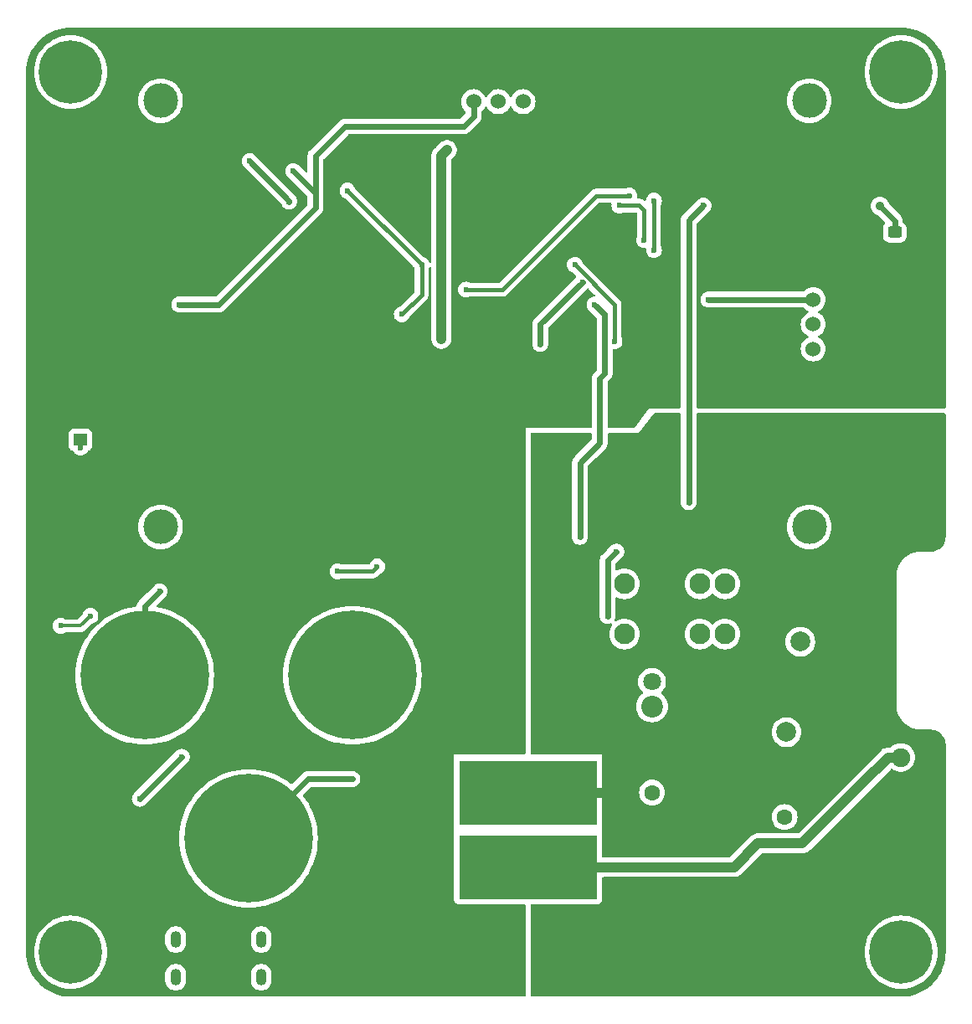
<source format=gbl>
%TF.GenerationSoftware,KiCad,Pcbnew,8.0.7*%
%TF.CreationDate,2025-01-06T20:38:12+08:00*%
%TF.ProjectId,Inductance Meter V2-0,496e6475-6374-4616-9e63-65204d657465,rev?*%
%TF.SameCoordinates,Original*%
%TF.FileFunction,Copper,L2,Bot*%
%TF.FilePolarity,Positive*%
%FSLAX46Y46*%
G04 Gerber Fmt 4.6, Leading zero omitted, Abs format (unit mm)*
G04 Created by KiCad (PCBNEW 8.0.7) date 2025-01-06 20:38:12*
%MOMM*%
%LPD*%
G01*
G04 APERTURE LIST*
G04 Aperture macros list*
%AMRoundRect*
0 Rectangle with rounded corners*
0 $1 Rounding radius*
0 $2 $3 $4 $5 $6 $7 $8 $9 X,Y pos of 4 corners*
0 Add a 4 corners polygon primitive as box body*
4,1,4,$2,$3,$4,$5,$6,$7,$8,$9,$2,$3,0*
0 Add four circle primitives for the rounded corners*
1,1,$1+$1,$2,$3*
1,1,$1+$1,$4,$5*
1,1,$1+$1,$6,$7*
1,1,$1+$1,$8,$9*
0 Add four rect primitives between the rounded corners*
20,1,$1+$1,$2,$3,$4,$5,0*
20,1,$1+$1,$4,$5,$6,$7,0*
20,1,$1+$1,$6,$7,$8,$9,0*
20,1,$1+$1,$8,$9,$2,$3,0*%
G04 Aperture macros list end*
%TA.AperFunction,ComponentPad*%
%ADD10C,0.800000*%
%TD*%
%TA.AperFunction,ComponentPad*%
%ADD11C,6.400000*%
%TD*%
%TA.AperFunction,ComponentPad*%
%ADD12C,1.600000*%
%TD*%
%TA.AperFunction,ComponentPad*%
%ADD13C,3.500000*%
%TD*%
%TA.AperFunction,ComponentPad*%
%ADD14C,2.000000*%
%TD*%
%TA.AperFunction,ComponentPad*%
%ADD15C,1.800000*%
%TD*%
%TA.AperFunction,ComponentPad*%
%ADD16O,1.100000X1.700000*%
%TD*%
%TA.AperFunction,ComponentPad*%
%ADD17C,2.100000*%
%TD*%
%TA.AperFunction,ComponentPad*%
%ADD18C,2.200000*%
%TD*%
%TA.AperFunction,SMDPad,CuDef*%
%ADD19RoundRect,0.250000X0.450000X-0.325000X0.450000X0.325000X-0.450000X0.325000X-0.450000X-0.325000X0*%
%TD*%
%TA.AperFunction,ComponentPad*%
%ADD20C,1.524000*%
%TD*%
%TA.AperFunction,SMDPad,CuDef*%
%ADD21R,14.000000X6.500000*%
%TD*%
%TA.AperFunction,SMDPad,CuDef*%
%ADD22C,13.000000*%
%TD*%
%TA.AperFunction,ComponentPad*%
%ADD23C,1.900000*%
%TD*%
%TA.AperFunction,SMDPad,CuDef*%
%ADD24R,1.360000X1.230000*%
%TD*%
%TA.AperFunction,ViaPad*%
%ADD25C,0.600000*%
%TD*%
%TA.AperFunction,ViaPad*%
%ADD26C,0.900000*%
%TD*%
%TA.AperFunction,Conductor*%
%ADD27C,0.400000*%
%TD*%
%TA.AperFunction,Conductor*%
%ADD28C,0.600000*%
%TD*%
%TA.AperFunction,Conductor*%
%ADD29C,0.300000*%
%TD*%
%TA.AperFunction,Conductor*%
%ADD30C,1.000000*%
%TD*%
%ADD31C,0.300000*%
%ADD32C,0.350000*%
%ADD33O,0.700024X1.199998*%
G04 APERTURE END LIST*
D10*
%TO.P,H2,1,1*%
%TO.N,unconnected-(H2-Pad1)*%
X104650000Y-49150000D03*
X105352944Y-47452944D03*
X105352944Y-50847056D03*
X107050000Y-46750000D03*
D11*
X107050000Y-49150000D03*
D10*
X107050000Y-51550000D03*
X108747056Y-47452944D03*
X108747056Y-50847056D03*
X109450000Y-49150000D03*
%TD*%
%TO.P,H4,1,1*%
%TO.N,unconnected-(H4-Pad1)*%
X188650000Y-138150000D03*
X189352944Y-136452944D03*
X189352944Y-139847056D03*
X191050000Y-135750000D03*
D11*
X191050000Y-138150000D03*
D10*
X191050000Y-140550000D03*
X192747056Y-136452944D03*
X192747056Y-139847056D03*
X193450000Y-138150000D03*
%TD*%
D12*
%TO.P,C8,1,1*%
%TO.N,GND*%
X165850000Y-127090000D03*
%TO.P,C8,2,2*%
%TO.N,/HI_REF_CAP*%
X165850000Y-122010000D03*
%TD*%
D10*
%TO.P,H3,1,1*%
%TO.N,unconnected-(H3-Pad1)*%
X104650000Y-138150000D03*
X105352944Y-136452944D03*
X105352944Y-139847056D03*
X107050000Y-135750000D03*
D11*
X107050000Y-138150000D03*
D10*
X107050000Y-140550000D03*
X108747056Y-136452944D03*
X108747056Y-139847056D03*
X109450000Y-138150000D03*
%TD*%
D13*
%TO.P,RF1,1,1*%
%TO.N,GND*%
X177545837Y-110048049D03*
%TO.P,RF1,2,2*%
X177545837Y-103448049D03*
%TO.P,RF1,3,3*%
X184145837Y-103448049D03*
%TO.P,RF1,4,4*%
X184145837Y-110048049D03*
D14*
%TO.P,RF1,5,5*%
%TO.N,Inductor_A*%
X180845837Y-106748049D03*
%TD*%
D15*
%TO.P,C6,1,1*%
%TO.N,GND*%
X165850000Y-138300000D03*
%TO.P,C6,2,2*%
%TO.N,/HI_REF_CAP*%
X165850000Y-110800000D03*
%TD*%
D12*
%TO.P,C7,1,1*%
%TO.N,/LOW_REF_CAP*%
X179257500Y-124477500D03*
%TO.P,C7,2,2*%
%TO.N,GND*%
X179257500Y-129557500D03*
%TD*%
D16*
%TO.P,USB1,7,EH*%
%TO.N,Net-(USB1-EH)*%
X117680000Y-136862500D03*
X117680000Y-140672500D03*
X126320000Y-136862500D03*
X126320000Y-140672500D03*
%TD*%
D14*
%TO.P,U5,1,1*%
%TO.N,/LOW_REF_CAP*%
X179450000Y-115900000D03*
%TO.P,U5,2,2*%
%TO.N,GND*%
X179450000Y-138400000D03*
%TD*%
D17*
%TO.P,K1,1,1*%
%TO.N,/LOW_REF_CAP*%
X173230000Y-100910000D03*
%TO.P,K1,2,2*%
%TO.N,+3.3V*%
X170690000Y-100910000D03*
%TO.P,K1,5,5*%
%TO.N,Inductor_A*%
X163070000Y-100910000D03*
%TO.P,K1,6,6*%
%TO.N,unconnected-(K1-Pad6)*%
X163070000Y-105990000D03*
%TO.P,K1,9,9*%
%TO.N,Net-(D4-A)*%
X170690000Y-105990000D03*
%TO.P,K1,10,10*%
%TO.N,/HI_REF_CAP*%
X173230000Y-105990000D03*
%TD*%
D18*
%TO.P,C9,1,1*%
%TO.N,/HI_REF_CAP*%
X165850000Y-113300000D03*
%TO.P,C9,2,2*%
%TO.N,GND*%
X165850000Y-135800000D03*
%TD*%
D10*
%TO.P,H1,1,1*%
%TO.N,unconnected-(H1-Pad1)*%
X188650000Y-49150000D03*
X189352944Y-47452944D03*
X189352944Y-50847056D03*
X191050000Y-46750000D03*
D11*
X191050000Y-49150000D03*
D10*
X191050000Y-51550000D03*
X192747056Y-47452944D03*
X192747056Y-50847056D03*
X193450000Y-49150000D03*
%TD*%
D19*
%TO.P,D6,1,K*%
%TO.N,GND*%
X190400000Y-67400000D03*
%TO.P,D6,2,A*%
%TO.N,Net-(D6-A)*%
X190400000Y-65350000D03*
%TD*%
D13*
%TO.P,U8,*%
%TO.N,*%
X181750000Y-95150000D03*
X181750000Y-52050000D03*
X116150000Y-95150000D03*
X116150000Y-52050000D03*
D20*
%TO.P,U8,1,GND*%
%TO.N,GND*%
X182150000Y-69650000D03*
%TO.P,U8,2,VDD*%
%TO.N,+3.3V*%
X182150000Y-72150000D03*
%TO.P,U8,3,SCL*%
%TO.N,SCL*%
X182150000Y-74650000D03*
%TO.P,U8,4,SDA*%
%TO.N,SDA*%
X182150000Y-77150000D03*
%TO.P,U8,5,GND*%
%TO.N,GND*%
X145300000Y-52150000D03*
%TO.P,U8,6,VDD*%
%TO.N,+3.3V*%
X147800000Y-52150000D03*
%TO.P,U8,7,SCL*%
%TO.N,SCL*%
X150300000Y-52150000D03*
%TO.P,U8,8,SDA*%
%TO.N,SDA*%
X152800000Y-52150000D03*
%TD*%
D21*
%TO.P,L3,1,1*%
%TO.N,GND*%
X153300000Y-122050000D03*
%TO.P,L3,2,2*%
%TO.N,Inductor_A*%
X153300000Y-129550000D03*
%TD*%
D22*
%TO.P,J2,1,Pin_1*%
%TO.N,Net-(J2-Pin_1)*%
X135550000Y-110150000D03*
%TD*%
%TO.P,J4,1,Pin_1*%
%TO.N,Net-(J4-Pin_1)*%
X114550000Y-110150000D03*
%TD*%
D23*
%TO.P,J1,1,Pin_1*%
%TO.N,Inductor_A*%
X191000000Y-118460000D03*
%TO.P,J1,2,Pin_2*%
%TO.N,GND*%
X191000000Y-121000000D03*
%TD*%
D24*
%TO.P,SW3,1,1*%
%TO.N,/IO26*%
X108050000Y-86330000D03*
%TO.P,SW3,2,2*%
%TO.N,GND*%
X108050000Y-81970000D03*
%TD*%
D22*
%TO.P,J3,1,Pin_1*%
%TO.N,Net-(J3-Pin_1)*%
X125050000Y-126650000D03*
%TD*%
D25*
%TO.N,/TX*%
X147050000Y-71150000D03*
X163550000Y-61650000D03*
%TO.N,+3.3V*%
X171550000Y-72150000D03*
X118050000Y-72650000D03*
X158550000Y-96150000D03*
X161050000Y-79650000D03*
X160550000Y-86650000D03*
X160550000Y-82400000D03*
X129550000Y-59150000D03*
X160050000Y-72650000D03*
%TO.N,Net-(U2-FB)*%
X106050000Y-105150000D03*
X109050000Y-104150000D03*
%TO.N,Net-(Q1-S2)*%
X145120000Y-57030000D03*
X144550000Y-76150000D03*
X144550000Y-59150000D03*
%TO.N,VBUS*%
X118300000Y-118400000D03*
X114050000Y-122650000D03*
%TO.N,/IO0*%
X125150000Y-58150000D03*
X129150000Y-62250000D03*
%TO.N,/EN*%
X162050000Y-76377000D03*
X140550000Y-73650000D03*
X135050000Y-61150000D03*
X142550000Y-68650000D03*
X158050000Y-68650000D03*
%TO.N,SDA*%
X166050000Y-67150000D03*
X166050000Y-62150000D03*
%TO.N,SCL*%
X162550000Y-62650000D03*
X165050000Y-66150000D03*
D26*
%TO.N,Inductor_A*%
X187150000Y-121050000D03*
D25*
%TO.N,Net-(D4-A)*%
X161350000Y-104150000D03*
X162250000Y-97650000D03*
%TO.N,RELAY*%
X171050000Y-62650000D03*
X169550000Y-92650000D03*
%TO.N,GND*%
X144820000Y-129560000D03*
X172550000Y-116150000D03*
X168050000Y-63150000D03*
X167050000Y-101150000D03*
X142800000Y-122150000D03*
X130050000Y-134650000D03*
X142920000Y-101390000D03*
X108050000Y-133150000D03*
X117550000Y-117150000D03*
X189550000Y-68650000D03*
X135550000Y-137650000D03*
X110050000Y-129650000D03*
X163200000Y-70200000D03*
X115200000Y-98290000D03*
X131690000Y-102450000D03*
X155170000Y-137920000D03*
X167230000Y-70550000D03*
X112800000Y-54400000D03*
X174050000Y-62150000D03*
X129770000Y-103430000D03*
X173050000Y-112650000D03*
X157730000Y-77770000D03*
X171050000Y-103650000D03*
X151070000Y-137800000D03*
X107550000Y-126650000D03*
X108050000Y-125150000D03*
X187300000Y-58150000D03*
X147050000Y-79150000D03*
X151160000Y-134650000D03*
X173050000Y-124650000D03*
X160050000Y-67650000D03*
X155090000Y-134670000D03*
X144110000Y-95780000D03*
X162300000Y-82300000D03*
X106570000Y-100030000D03*
X149520000Y-99710000D03*
X172050000Y-81650000D03*
X122550000Y-75150000D03*
X119050000Y-88150000D03*
X133550000Y-133650000D03*
X130050000Y-95650000D03*
X162550000Y-64650000D03*
X172550000Y-103150000D03*
X156710000Y-136340000D03*
X155420000Y-83350000D03*
X107130000Y-107460000D03*
X156110000Y-70680000D03*
X188300000Y-73900000D03*
X149830000Y-136130000D03*
X111550000Y-134150000D03*
X104800000Y-77400000D03*
X167050000Y-45650000D03*
X104050000Y-85650000D03*
X132530000Y-101420000D03*
X132050000Y-47150000D03*
X172050000Y-74650000D03*
X146780000Y-107920000D03*
X126050000Y-83150000D03*
X149860000Y-116790000D03*
X150710000Y-139440000D03*
X156240000Y-78920000D03*
X133550000Y-92150000D03*
X118550000Y-120750000D03*
X135060000Y-118320000D03*
X131550000Y-76650000D03*
X150500000Y-114240000D03*
X110490000Y-95860000D03*
X110550000Y-87650000D03*
X150990000Y-87910000D03*
%TO.N,/IO26*%
X108050000Y-87150000D03*
%TO.N,Net-(J2-Pin_1)*%
X135550000Y-104150000D03*
X158800000Y-70400000D03*
X154550000Y-76650000D03*
%TO.N,Net-(J3-Pin_1)*%
X135550000Y-120650000D03*
%TO.N,Net-(J4-Pin_1)*%
X116050000Y-101650000D03*
%TO.N,/IO34*%
X134050000Y-99650000D03*
X138050000Y-99150000D03*
D26*
%TO.N,Net-(D6-A)*%
X188900000Y-62700000D03*
%TD*%
D27*
%TO.N,/TX*%
X160219555Y-61650000D02*
X150719555Y-71150000D01*
X163550000Y-61650000D02*
X160219555Y-61650000D01*
X150719555Y-71150000D02*
X147050000Y-71150000D01*
D28*
%TO.N,+3.3V*%
X147800000Y-53650000D02*
X147800000Y-52150000D01*
X122050000Y-72650000D02*
X131800000Y-62900000D01*
X158550000Y-88650000D02*
X160550000Y-86650000D01*
X160550000Y-80150000D02*
X161050000Y-79650000D01*
X158550000Y-96150000D02*
X158550000Y-88650000D01*
X160550000Y-82400000D02*
X160550000Y-80150000D01*
X160050000Y-72650000D02*
X161050000Y-73650000D01*
X131800000Y-62400000D02*
X131800000Y-61400000D01*
X131800000Y-61400000D02*
X129550000Y-59150000D01*
X146800000Y-54650000D02*
X147800000Y-53650000D01*
X131800000Y-62400000D02*
X131800000Y-57650000D01*
X171550000Y-72150000D02*
X182150000Y-72150000D01*
X131800000Y-62900000D02*
X131800000Y-62400000D01*
X160550000Y-86650000D02*
X160550000Y-82400000D01*
X134800000Y-54650000D02*
X146800000Y-54650000D01*
X131800000Y-57650000D02*
X134800000Y-54650000D01*
X118050000Y-72650000D02*
X122050000Y-72650000D01*
X161050000Y-73650000D02*
X161050000Y-79650000D01*
D29*
%TO.N,Net-(U2-FB)*%
X108050000Y-105150000D02*
X109050000Y-104150000D01*
X106050000Y-105150000D02*
X108050000Y-105150000D01*
D30*
%TO.N,Net-(Q1-S2)*%
X144550000Y-76150000D02*
X144550000Y-59150000D01*
X144550000Y-59150000D02*
X144550000Y-57600000D01*
X144550000Y-57600000D02*
X145120000Y-57030000D01*
D28*
%TO.N,VBUS*%
X114050000Y-122650000D02*
X118300000Y-118400000D01*
%TO.N,/IO0*%
X129150000Y-62250000D02*
X129150000Y-62150000D01*
X129150000Y-62150000D02*
X125150000Y-58150000D01*
D27*
%TO.N,/EN*%
X162050000Y-76377000D02*
X162050000Y-72650000D01*
X140550000Y-73650000D02*
X142550000Y-71650000D01*
X162050000Y-72650000D02*
X158050000Y-68650000D01*
X142550000Y-68650000D02*
X135050000Y-61150000D01*
X142550000Y-71650000D02*
X142550000Y-68650000D01*
%TO.N,SDA*%
X166050000Y-67150000D02*
X166050000Y-62150000D01*
%TO.N,SCL*%
X165050000Y-63150000D02*
X164550000Y-62650000D01*
X164550000Y-62650000D02*
X162550000Y-62650000D01*
X165050000Y-66150000D02*
X165050000Y-63150000D01*
D30*
%TO.N,Inductor_A*%
X189740000Y-118460000D02*
X191000000Y-118460000D01*
X174150000Y-129550000D02*
X176550000Y-127150000D01*
X187150000Y-121050000D02*
X189740000Y-118460000D01*
X181050000Y-127150000D02*
X187150000Y-121050000D01*
X153300000Y-129550000D02*
X174150000Y-129550000D01*
X176550000Y-127150000D02*
X181050000Y-127150000D01*
D28*
%TO.N,Net-(D4-A)*%
X161350000Y-98550000D02*
X161350000Y-104150000D01*
X162250000Y-97650000D02*
X161350000Y-98550000D01*
%TO.N,RELAY*%
X169550000Y-64150000D02*
X171050000Y-62650000D01*
X169550000Y-92650000D02*
X169550000Y-64150000D01*
D30*
%TO.N,GND*%
X184145837Y-110048049D02*
X184145837Y-103448049D01*
X177545837Y-103448049D02*
X184145837Y-103448049D01*
X153300000Y-122050000D02*
X162150000Y-122050000D01*
D27*
%TO.N,/IO26*%
X108050000Y-86330000D02*
X108050000Y-87150000D01*
D28*
%TO.N,Net-(J2-Pin_1)*%
X154550000Y-74650000D02*
X154550000Y-76650000D01*
X158800000Y-70400000D02*
X154550000Y-74650000D01*
X135550000Y-110150000D02*
X135550000Y-104150000D01*
%TO.N,Net-(J3-Pin_1)*%
X125050000Y-126650000D02*
X131050000Y-120650000D01*
X131050000Y-120650000D02*
X135550000Y-120650000D01*
%TO.N,Net-(J4-Pin_1)*%
X114550000Y-103150000D02*
X116050000Y-101650000D01*
X114550000Y-110150000D02*
X114550000Y-103150000D01*
D27*
%TO.N,/IO34*%
X134050000Y-99650000D02*
X137550000Y-99650000D01*
X137550000Y-99650000D02*
X138050000Y-99150000D01*
D28*
%TO.N,Net-(D6-A)*%
X190400000Y-65350000D02*
X190400000Y-64200000D01*
X190400000Y-64200000D02*
X188900000Y-62700000D01*
%TD*%
%TA.AperFunction,Conductor*%
%TO.N,GND*%
G36*
X191052702Y-44650617D02*
G01*
X191436771Y-44667386D01*
X191447506Y-44668326D01*
X191825971Y-44718152D01*
X191836597Y-44720025D01*
X192209284Y-44802648D01*
X192219710Y-44805442D01*
X192583765Y-44920227D01*
X192593911Y-44923920D01*
X192946578Y-45070000D01*
X192956369Y-45074566D01*
X193294942Y-45250816D01*
X193304309Y-45256223D01*
X193599722Y-45444422D01*
X193626244Y-45461318D01*
X193635105Y-45467523D01*
X193937930Y-45699889D01*
X193946217Y-45706843D01*
X194227635Y-45964715D01*
X194235284Y-45972364D01*
X194493156Y-46253782D01*
X194500110Y-46262069D01*
X194732476Y-46564894D01*
X194738681Y-46573755D01*
X194943775Y-46895689D01*
X194949183Y-46905057D01*
X195125430Y-47243623D01*
X195130002Y-47253427D01*
X195276075Y-47606078D01*
X195279775Y-47616244D01*
X195394554Y-47980278D01*
X195397354Y-47990727D01*
X195479971Y-48363389D01*
X195481849Y-48374042D01*
X195531671Y-48752473D01*
X195532614Y-48763249D01*
X195549382Y-49147297D01*
X195549500Y-49152706D01*
X195549500Y-83026000D01*
X195529815Y-83093039D01*
X195477011Y-83138794D01*
X195425500Y-83150000D01*
X170474500Y-83150000D01*
X170407461Y-83130315D01*
X170361706Y-83077511D01*
X170350500Y-83026000D01*
X170350500Y-72149998D01*
X170744435Y-72149998D01*
X170744435Y-72150001D01*
X170748720Y-72188029D01*
X170749500Y-72201914D01*
X170749500Y-72228844D01*
X170757288Y-72268003D01*
X170758890Y-72278303D01*
X170764632Y-72329252D01*
X170764633Y-72329260D01*
X170772976Y-72353104D01*
X170777550Y-72369860D01*
X170780262Y-72383496D01*
X170800509Y-72432377D01*
X170802986Y-72438867D01*
X170805796Y-72446898D01*
X170824212Y-72499524D01*
X170830709Y-72509865D01*
X170840268Y-72528365D01*
X170840603Y-72529173D01*
X170840605Y-72529179D01*
X170877223Y-72583982D01*
X170879114Y-72586900D01*
X170920180Y-72652257D01*
X170920182Y-72652260D01*
X170920184Y-72652262D01*
X171047738Y-72779816D01*
X171113131Y-72820905D01*
X171116040Y-72822790D01*
X171170821Y-72859394D01*
X171171606Y-72859719D01*
X171190134Y-72869289D01*
X171200478Y-72875789D01*
X171261175Y-72897028D01*
X171267607Y-72899484D01*
X171296021Y-72911253D01*
X171316497Y-72919735D01*
X171316498Y-72919735D01*
X171316503Y-72919737D01*
X171330139Y-72922449D01*
X171346898Y-72927023D01*
X171370745Y-72935368D01*
X171421714Y-72941110D01*
X171431992Y-72942709D01*
X171459140Y-72948109D01*
X171471157Y-72950500D01*
X171471158Y-72950500D01*
X171498085Y-72950500D01*
X171511969Y-72951280D01*
X171549998Y-72955565D01*
X171550000Y-72955565D01*
X171550002Y-72955565D01*
X171588031Y-72951280D01*
X171601915Y-72950500D01*
X181113692Y-72950500D01*
X181180731Y-72970185D01*
X181201373Y-72986819D01*
X181335378Y-73120824D01*
X181335384Y-73120829D01*
X181516333Y-73247531D01*
X181516335Y-73247532D01*
X181516338Y-73247534D01*
X181602299Y-73287618D01*
X181654738Y-73333790D01*
X181673890Y-73400984D01*
X181653674Y-73467865D01*
X181602299Y-73512382D01*
X181516340Y-73552465D01*
X181516338Y-73552466D01*
X181335377Y-73679175D01*
X181179175Y-73835377D01*
X181052466Y-74016338D01*
X181052465Y-74016340D01*
X180959107Y-74216548D01*
X180959104Y-74216554D01*
X180901930Y-74429929D01*
X180901929Y-74429937D01*
X180882677Y-74649997D01*
X180882677Y-74650002D01*
X180901929Y-74870062D01*
X180901930Y-74870070D01*
X180959104Y-75083445D01*
X180959105Y-75083447D01*
X180959106Y-75083450D01*
X181052466Y-75283662D01*
X181052468Y-75283666D01*
X181179170Y-75464615D01*
X181179175Y-75464621D01*
X181335378Y-75620824D01*
X181335384Y-75620829D01*
X181516333Y-75747531D01*
X181516335Y-75747532D01*
X181516338Y-75747534D01*
X181602299Y-75787618D01*
X181654738Y-75833790D01*
X181673890Y-75900984D01*
X181653674Y-75967865D01*
X181602299Y-76012382D01*
X181516340Y-76052465D01*
X181516338Y-76052466D01*
X181335377Y-76179175D01*
X181179175Y-76335377D01*
X181052466Y-76516338D01*
X181052465Y-76516340D01*
X180959107Y-76716548D01*
X180959104Y-76716554D01*
X180901930Y-76929929D01*
X180901929Y-76929937D01*
X180882677Y-77149997D01*
X180882677Y-77150002D01*
X180901929Y-77370062D01*
X180901930Y-77370070D01*
X180959104Y-77583445D01*
X180959105Y-77583447D01*
X180959106Y-77583450D01*
X181052466Y-77783662D01*
X181052468Y-77783666D01*
X181179170Y-77964615D01*
X181179175Y-77964621D01*
X181335378Y-78120824D01*
X181335384Y-78120829D01*
X181516333Y-78247531D01*
X181516335Y-78247532D01*
X181516338Y-78247534D01*
X181716550Y-78340894D01*
X181929932Y-78398070D01*
X182087123Y-78411822D01*
X182149998Y-78417323D01*
X182150000Y-78417323D01*
X182150002Y-78417323D01*
X182205017Y-78412509D01*
X182370068Y-78398070D01*
X182583450Y-78340894D01*
X182783662Y-78247534D01*
X182964620Y-78120826D01*
X183120826Y-77964620D01*
X183247534Y-77783662D01*
X183340894Y-77583450D01*
X183398070Y-77370068D01*
X183414474Y-77182565D01*
X183417323Y-77150002D01*
X183417323Y-77149997D01*
X183406685Y-77028407D01*
X183398070Y-76929932D01*
X183340894Y-76716550D01*
X183247534Y-76516339D01*
X183149971Y-76377003D01*
X183120827Y-76335381D01*
X183120823Y-76335377D01*
X182964620Y-76179174D01*
X182964616Y-76179171D01*
X182964615Y-76179170D01*
X182783666Y-76052468D01*
X182783658Y-76052464D01*
X182697701Y-76012382D01*
X182645261Y-75966210D01*
X182626109Y-75899017D01*
X182646324Y-75832136D01*
X182697701Y-75787618D01*
X182783662Y-75747534D01*
X182964620Y-75620826D01*
X183120826Y-75464620D01*
X183247534Y-75283662D01*
X183340894Y-75083450D01*
X183398070Y-74870068D01*
X183417323Y-74650000D01*
X183398070Y-74429932D01*
X183340894Y-74216550D01*
X183247534Y-74016339D01*
X183184180Y-73925859D01*
X183120827Y-73835381D01*
X183114695Y-73829249D01*
X182964620Y-73679174D01*
X182964616Y-73679171D01*
X182964615Y-73679170D01*
X182783666Y-73552468D01*
X182783658Y-73552464D01*
X182697701Y-73512382D01*
X182645261Y-73466210D01*
X182626109Y-73399017D01*
X182646324Y-73332136D01*
X182697701Y-73287618D01*
X182783662Y-73247534D01*
X182964620Y-73120826D01*
X183120826Y-72964620D01*
X183247534Y-72783662D01*
X183340894Y-72583450D01*
X183398070Y-72370068D01*
X183417323Y-72150000D01*
X183417125Y-72147742D01*
X183405965Y-72020180D01*
X183398070Y-71929932D01*
X183340894Y-71716550D01*
X183247534Y-71516339D01*
X183149164Y-71375851D01*
X183120827Y-71335381D01*
X183093926Y-71308480D01*
X182964620Y-71179174D01*
X182964616Y-71179171D01*
X182964615Y-71179170D01*
X182783666Y-71052468D01*
X182783662Y-71052466D01*
X182715211Y-71020547D01*
X182583450Y-70959106D01*
X182583447Y-70959105D01*
X182583445Y-70959104D01*
X182370070Y-70901930D01*
X182370062Y-70901929D01*
X182150002Y-70882677D01*
X182149998Y-70882677D01*
X181929937Y-70901929D01*
X181929929Y-70901930D01*
X181716554Y-70959104D01*
X181716548Y-70959107D01*
X181516340Y-71052465D01*
X181516338Y-71052466D01*
X181335381Y-71179172D01*
X181268377Y-71246176D01*
X181201371Y-71313182D01*
X181140051Y-71346666D01*
X181113692Y-71349500D01*
X171601915Y-71349500D01*
X171588031Y-71348720D01*
X171550002Y-71344435D01*
X171549998Y-71344435D01*
X171511969Y-71348720D01*
X171498085Y-71349500D01*
X171471152Y-71349500D01*
X171431994Y-71357288D01*
X171421696Y-71358890D01*
X171370742Y-71364632D01*
X171370735Y-71364634D01*
X171346898Y-71372975D01*
X171330140Y-71377550D01*
X171316502Y-71380263D01*
X171316496Y-71380264D01*
X171267631Y-71400504D01*
X171261140Y-71402982D01*
X171200477Y-71424210D01*
X171200474Y-71424212D01*
X171190127Y-71430713D01*
X171171639Y-71440266D01*
X171170832Y-71440600D01*
X171170824Y-71440604D01*
X171116047Y-71477204D01*
X171113132Y-71479092D01*
X171047742Y-71520180D01*
X171047735Y-71520186D01*
X170920186Y-71647735D01*
X170920180Y-71647742D01*
X170879092Y-71713132D01*
X170877209Y-71716038D01*
X170875234Y-71718995D01*
X170840604Y-71770824D01*
X170840600Y-71770832D01*
X170840266Y-71771639D01*
X170830713Y-71790127D01*
X170824212Y-71800474D01*
X170824210Y-71800477D01*
X170802982Y-71861140D01*
X170800504Y-71867631D01*
X170780264Y-71916496D01*
X170780263Y-71916502D01*
X170777550Y-71930140D01*
X170772975Y-71946898D01*
X170764634Y-71970735D01*
X170764632Y-71970742D01*
X170758890Y-72021696D01*
X170757288Y-72031994D01*
X170749500Y-72071152D01*
X170749500Y-72098085D01*
X170748720Y-72111969D01*
X170744435Y-72149998D01*
X170350500Y-72149998D01*
X170350500Y-64532940D01*
X170370185Y-64465901D01*
X170386819Y-64445259D01*
X171671788Y-63160290D01*
X171679816Y-63152262D01*
X171720943Y-63086806D01*
X171722761Y-63084001D01*
X171759393Y-63029179D01*
X171759719Y-63028389D01*
X171769293Y-63009859D01*
X171775789Y-62999522D01*
X171797020Y-62938843D01*
X171799494Y-62932365D01*
X171819737Y-62883498D01*
X171822450Y-62869855D01*
X171827021Y-62853107D01*
X171835368Y-62829255D01*
X171841111Y-62778282D01*
X171842707Y-62768015D01*
X171850500Y-62728843D01*
X171850500Y-62701914D01*
X171850608Y-62700000D01*
X187944901Y-62700000D01*
X187963252Y-62886331D01*
X187963253Y-62886333D01*
X188017604Y-63065502D01*
X188105862Y-63230623D01*
X188105864Y-63230626D01*
X188224642Y-63375357D01*
X188369373Y-63494135D01*
X188369376Y-63494137D01*
X188433125Y-63528211D01*
X188534499Y-63582396D01*
X188578671Y-63595795D01*
X188671029Y-63623813D01*
X188722714Y-63654792D01*
X189403095Y-64335173D01*
X189436580Y-64396496D01*
X189431596Y-64466188D01*
X189403097Y-64510534D01*
X189357288Y-64556344D01*
X189265187Y-64705663D01*
X189265186Y-64705666D01*
X189210001Y-64872203D01*
X189210001Y-64872204D01*
X189210000Y-64872204D01*
X189199500Y-64974983D01*
X189199500Y-65725001D01*
X189199501Y-65725019D01*
X189210000Y-65827796D01*
X189210001Y-65827799D01*
X189257367Y-65970737D01*
X189265186Y-65994334D01*
X189357288Y-66143656D01*
X189481344Y-66267712D01*
X189630666Y-66359814D01*
X189797203Y-66414999D01*
X189899991Y-66425500D01*
X190900008Y-66425499D01*
X190900016Y-66425498D01*
X190900019Y-66425498D01*
X190956302Y-66419748D01*
X191002797Y-66414999D01*
X191169334Y-66359814D01*
X191318656Y-66267712D01*
X191442712Y-66143656D01*
X191534814Y-65994334D01*
X191589999Y-65827797D01*
X191600500Y-65725009D01*
X191600499Y-64974992D01*
X191589999Y-64872203D01*
X191534814Y-64705666D01*
X191442712Y-64556344D01*
X191318656Y-64432288D01*
X191318655Y-64432287D01*
X191259402Y-64395739D01*
X191212678Y-64343791D01*
X191200500Y-64290201D01*
X191200500Y-64121161D01*
X191200500Y-64121158D01*
X191190555Y-64071158D01*
X191169737Y-63966502D01*
X191121687Y-63850500D01*
X191109394Y-63820821D01*
X191021789Y-63689711D01*
X190910289Y-63578211D01*
X189854792Y-62522714D01*
X189823813Y-62471029D01*
X189791472Y-62364419D01*
X189782396Y-62334499D01*
X189764211Y-62300477D01*
X189694137Y-62169376D01*
X189694135Y-62169373D01*
X189575357Y-62024642D01*
X189430626Y-61905864D01*
X189430623Y-61905862D01*
X189265502Y-61817604D01*
X189086333Y-61763253D01*
X189086331Y-61763252D01*
X188900000Y-61744901D01*
X188713668Y-61763252D01*
X188713666Y-61763253D01*
X188534497Y-61817604D01*
X188369376Y-61905862D01*
X188369373Y-61905864D01*
X188224642Y-62024642D01*
X188105864Y-62169373D01*
X188105862Y-62169376D01*
X188017604Y-62334497D01*
X187963253Y-62513666D01*
X187963252Y-62513668D01*
X187944901Y-62700000D01*
X171850608Y-62700000D01*
X171851280Y-62688029D01*
X171855565Y-62650001D01*
X171855565Y-62649998D01*
X171851280Y-62611969D01*
X171850500Y-62598085D01*
X171850500Y-62571157D01*
X171844256Y-62539769D01*
X171842709Y-62531992D01*
X171841110Y-62521714D01*
X171835368Y-62470745D01*
X171827023Y-62446898D01*
X171822449Y-62430139D01*
X171819737Y-62416503D01*
X171819735Y-62416498D01*
X171819734Y-62416494D01*
X171799492Y-62367627D01*
X171797022Y-62361160D01*
X171775789Y-62300478D01*
X171769287Y-62290132D01*
X171759717Y-62271603D01*
X171759394Y-62270823D01*
X171759392Y-62270820D01*
X171745480Y-62250000D01*
X171722791Y-62216043D01*
X171720926Y-62213166D01*
X171679816Y-62147738D01*
X171552262Y-62020184D01*
X171486842Y-61979078D01*
X171483923Y-61977186D01*
X171429179Y-61940607D01*
X171429172Y-61940604D01*
X171428381Y-61940276D01*
X171409869Y-61930712D01*
X171403575Y-61926757D01*
X171399521Y-61924210D01*
X171338856Y-61902982D01*
X171332363Y-61900503D01*
X171283497Y-61880263D01*
X171283493Y-61880262D01*
X171269860Y-61877550D01*
X171253104Y-61872976D01*
X171229260Y-61864633D01*
X171229256Y-61864632D01*
X171229255Y-61864632D01*
X171208575Y-61862301D01*
X171178303Y-61858890D01*
X171168003Y-61857288D01*
X171128844Y-61849500D01*
X171128842Y-61849500D01*
X171101915Y-61849500D01*
X171088031Y-61848720D01*
X171050002Y-61844435D01*
X171049998Y-61844435D01*
X171011969Y-61848720D01*
X170998085Y-61849500D01*
X170971154Y-61849500D01*
X170931996Y-61857288D01*
X170921696Y-61858890D01*
X170870741Y-61864632D01*
X170846895Y-61872976D01*
X170830142Y-61877549D01*
X170816503Y-61880262D01*
X170816500Y-61880263D01*
X170767628Y-61900507D01*
X170761131Y-61902987D01*
X170700476Y-61924211D01*
X170690127Y-61930714D01*
X170671627Y-61940272D01*
X170670825Y-61940604D01*
X170670820Y-61940606D01*
X170616065Y-61977192D01*
X170613150Y-61979082D01*
X170547736Y-62020185D01*
X170547735Y-62020186D01*
X169789613Y-62778309D01*
X169039711Y-63528211D01*
X168989711Y-63578211D01*
X168928209Y-63639712D01*
X168840609Y-63770814D01*
X168840602Y-63770827D01*
X168780264Y-63916498D01*
X168780261Y-63916510D01*
X168749500Y-64071153D01*
X168749500Y-83026000D01*
X168729815Y-83093039D01*
X168677011Y-83138794D01*
X168625500Y-83150000D01*
X165550000Y-83150000D01*
X164087200Y-85100400D01*
X164031229Y-85142221D01*
X163988000Y-85150000D01*
X161474500Y-85150000D01*
X161407461Y-85130315D01*
X161361706Y-85077511D01*
X161350500Y-85026000D01*
X161350500Y-82451914D01*
X161351280Y-82438029D01*
X161355565Y-82400001D01*
X161355565Y-82399998D01*
X161351280Y-82361969D01*
X161350500Y-82348085D01*
X161350500Y-80532940D01*
X161370185Y-80465901D01*
X161386819Y-80445259D01*
X161671789Y-80160289D01*
X161679816Y-80152262D01*
X161720931Y-80086825D01*
X161722777Y-80083979D01*
X161759389Y-80029186D01*
X161759394Y-80029179D01*
X161759720Y-80028390D01*
X161769287Y-80009868D01*
X161775789Y-79999522D01*
X161797022Y-79938837D01*
X161799477Y-79932407D01*
X161819738Y-79883497D01*
X161822449Y-79869860D01*
X161827025Y-79853096D01*
X161835368Y-79829255D01*
X161841109Y-79778287D01*
X161842709Y-79768004D01*
X161850500Y-79728842D01*
X161850500Y-79701914D01*
X161851280Y-79688029D01*
X161855565Y-79650001D01*
X161855565Y-79649998D01*
X161851280Y-79611969D01*
X161850500Y-79598085D01*
X161850500Y-77298842D01*
X161870185Y-77231803D01*
X161922989Y-77186048D01*
X161988382Y-77175622D01*
X162041675Y-77181627D01*
X162049999Y-77182565D01*
X162050000Y-77182565D01*
X162050004Y-77182565D01*
X162229249Y-77162369D01*
X162229252Y-77162368D01*
X162229255Y-77162368D01*
X162399522Y-77102789D01*
X162552262Y-77006816D01*
X162679816Y-76879262D01*
X162775789Y-76726522D01*
X162835368Y-76556255D01*
X162835369Y-76556249D01*
X162855565Y-76377003D01*
X162855565Y-76376996D01*
X162835369Y-76197750D01*
X162835366Y-76197737D01*
X162775790Y-76027479D01*
X162769506Y-76017478D01*
X162750500Y-75951507D01*
X162750500Y-72581004D01*
X162723581Y-72445677D01*
X162723580Y-72445676D01*
X162723580Y-72445672D01*
X162697826Y-72383497D01*
X162692264Y-72370070D01*
X162670778Y-72318196D01*
X162670777Y-72318195D01*
X162670775Y-72318189D01*
X162594114Y-72203457D01*
X162594112Y-72203454D01*
X162594111Y-72203453D01*
X158841367Y-68450710D01*
X158812006Y-68403983D01*
X158794126Y-68352885D01*
X158775789Y-68300478D01*
X158679816Y-68147738D01*
X158552262Y-68020184D01*
X158449422Y-67955565D01*
X158399523Y-67924211D01*
X158229254Y-67864631D01*
X158229249Y-67864630D01*
X158050004Y-67844435D01*
X158049996Y-67844435D01*
X157870750Y-67864630D01*
X157870745Y-67864631D01*
X157700476Y-67924211D01*
X157547737Y-68020184D01*
X157420184Y-68147737D01*
X157324211Y-68300476D01*
X157264631Y-68470745D01*
X157264630Y-68470750D01*
X157244435Y-68649996D01*
X157244435Y-68650003D01*
X157264630Y-68829249D01*
X157264631Y-68829254D01*
X157324211Y-68999523D01*
X157420184Y-69152262D01*
X157547738Y-69279816D01*
X157700478Y-69375789D01*
X157803984Y-69412007D01*
X157850710Y-69441367D01*
X158150951Y-69741608D01*
X158184436Y-69802931D01*
X158179452Y-69872623D01*
X158150951Y-69916970D01*
X156090718Y-71977204D01*
X154039711Y-74028211D01*
X153983960Y-74083962D01*
X153928209Y-74139712D01*
X153840609Y-74270814D01*
X153840602Y-74270827D01*
X153780264Y-74416498D01*
X153780261Y-74416510D01*
X153749500Y-74571153D01*
X153749500Y-76598085D01*
X153748720Y-76611969D01*
X153744435Y-76649998D01*
X153744435Y-76650001D01*
X153748720Y-76688029D01*
X153749500Y-76701914D01*
X153749500Y-76728844D01*
X153757288Y-76768003D01*
X153758890Y-76778303D01*
X153764632Y-76829252D01*
X153764633Y-76829260D01*
X153772976Y-76853104D01*
X153777550Y-76869860D01*
X153780262Y-76883496D01*
X153800509Y-76932377D01*
X153802988Y-76938872D01*
X153824212Y-76999524D01*
X153830709Y-77009865D01*
X153840268Y-77028365D01*
X153840603Y-77029173D01*
X153840605Y-77029179D01*
X153877223Y-77083982D01*
X153879114Y-77086900D01*
X153920180Y-77152257D01*
X153920182Y-77152260D01*
X153920184Y-77152262D01*
X154047738Y-77279816D01*
X154078018Y-77298842D01*
X154113131Y-77320905D01*
X154116040Y-77322790D01*
X154170821Y-77359394D01*
X154171606Y-77359719D01*
X154190134Y-77369289D01*
X154200478Y-77375789D01*
X154261175Y-77397028D01*
X154267607Y-77399484D01*
X154296021Y-77411253D01*
X154316497Y-77419735D01*
X154316498Y-77419735D01*
X154316503Y-77419737D01*
X154330139Y-77422449D01*
X154346898Y-77427023D01*
X154370745Y-77435368D01*
X154421714Y-77441110D01*
X154431992Y-77442709D01*
X154459140Y-77448109D01*
X154471157Y-77450500D01*
X154471158Y-77450500D01*
X154498085Y-77450500D01*
X154511969Y-77451280D01*
X154549998Y-77455565D01*
X154550000Y-77455565D01*
X154550002Y-77455565D01*
X154588031Y-77451280D01*
X154601915Y-77450500D01*
X154628841Y-77450500D01*
X154628842Y-77450500D01*
X154668017Y-77442707D01*
X154678283Y-77441110D01*
X154729255Y-77435368D01*
X154753100Y-77427023D01*
X154769862Y-77422448D01*
X154783497Y-77419737D01*
X154832389Y-77399484D01*
X154838837Y-77397023D01*
X154899522Y-77375789D01*
X154909868Y-77369287D01*
X154928390Y-77359720D01*
X154929179Y-77359394D01*
X154983987Y-77322771D01*
X154986825Y-77320931D01*
X155052262Y-77279816D01*
X155179816Y-77152262D01*
X155220931Y-77086825D01*
X155222777Y-77083979D01*
X155254414Y-77036632D01*
X155259394Y-77029179D01*
X155259720Y-77028390D01*
X155269287Y-77009868D01*
X155275789Y-76999522D01*
X155297023Y-76938837D01*
X155299490Y-76932377D01*
X155319737Y-76883497D01*
X155322449Y-76869860D01*
X155327023Y-76853100D01*
X155335368Y-76829255D01*
X155341110Y-76778283D01*
X155342707Y-76768017D01*
X155350500Y-76728842D01*
X155350500Y-76701914D01*
X155351280Y-76688029D01*
X155355565Y-76650001D01*
X155355565Y-76649998D01*
X155351280Y-76611969D01*
X155350500Y-76598085D01*
X155350500Y-75032939D01*
X155370185Y-74965900D01*
X155386814Y-74945263D01*
X159283029Y-71049047D01*
X159344352Y-71015563D01*
X159414044Y-71020547D01*
X159458391Y-71049048D01*
X160047662Y-71638319D01*
X160081147Y-71699642D01*
X160076163Y-71769334D01*
X160034291Y-71825267D01*
X159976973Y-71847528D01*
X159977129Y-71848312D01*
X159972674Y-71849197D01*
X159972149Y-71849402D01*
X159971155Y-71849499D01*
X159931994Y-71857288D01*
X159921696Y-71858890D01*
X159870742Y-71864632D01*
X159870735Y-71864634D01*
X159846898Y-71872975D01*
X159830140Y-71877550D01*
X159816502Y-71880263D01*
X159816496Y-71880264D01*
X159767631Y-71900504D01*
X159761140Y-71902982D01*
X159700477Y-71924210D01*
X159700474Y-71924212D01*
X159690127Y-71930713D01*
X159671639Y-71940266D01*
X159670832Y-71940600D01*
X159670824Y-71940604D01*
X159616047Y-71977204D01*
X159613132Y-71979092D01*
X159547742Y-72020180D01*
X159547735Y-72020186D01*
X159420186Y-72147735D01*
X159420180Y-72147742D01*
X159379092Y-72213132D01*
X159377209Y-72216038D01*
X159342489Y-72268003D01*
X159340604Y-72270824D01*
X159340600Y-72270832D01*
X159340266Y-72271639D01*
X159330713Y-72290127D01*
X159324212Y-72300474D01*
X159324210Y-72300477D01*
X159302982Y-72361140D01*
X159300504Y-72367631D01*
X159280264Y-72416496D01*
X159280263Y-72416502D01*
X159277550Y-72430140D01*
X159272975Y-72446898D01*
X159264634Y-72470735D01*
X159264632Y-72470742D01*
X159258890Y-72521696D01*
X159257288Y-72531994D01*
X159249500Y-72571152D01*
X159249500Y-72598085D01*
X159248720Y-72611969D01*
X159244435Y-72649998D01*
X159244435Y-72650001D01*
X159248720Y-72688029D01*
X159249500Y-72701914D01*
X159249500Y-72728844D01*
X159257288Y-72768003D01*
X159258890Y-72778303D01*
X159262301Y-72808575D01*
X159263904Y-72822797D01*
X159264632Y-72829252D01*
X159264633Y-72829260D01*
X159272976Y-72853104D01*
X159277550Y-72869860D01*
X159280262Y-72883496D01*
X159300509Y-72932377D01*
X159302988Y-72938872D01*
X159324212Y-72999524D01*
X159330709Y-73009865D01*
X159340268Y-73028365D01*
X159340603Y-73029173D01*
X159340605Y-73029179D01*
X159377223Y-73083982D01*
X159379114Y-73086900D01*
X159420180Y-73152257D01*
X159420182Y-73152260D01*
X160213181Y-73945259D01*
X160246666Y-74006582D01*
X160249500Y-74032940D01*
X160249500Y-79267060D01*
X160229815Y-79334099D01*
X160213181Y-79354741D01*
X160039711Y-79528211D01*
X159996765Y-79571157D01*
X159928209Y-79639712D01*
X159840609Y-79770814D01*
X159840602Y-79770827D01*
X159780264Y-79916498D01*
X159780261Y-79916510D01*
X159749500Y-80071153D01*
X159749500Y-82348085D01*
X159748720Y-82361969D01*
X159744435Y-82399998D01*
X159744435Y-82400001D01*
X159748720Y-82438029D01*
X159749500Y-82451914D01*
X159749500Y-85026000D01*
X159729815Y-85093039D01*
X159677011Y-85138794D01*
X159625500Y-85150000D01*
X153050000Y-85150000D01*
X153050000Y-118026000D01*
X153030315Y-118093039D01*
X152977511Y-118138794D01*
X152926000Y-118150000D01*
X145800000Y-118150000D01*
X145800000Y-126177009D01*
X145800997Y-126178835D01*
X145803121Y-126218445D01*
X145799500Y-126252127D01*
X145799500Y-132847870D01*
X145799501Y-132847876D01*
X145805908Y-132907483D01*
X145856202Y-133042328D01*
X145856206Y-133042335D01*
X145942452Y-133157544D01*
X145942455Y-133157547D01*
X146057664Y-133243793D01*
X146057671Y-133243797D01*
X146192517Y-133294091D01*
X146192516Y-133294091D01*
X146199444Y-133294835D01*
X146252127Y-133300500D01*
X152926001Y-133300499D01*
X152993039Y-133320184D01*
X153038794Y-133372988D01*
X153050000Y-133424499D01*
X153050000Y-142525500D01*
X153030315Y-142592539D01*
X152977511Y-142638294D01*
X152926000Y-142649500D01*
X107052706Y-142649500D01*
X107047297Y-142649382D01*
X106663249Y-142632614D01*
X106652473Y-142631671D01*
X106274042Y-142581849D01*
X106263389Y-142579971D01*
X105890727Y-142497354D01*
X105880278Y-142494554D01*
X105516244Y-142379775D01*
X105506078Y-142376075D01*
X105153427Y-142230002D01*
X105143623Y-142225430D01*
X104805057Y-142049183D01*
X104795689Y-142043775D01*
X104473755Y-141838681D01*
X104464894Y-141832476D01*
X104162069Y-141600110D01*
X104153782Y-141593156D01*
X103872364Y-141335284D01*
X103864715Y-141327635D01*
X103606843Y-141046217D01*
X103599889Y-141037930D01*
X103367523Y-140735105D01*
X103361318Y-140726244D01*
X103299692Y-140629511D01*
X103156223Y-140404309D01*
X103150816Y-140394942D01*
X103023924Y-140151185D01*
X102974566Y-140056369D01*
X102969997Y-140046572D01*
X102951863Y-140002793D01*
X102823920Y-139693911D01*
X102820224Y-139683755D01*
X102705442Y-139319710D01*
X102702648Y-139309284D01*
X102620025Y-138936597D01*
X102618152Y-138925971D01*
X102568326Y-138547506D01*
X102567386Y-138536771D01*
X102550618Y-138152702D01*
X102550559Y-138149999D01*
X103344422Y-138149999D01*
X103344422Y-138150000D01*
X103364722Y-138537339D01*
X103425397Y-138920427D01*
X103425397Y-138920429D01*
X103525788Y-139295094D01*
X103664787Y-139657197D01*
X103840877Y-140002793D01*
X104052122Y-140328082D01*
X104246296Y-140567866D01*
X104296219Y-140629516D01*
X104570484Y-140903781D01*
X104570488Y-140903784D01*
X104871917Y-141147877D01*
X105197206Y-141359122D01*
X105197211Y-141359125D01*
X105542806Y-141535214D01*
X105904913Y-141674214D01*
X106279567Y-141774602D01*
X106662662Y-141835278D01*
X107028576Y-141854455D01*
X107049999Y-141855578D01*
X107050000Y-141855578D01*
X107050001Y-141855578D01*
X107070301Y-141854514D01*
X107437338Y-141835278D01*
X107820433Y-141774602D01*
X108195087Y-141674214D01*
X108557194Y-141535214D01*
X108902789Y-141359125D01*
X109228084Y-141147876D01*
X109529516Y-140903781D01*
X109803781Y-140629516D01*
X110047876Y-140328084D01*
X110086226Y-140269030D01*
X116629500Y-140269030D01*
X116629500Y-141075969D01*
X116669868Y-141278912D01*
X116669870Y-141278920D01*
X116690048Y-141327635D01*
X116749059Y-141470098D01*
X116792568Y-141535214D01*
X116864024Y-141642157D01*
X117010342Y-141788475D01*
X117010345Y-141788477D01*
X117182402Y-141903441D01*
X117373580Y-141982630D01*
X117576530Y-142022999D01*
X117576534Y-142023000D01*
X117576535Y-142023000D01*
X117783466Y-142023000D01*
X117783467Y-142022999D01*
X117986420Y-141982630D01*
X118177598Y-141903441D01*
X118349655Y-141788477D01*
X118495977Y-141642155D01*
X118610941Y-141470098D01*
X118690130Y-141278920D01*
X118730500Y-141075965D01*
X118730500Y-140269035D01*
X118730499Y-140269030D01*
X125269500Y-140269030D01*
X125269500Y-141075969D01*
X125309868Y-141278912D01*
X125309870Y-141278920D01*
X125330048Y-141327635D01*
X125389059Y-141470098D01*
X125432568Y-141535214D01*
X125504024Y-141642157D01*
X125650342Y-141788475D01*
X125650345Y-141788477D01*
X125822402Y-141903441D01*
X126013580Y-141982630D01*
X126216530Y-142022999D01*
X126216534Y-142023000D01*
X126216535Y-142023000D01*
X126423466Y-142023000D01*
X126423467Y-142022999D01*
X126626420Y-141982630D01*
X126817598Y-141903441D01*
X126989655Y-141788477D01*
X127135977Y-141642155D01*
X127250941Y-141470098D01*
X127330130Y-141278920D01*
X127370500Y-141075965D01*
X127370500Y-140269035D01*
X127330130Y-140066080D01*
X127250941Y-139874902D01*
X127135977Y-139702845D01*
X127135975Y-139702842D01*
X126989657Y-139556524D01*
X126903626Y-139499041D01*
X126817598Y-139441559D01*
X126626420Y-139362370D01*
X126626412Y-139362368D01*
X126423469Y-139322000D01*
X126423465Y-139322000D01*
X126216535Y-139322000D01*
X126216530Y-139322000D01*
X126013587Y-139362368D01*
X126013579Y-139362370D01*
X125822403Y-139441558D01*
X125650342Y-139556524D01*
X125504024Y-139702842D01*
X125389058Y-139874903D01*
X125309870Y-140066079D01*
X125309868Y-140066087D01*
X125269500Y-140269030D01*
X118730499Y-140269030D01*
X118690130Y-140066080D01*
X118610941Y-139874902D01*
X118495977Y-139702845D01*
X118495975Y-139702842D01*
X118349657Y-139556524D01*
X118263626Y-139499041D01*
X118177598Y-139441559D01*
X117986420Y-139362370D01*
X117986412Y-139362368D01*
X117783469Y-139322000D01*
X117783465Y-139322000D01*
X117576535Y-139322000D01*
X117576530Y-139322000D01*
X117373587Y-139362368D01*
X117373579Y-139362370D01*
X117182403Y-139441558D01*
X117010342Y-139556524D01*
X116864024Y-139702842D01*
X116749058Y-139874903D01*
X116669870Y-140066079D01*
X116669868Y-140066087D01*
X116629500Y-140269030D01*
X110086226Y-140269030D01*
X110259125Y-140002789D01*
X110435214Y-139657194D01*
X110574214Y-139295087D01*
X110674602Y-138920433D01*
X110735278Y-138537338D01*
X110755578Y-138150000D01*
X110735278Y-137762662D01*
X110674602Y-137379567D01*
X110574214Y-137004913D01*
X110435214Y-136642806D01*
X110341576Y-136459030D01*
X116629500Y-136459030D01*
X116629500Y-137265969D01*
X116669868Y-137468912D01*
X116669870Y-137468920D01*
X116749058Y-137660096D01*
X116864024Y-137832157D01*
X117010342Y-137978475D01*
X117010345Y-137978477D01*
X117182402Y-138093441D01*
X117373580Y-138172630D01*
X117576530Y-138212999D01*
X117576534Y-138213000D01*
X117576535Y-138213000D01*
X117783466Y-138213000D01*
X117783467Y-138212999D01*
X117986420Y-138172630D01*
X118177598Y-138093441D01*
X118349655Y-137978477D01*
X118495977Y-137832155D01*
X118610941Y-137660098D01*
X118690130Y-137468920D01*
X118730500Y-137265965D01*
X118730500Y-136459035D01*
X118730499Y-136459030D01*
X125269500Y-136459030D01*
X125269500Y-137265969D01*
X125309868Y-137468912D01*
X125309870Y-137468920D01*
X125389058Y-137660096D01*
X125504024Y-137832157D01*
X125650342Y-137978475D01*
X125650345Y-137978477D01*
X125822402Y-138093441D01*
X126013580Y-138172630D01*
X126216530Y-138212999D01*
X126216534Y-138213000D01*
X126216535Y-138213000D01*
X126423466Y-138213000D01*
X126423467Y-138212999D01*
X126626420Y-138172630D01*
X126817598Y-138093441D01*
X126989655Y-137978477D01*
X127135977Y-137832155D01*
X127250941Y-137660098D01*
X127330130Y-137468920D01*
X127370500Y-137265965D01*
X127370500Y-136459035D01*
X127330130Y-136256080D01*
X127250941Y-136064902D01*
X127135977Y-135892845D01*
X127135975Y-135892842D01*
X126989657Y-135746524D01*
X126875848Y-135670480D01*
X126817598Y-135631559D01*
X126626420Y-135552370D01*
X126626412Y-135552368D01*
X126423469Y-135512000D01*
X126423465Y-135512000D01*
X126216535Y-135512000D01*
X126216530Y-135512000D01*
X126013587Y-135552368D01*
X126013579Y-135552370D01*
X125822403Y-135631558D01*
X125650342Y-135746524D01*
X125504024Y-135892842D01*
X125389058Y-136064903D01*
X125309870Y-136256079D01*
X125309868Y-136256087D01*
X125269500Y-136459030D01*
X118730499Y-136459030D01*
X118690130Y-136256080D01*
X118610941Y-136064902D01*
X118495977Y-135892845D01*
X118495975Y-135892842D01*
X118349657Y-135746524D01*
X118235848Y-135670480D01*
X118177598Y-135631559D01*
X117986420Y-135552370D01*
X117986412Y-135552368D01*
X117783469Y-135512000D01*
X117783465Y-135512000D01*
X117576535Y-135512000D01*
X117576530Y-135512000D01*
X117373587Y-135552368D01*
X117373579Y-135552370D01*
X117182403Y-135631558D01*
X117010342Y-135746524D01*
X116864024Y-135892842D01*
X116749058Y-136064903D01*
X116669870Y-136256079D01*
X116669868Y-136256087D01*
X116629500Y-136459030D01*
X110341576Y-136459030D01*
X110259125Y-136297211D01*
X110232414Y-136256079D01*
X110047877Y-135971917D01*
X109803784Y-135670488D01*
X109803781Y-135670484D01*
X109529516Y-135396219D01*
X109228084Y-135152124D01*
X109228082Y-135152122D01*
X108902793Y-134940877D01*
X108557197Y-134764787D01*
X108195094Y-134625788D01*
X108195087Y-134625786D01*
X107820433Y-134525398D01*
X107820429Y-134525397D01*
X107820428Y-134525397D01*
X107437339Y-134464722D01*
X107050001Y-134444422D01*
X107049999Y-134444422D01*
X106662660Y-134464722D01*
X106279572Y-134525397D01*
X106279570Y-134525397D01*
X105904905Y-134625788D01*
X105542802Y-134764787D01*
X105197206Y-134940877D01*
X104871917Y-135152122D01*
X104570488Y-135396215D01*
X104570480Y-135396222D01*
X104296222Y-135670480D01*
X104296215Y-135670488D01*
X104052122Y-135971917D01*
X103840877Y-136297206D01*
X103664787Y-136642802D01*
X103525788Y-137004905D01*
X103425397Y-137379570D01*
X103425397Y-137379572D01*
X103364722Y-137762660D01*
X103344422Y-138149999D01*
X102550559Y-138149999D01*
X102550500Y-138147293D01*
X102550500Y-126649992D01*
X118044601Y-126649992D01*
X118044601Y-126650007D01*
X118064189Y-127173508D01*
X118122843Y-127694084D01*
X118122845Y-127694096D01*
X118220239Y-128208842D01*
X118355826Y-128714864D01*
X118355831Y-128714878D01*
X118528858Y-129209360D01*
X118738354Y-129689529D01*
X118738361Y-129689544D01*
X118983140Y-130152688D01*
X118983147Y-130152699D01*
X119261868Y-130596282D01*
X119572959Y-131017795D01*
X119914679Y-131414881D01*
X120285119Y-131785321D01*
X120682205Y-132127041D01*
X121103718Y-132438132D01*
X121547300Y-132716853D01*
X121547310Y-132716859D01*
X122010455Y-132961638D01*
X122010459Y-132961640D01*
X122010471Y-132961646D01*
X122490640Y-133171142D01*
X122985122Y-133344169D01*
X122985128Y-133344170D01*
X122985135Y-133344173D01*
X123284918Y-133424499D01*
X123491152Y-133479759D01*
X124005899Y-133577154D01*
X124005911Y-133577155D01*
X124005915Y-133577156D01*
X124140908Y-133592365D01*
X124526486Y-133635810D01*
X124744616Y-133643972D01*
X125049993Y-133655399D01*
X125050000Y-133655399D01*
X125050007Y-133655399D01*
X125331892Y-133644851D01*
X125573514Y-133635810D01*
X126036207Y-133583677D01*
X126094084Y-133577156D01*
X126094085Y-133577155D01*
X126094101Y-133577154D01*
X126608848Y-133479759D01*
X127007324Y-133372988D01*
X127114864Y-133344173D01*
X127114867Y-133344171D01*
X127114878Y-133344169D01*
X127609360Y-133171142D01*
X128089529Y-132961646D01*
X128304798Y-132847873D01*
X128552688Y-132716859D01*
X128552689Y-132716857D01*
X128552699Y-132716853D01*
X128996282Y-132438132D01*
X129417795Y-132127041D01*
X129814881Y-131785321D01*
X130185321Y-131414881D01*
X130527041Y-131017795D01*
X130838132Y-130596282D01*
X131116853Y-130152700D01*
X131116860Y-130152688D01*
X131361638Y-129689544D01*
X131361637Y-129689544D01*
X131361646Y-129689529D01*
X131571142Y-129209360D01*
X131744169Y-128714878D01*
X131879759Y-128208848D01*
X131977154Y-127694101D01*
X132035810Y-127173514D01*
X132055399Y-126650000D01*
X132035810Y-126126486D01*
X131988234Y-125704239D01*
X131977156Y-125605915D01*
X131977154Y-125605903D01*
X131977154Y-125605899D01*
X131879759Y-125091152D01*
X131776074Y-124704192D01*
X131744173Y-124585135D01*
X131744170Y-124585128D01*
X131744169Y-124585122D01*
X131571142Y-124090640D01*
X131361646Y-123610471D01*
X131277099Y-123450500D01*
X131116859Y-123147311D01*
X131112622Y-123140568D01*
X130838132Y-122703718D01*
X130600101Y-122381197D01*
X130576131Y-122315571D01*
X130591446Y-122247401D01*
X130612187Y-122219889D01*
X131345259Y-121486819D01*
X131406582Y-121453334D01*
X131432940Y-121450500D01*
X135498085Y-121450500D01*
X135511969Y-121451280D01*
X135549998Y-121455565D01*
X135550000Y-121455565D01*
X135550002Y-121455565D01*
X135588031Y-121451280D01*
X135601915Y-121450500D01*
X135628841Y-121450500D01*
X135628842Y-121450500D01*
X135668017Y-121442707D01*
X135678283Y-121441110D01*
X135729255Y-121435368D01*
X135753100Y-121427023D01*
X135769862Y-121422448D01*
X135783497Y-121419737D01*
X135832389Y-121399484D01*
X135838837Y-121397023D01*
X135899522Y-121375789D01*
X135909868Y-121369287D01*
X135928390Y-121359720D01*
X135929179Y-121359394D01*
X135983987Y-121322771D01*
X135986825Y-121320931D01*
X136052262Y-121279816D01*
X136179816Y-121152262D01*
X136220931Y-121086825D01*
X136222777Y-121083979D01*
X136259389Y-121029186D01*
X136259394Y-121029179D01*
X136259720Y-121028390D01*
X136269287Y-121009868D01*
X136275789Y-120999522D01*
X136297023Y-120938837D01*
X136299484Y-120932389D01*
X136319737Y-120883497D01*
X136322448Y-120869862D01*
X136327023Y-120853100D01*
X136335368Y-120829255D01*
X136341110Y-120778283D01*
X136342707Y-120768017D01*
X136350500Y-120728842D01*
X136350500Y-120701914D01*
X136351280Y-120688029D01*
X136355565Y-120650001D01*
X136355565Y-120649998D01*
X136351280Y-120611969D01*
X136350500Y-120598085D01*
X136350500Y-120571157D01*
X136342711Y-120532003D01*
X136341110Y-120521714D01*
X136335368Y-120470745D01*
X136327023Y-120446898D01*
X136322449Y-120430139D01*
X136319737Y-120416503D01*
X136299484Y-120367607D01*
X136297028Y-120361175D01*
X136275789Y-120300478D01*
X136269289Y-120290134D01*
X136259719Y-120271606D01*
X136259394Y-120270821D01*
X136222790Y-120216040D01*
X136220905Y-120213131D01*
X136179815Y-120147737D01*
X136052260Y-120020182D01*
X136052257Y-120020180D01*
X135986900Y-119979114D01*
X135983982Y-119977223D01*
X135929179Y-119940605D01*
X135929173Y-119940603D01*
X135928365Y-119940268D01*
X135909865Y-119930709D01*
X135899524Y-119924212D01*
X135899523Y-119924211D01*
X135899522Y-119924211D01*
X135838867Y-119902986D01*
X135832377Y-119900509D01*
X135783496Y-119880262D01*
X135769860Y-119877550D01*
X135753104Y-119872976D01*
X135729260Y-119864633D01*
X135729256Y-119864632D01*
X135729255Y-119864632D01*
X135708575Y-119862301D01*
X135678303Y-119858890D01*
X135668003Y-119857288D01*
X135628844Y-119849500D01*
X135628842Y-119849500D01*
X135601915Y-119849500D01*
X135588031Y-119848720D01*
X135550002Y-119844435D01*
X135549998Y-119844435D01*
X135511969Y-119848720D01*
X135498085Y-119849500D01*
X130971154Y-119849500D01*
X130816509Y-119880261D01*
X130816497Y-119880264D01*
X130773832Y-119897936D01*
X130773833Y-119897937D01*
X130670823Y-119940604D01*
X130670814Y-119940609D01*
X130539712Y-120028209D01*
X130539710Y-120028212D01*
X129480113Y-121087807D01*
X129418790Y-121121292D01*
X129349098Y-121116308D01*
X129318800Y-121099897D01*
X128996282Y-120861868D01*
X128552700Y-120583147D01*
X128552689Y-120583140D01*
X128089544Y-120338361D01*
X128089533Y-120338356D01*
X128089529Y-120338354D01*
X127609360Y-120128858D01*
X127298782Y-120020182D01*
X127114864Y-119955826D01*
X126608842Y-119820239D01*
X126094096Y-119722845D01*
X126094084Y-119722843D01*
X125573508Y-119664189D01*
X125050007Y-119644601D01*
X125049993Y-119644601D01*
X124526491Y-119664189D01*
X124005915Y-119722843D01*
X124005903Y-119722845D01*
X123491157Y-119820239D01*
X122985135Y-119955826D01*
X122490650Y-120128854D01*
X122490644Y-120128856D01*
X122490640Y-120128858D01*
X122160585Y-120272860D01*
X122010455Y-120338361D01*
X121547310Y-120583140D01*
X121103724Y-120861864D01*
X121103716Y-120861869D01*
X120682205Y-121172958D01*
X120285122Y-121514676D01*
X120285116Y-121514681D01*
X119914681Y-121885116D01*
X119914676Y-121885122D01*
X119572958Y-122282205D01*
X119261869Y-122703716D01*
X119261864Y-122703724D01*
X118983140Y-123147311D01*
X118738361Y-123610455D01*
X118528854Y-124090650D01*
X118355826Y-124585135D01*
X118220239Y-125091157D01*
X118122845Y-125605903D01*
X118122843Y-125605915D01*
X118064189Y-126126491D01*
X118044601Y-126649992D01*
X102550500Y-126649992D01*
X102550500Y-122649998D01*
X113244435Y-122649998D01*
X113244435Y-122650001D01*
X113248720Y-122688029D01*
X113249500Y-122701914D01*
X113249500Y-122728844D01*
X113257288Y-122768003D01*
X113258890Y-122778303D01*
X113264632Y-122829252D01*
X113264633Y-122829260D01*
X113272976Y-122853104D01*
X113277550Y-122869860D01*
X113280262Y-122883496D01*
X113300509Y-122932377D01*
X113302988Y-122938872D01*
X113324212Y-122999524D01*
X113330709Y-123009865D01*
X113340268Y-123028365D01*
X113340603Y-123029173D01*
X113340605Y-123029179D01*
X113377223Y-123083982D01*
X113379114Y-123086900D01*
X113420180Y-123152257D01*
X113420182Y-123152260D01*
X113420184Y-123152262D01*
X113547738Y-123279816D01*
X113572914Y-123295635D01*
X113613131Y-123320905D01*
X113616040Y-123322790D01*
X113670821Y-123359394D01*
X113671606Y-123359719D01*
X113690134Y-123369289D01*
X113700478Y-123375789D01*
X113761175Y-123397028D01*
X113767607Y-123399484D01*
X113796021Y-123411253D01*
X113816497Y-123419735D01*
X113816498Y-123419735D01*
X113816503Y-123419737D01*
X113830139Y-123422449D01*
X113846898Y-123427023D01*
X113870745Y-123435368D01*
X113921714Y-123441110D01*
X113931992Y-123442709D01*
X113959140Y-123448109D01*
X113971157Y-123450500D01*
X113971158Y-123450500D01*
X113998085Y-123450500D01*
X114011969Y-123451280D01*
X114049998Y-123455565D01*
X114050000Y-123455565D01*
X114050002Y-123455565D01*
X114088031Y-123451280D01*
X114101915Y-123450500D01*
X114128841Y-123450500D01*
X114128842Y-123450500D01*
X114168017Y-123442707D01*
X114178283Y-123441110D01*
X114229255Y-123435368D01*
X114253100Y-123427023D01*
X114269862Y-123422448D01*
X114283497Y-123419737D01*
X114332389Y-123399484D01*
X114338837Y-123397023D01*
X114399522Y-123375789D01*
X114409868Y-123369287D01*
X114428390Y-123359720D01*
X114429179Y-123359394D01*
X114483987Y-123322771D01*
X114486825Y-123320931D01*
X114552262Y-123279816D01*
X114679816Y-123152262D01*
X118921789Y-118910289D01*
X118929816Y-118902262D01*
X118970931Y-118836825D01*
X118972777Y-118833979D01*
X119009389Y-118779186D01*
X119009394Y-118779179D01*
X119009720Y-118778390D01*
X119019287Y-118759868D01*
X119025789Y-118749522D01*
X119047022Y-118688837D01*
X119049477Y-118682407D01*
X119069738Y-118633497D01*
X119072449Y-118619860D01*
X119077025Y-118603096D01*
X119085368Y-118579255D01*
X119091109Y-118528287D01*
X119092709Y-118518004D01*
X119100500Y-118478842D01*
X119100500Y-118451914D01*
X119101280Y-118438029D01*
X119105565Y-118400001D01*
X119105565Y-118399998D01*
X119101280Y-118361969D01*
X119100500Y-118348085D01*
X119100500Y-118321157D01*
X119092710Y-118281998D01*
X119091109Y-118271703D01*
X119085368Y-118220745D01*
X119077027Y-118196909D01*
X119072453Y-118180150D01*
X119069739Y-118166508D01*
X119069738Y-118166502D01*
X119049479Y-118117593D01*
X119047015Y-118111140D01*
X119025789Y-118050478D01*
X119025787Y-118050475D01*
X119025787Y-118050474D01*
X119022749Y-118045640D01*
X119019293Y-118040140D01*
X119009721Y-118021610D01*
X119009394Y-118020821D01*
X118972776Y-117966019D01*
X118970890Y-117963108D01*
X118929817Y-117897740D01*
X118929815Y-117897737D01*
X118926129Y-117894051D01*
X118926109Y-117894029D01*
X118807194Y-117775114D01*
X118807163Y-117775085D01*
X118802262Y-117770184D01*
X118736874Y-117729098D01*
X118733955Y-117727206D01*
X118679184Y-117690609D01*
X118679181Y-117690607D01*
X118679179Y-117690606D01*
X118679176Y-117690604D01*
X118679169Y-117690601D01*
X118678381Y-117690275D01*
X118659862Y-117680708D01*
X118649523Y-117674211D01*
X118588876Y-117652989D01*
X118582382Y-117650510D01*
X118574247Y-117647140D01*
X118533498Y-117630262D01*
X118533496Y-117630261D01*
X118533493Y-117630260D01*
X118519841Y-117627544D01*
X118503093Y-117622972D01*
X118479258Y-117614632D01*
X118479248Y-117614630D01*
X118428315Y-117608892D01*
X118418009Y-117607290D01*
X118378843Y-117599500D01*
X118351915Y-117599500D01*
X118338031Y-117598720D01*
X118300002Y-117594435D01*
X118299998Y-117594435D01*
X118261969Y-117598720D01*
X118248085Y-117599500D01*
X118221158Y-117599500D01*
X118181991Y-117607290D01*
X118171685Y-117608892D01*
X118120751Y-117614630D01*
X118120741Y-117614632D01*
X118096904Y-117622973D01*
X118080150Y-117627547D01*
X118066503Y-117630261D01*
X118017619Y-117650509D01*
X118011126Y-117652988D01*
X117950481Y-117674209D01*
X117950469Y-117674215D01*
X117940127Y-117680713D01*
X117921639Y-117690266D01*
X117920832Y-117690600D01*
X117920824Y-117690604D01*
X117866047Y-117727204D01*
X117863132Y-117729092D01*
X117797742Y-117770180D01*
X117797735Y-117770186D01*
X113420186Y-122147735D01*
X113420180Y-122147742D01*
X113379092Y-122213132D01*
X113377209Y-122216038D01*
X113363410Y-122236692D01*
X113340604Y-122270824D01*
X113340600Y-122270832D01*
X113340266Y-122271639D01*
X113330713Y-122290127D01*
X113324212Y-122300474D01*
X113324210Y-122300477D01*
X113302982Y-122361140D01*
X113300504Y-122367631D01*
X113280264Y-122416496D01*
X113280263Y-122416502D01*
X113277550Y-122430140D01*
X113272975Y-122446898D01*
X113264634Y-122470735D01*
X113264632Y-122470742D01*
X113258890Y-122521696D01*
X113257288Y-122531994D01*
X113249500Y-122571152D01*
X113249500Y-122598085D01*
X113248720Y-122611969D01*
X113244435Y-122649998D01*
X102550500Y-122649998D01*
X102550500Y-110149992D01*
X107544601Y-110149992D01*
X107544601Y-110150007D01*
X107564189Y-110673508D01*
X107622843Y-111194084D01*
X107622845Y-111194096D01*
X107720239Y-111708842D01*
X107855826Y-112214864D01*
X107855831Y-112214878D01*
X108028858Y-112709360D01*
X108221108Y-113150000D01*
X108238361Y-113189544D01*
X108483140Y-113652688D01*
X108483147Y-113652699D01*
X108761868Y-114096282D01*
X109072959Y-114517795D01*
X109414679Y-114914881D01*
X109785119Y-115285321D01*
X110182205Y-115627041D01*
X110603718Y-115938132D01*
X111047300Y-116216853D01*
X111047310Y-116216859D01*
X111510455Y-116461638D01*
X111510459Y-116461640D01*
X111510471Y-116461646D01*
X111990640Y-116671142D01*
X112485122Y-116844169D01*
X112485128Y-116844170D01*
X112485135Y-116844173D01*
X112790415Y-116925971D01*
X112991152Y-116979759D01*
X113505899Y-117077154D01*
X113505911Y-117077155D01*
X113505915Y-117077156D01*
X113640908Y-117092365D01*
X114026486Y-117135810D01*
X114244616Y-117143972D01*
X114549993Y-117155399D01*
X114550000Y-117155399D01*
X114550007Y-117155399D01*
X114831892Y-117144851D01*
X115073514Y-117135810D01*
X115536207Y-117083677D01*
X115594084Y-117077156D01*
X115594085Y-117077155D01*
X115594101Y-117077154D01*
X116108848Y-116979759D01*
X116467904Y-116883550D01*
X116614864Y-116844173D01*
X116614867Y-116844171D01*
X116614878Y-116844169D01*
X117109360Y-116671142D01*
X117589529Y-116461646D01*
X117727207Y-116388881D01*
X118052688Y-116216859D01*
X118052689Y-116216857D01*
X118052699Y-116216853D01*
X118496282Y-115938132D01*
X118917795Y-115627041D01*
X119314881Y-115285321D01*
X119685321Y-114914881D01*
X120027041Y-114517795D01*
X120338132Y-114096282D01*
X120616853Y-113652700D01*
X120616860Y-113652688D01*
X120861638Y-113189544D01*
X120861637Y-113189544D01*
X120861646Y-113189529D01*
X121071142Y-112709360D01*
X121244169Y-112214878D01*
X121379759Y-111708848D01*
X121477154Y-111194101D01*
X121535810Y-110673514D01*
X121555399Y-110150000D01*
X121555399Y-110149992D01*
X128544601Y-110149992D01*
X128544601Y-110150007D01*
X128564189Y-110673508D01*
X128622843Y-111194084D01*
X128622845Y-111194096D01*
X128720239Y-111708842D01*
X128855826Y-112214864D01*
X128855831Y-112214878D01*
X129028858Y-112709360D01*
X129221108Y-113150000D01*
X129238361Y-113189544D01*
X129483140Y-113652688D01*
X129483147Y-113652699D01*
X129761868Y-114096282D01*
X130072959Y-114517795D01*
X130414679Y-114914881D01*
X130785119Y-115285321D01*
X131182205Y-115627041D01*
X131603718Y-115938132D01*
X132047300Y-116216853D01*
X132047310Y-116216859D01*
X132510455Y-116461638D01*
X132510459Y-116461640D01*
X132510471Y-116461646D01*
X132990640Y-116671142D01*
X133485122Y-116844169D01*
X133485128Y-116844170D01*
X133485135Y-116844173D01*
X133790415Y-116925971D01*
X133991152Y-116979759D01*
X134505899Y-117077154D01*
X134505911Y-117077155D01*
X134505915Y-117077156D01*
X134640908Y-117092365D01*
X135026486Y-117135810D01*
X135244616Y-117143972D01*
X135549993Y-117155399D01*
X135550000Y-117155399D01*
X135550007Y-117155399D01*
X135831892Y-117144851D01*
X136073514Y-117135810D01*
X136536207Y-117083677D01*
X136594084Y-117077156D01*
X136594085Y-117077155D01*
X136594101Y-117077154D01*
X137108848Y-116979759D01*
X137467904Y-116883550D01*
X137614864Y-116844173D01*
X137614867Y-116844171D01*
X137614878Y-116844169D01*
X138109360Y-116671142D01*
X138589529Y-116461646D01*
X138727207Y-116388881D01*
X139052688Y-116216859D01*
X139052689Y-116216857D01*
X139052699Y-116216853D01*
X139496282Y-115938132D01*
X139917795Y-115627041D01*
X140314881Y-115285321D01*
X140685321Y-114914881D01*
X141027041Y-114517795D01*
X141338132Y-114096282D01*
X141616853Y-113652700D01*
X141616860Y-113652688D01*
X141861638Y-113189544D01*
X141861637Y-113189544D01*
X141861646Y-113189529D01*
X142071142Y-112709360D01*
X142244169Y-112214878D01*
X142379759Y-111708848D01*
X142477154Y-111194101D01*
X142535810Y-110673514D01*
X142555399Y-110150000D01*
X142535810Y-109626486D01*
X142477154Y-109105899D01*
X142379759Y-108591152D01*
X142276992Y-108207620D01*
X142244173Y-108085135D01*
X142244170Y-108085128D01*
X142244169Y-108085122D01*
X142071142Y-107590640D01*
X141861646Y-107110471D01*
X141861638Y-107110455D01*
X141616859Y-106647311D01*
X141372973Y-106259168D01*
X141338132Y-106203718D01*
X141027041Y-105782205D01*
X140685321Y-105385119D01*
X140314881Y-105014679D01*
X139917795Y-104672959D01*
X139883620Y-104647737D01*
X139633556Y-104463181D01*
X139496282Y-104361868D01*
X139052700Y-104083147D01*
X139052689Y-104083140D01*
X138589544Y-103838361D01*
X138589533Y-103838356D01*
X138589529Y-103838354D01*
X138109360Y-103628858D01*
X137614878Y-103455831D01*
X137614879Y-103455831D01*
X137614864Y-103455826D01*
X137108842Y-103320239D01*
X136594096Y-103222845D01*
X136594084Y-103222843D01*
X136073508Y-103164189D01*
X135550007Y-103144601D01*
X135549993Y-103144601D01*
X135026491Y-103164189D01*
X134505915Y-103222843D01*
X134505903Y-103222845D01*
X133991157Y-103320239D01*
X133485135Y-103455826D01*
X132990650Y-103628854D01*
X132990644Y-103628856D01*
X132990640Y-103628858D01*
X132947367Y-103647738D01*
X132510455Y-103838361D01*
X132047310Y-104083140D01*
X131603724Y-104361864D01*
X131603716Y-104361869D01*
X131182205Y-104672958D01*
X130785122Y-105014676D01*
X130785116Y-105014681D01*
X130414681Y-105385116D01*
X130414676Y-105385122D01*
X130072958Y-105782205D01*
X129761869Y-106203716D01*
X129761864Y-106203724D01*
X129483140Y-106647311D01*
X129238361Y-107110455D01*
X129238354Y-107110470D01*
X129238354Y-107110471D01*
X129048643Y-107545294D01*
X129028854Y-107590650D01*
X128855826Y-108085135D01*
X128720239Y-108591157D01*
X128622845Y-109105903D01*
X128622843Y-109105915D01*
X128564189Y-109626491D01*
X128544601Y-110149992D01*
X121555399Y-110149992D01*
X121535810Y-109626486D01*
X121477154Y-109105899D01*
X121379759Y-108591152D01*
X121276992Y-108207620D01*
X121244173Y-108085135D01*
X121244170Y-108085128D01*
X121244169Y-108085122D01*
X121071142Y-107590640D01*
X120861646Y-107110471D01*
X120861638Y-107110455D01*
X120616859Y-106647311D01*
X120372973Y-106259168D01*
X120338132Y-106203718D01*
X120027041Y-105782205D01*
X119685321Y-105385119D01*
X119314881Y-105014679D01*
X118917795Y-104672959D01*
X118883620Y-104647737D01*
X118633556Y-104463181D01*
X118496282Y-104361868D01*
X118052700Y-104083147D01*
X118052689Y-104083140D01*
X117589544Y-103838361D01*
X117589533Y-103838356D01*
X117589529Y-103838354D01*
X117109360Y-103628858D01*
X116614878Y-103455831D01*
X116614879Y-103455831D01*
X116614864Y-103455826D01*
X116108842Y-103320239D01*
X115837352Y-103268871D01*
X115775141Y-103237066D01*
X115740000Y-103176677D01*
X115743088Y-103106875D01*
X115772722Y-103059355D01*
X116671788Y-102160290D01*
X116679816Y-102152262D01*
X116720943Y-102086806D01*
X116722761Y-102084001D01*
X116759393Y-102029179D01*
X116759719Y-102028389D01*
X116769293Y-102009859D01*
X116769356Y-102009759D01*
X116775789Y-101999522D01*
X116797020Y-101938843D01*
X116799494Y-101932365D01*
X116819737Y-101883498D01*
X116822450Y-101869855D01*
X116827021Y-101853107D01*
X116835368Y-101829255D01*
X116841111Y-101778282D01*
X116842707Y-101768015D01*
X116850500Y-101728843D01*
X116850500Y-101701914D01*
X116851280Y-101688029D01*
X116855565Y-101650001D01*
X116855565Y-101649998D01*
X116851280Y-101611969D01*
X116850500Y-101598085D01*
X116850500Y-101571157D01*
X116842711Y-101532003D01*
X116841110Y-101521714D01*
X116835368Y-101470745D01*
X116827023Y-101446898D01*
X116822449Y-101430139D01*
X116819737Y-101416503D01*
X116819735Y-101416498D01*
X116819734Y-101416494D01*
X116799492Y-101367627D01*
X116797022Y-101361160D01*
X116775789Y-101300478D01*
X116769287Y-101290132D01*
X116759717Y-101271603D01*
X116759394Y-101270823D01*
X116759392Y-101270820D01*
X116722791Y-101216043D01*
X116720926Y-101213166D01*
X116679816Y-101147738D01*
X116552262Y-101020184D01*
X116486842Y-100979078D01*
X116483923Y-100977186D01*
X116429179Y-100940607D01*
X116429172Y-100940604D01*
X116428381Y-100940276D01*
X116409869Y-100930712D01*
X116403575Y-100926757D01*
X116399521Y-100924210D01*
X116338856Y-100902982D01*
X116332363Y-100900503D01*
X116283497Y-100880263D01*
X116283493Y-100880262D01*
X116269860Y-100877550D01*
X116253104Y-100872976D01*
X116229260Y-100864633D01*
X116229256Y-100864632D01*
X116229255Y-100864632D01*
X116208575Y-100862301D01*
X116178303Y-100858890D01*
X116168003Y-100857288D01*
X116128844Y-100849500D01*
X116128842Y-100849500D01*
X116101915Y-100849500D01*
X116088031Y-100848720D01*
X116050002Y-100844435D01*
X116049998Y-100844435D01*
X116011969Y-100848720D01*
X115998085Y-100849500D01*
X115971154Y-100849500D01*
X115931996Y-100857288D01*
X115921696Y-100858890D01*
X115870741Y-100864632D01*
X115846895Y-100872976D01*
X115830142Y-100877549D01*
X115816503Y-100880262D01*
X115816500Y-100880263D01*
X115767628Y-100900507D01*
X115761131Y-100902987D01*
X115700476Y-100924211D01*
X115690127Y-100930714D01*
X115671627Y-100940272D01*
X115670825Y-100940604D01*
X115670820Y-100940606D01*
X115616065Y-100977192D01*
X115613150Y-100979082D01*
X115547736Y-101020185D01*
X115547735Y-101020186D01*
X114789613Y-101778309D01*
X114039711Y-102528211D01*
X113983960Y-102583962D01*
X113928209Y-102639712D01*
X113840609Y-102770814D01*
X113840602Y-102770827D01*
X113780264Y-102916498D01*
X113780261Y-102916510D01*
X113749500Y-103071153D01*
X113749500Y-103084585D01*
X113729815Y-103151624D01*
X113677011Y-103197379D01*
X113639384Y-103207805D01*
X113505915Y-103222843D01*
X113505903Y-103222845D01*
X112991157Y-103320239D01*
X112485135Y-103455826D01*
X111990650Y-103628854D01*
X111990644Y-103628856D01*
X111990640Y-103628858D01*
X111947367Y-103647738D01*
X111510455Y-103838361D01*
X111047310Y-104083140D01*
X110603724Y-104361864D01*
X110603716Y-104361869D01*
X110182205Y-104672958D01*
X109785122Y-105014676D01*
X109785116Y-105014681D01*
X109414681Y-105385116D01*
X109414676Y-105385122D01*
X109072958Y-105782205D01*
X108761869Y-106203716D01*
X108761864Y-106203724D01*
X108483140Y-106647311D01*
X108238361Y-107110455D01*
X108238354Y-107110470D01*
X108238354Y-107110471D01*
X108048643Y-107545294D01*
X108028854Y-107590650D01*
X107855826Y-108085135D01*
X107720239Y-108591157D01*
X107622845Y-109105903D01*
X107622843Y-109105915D01*
X107564189Y-109626491D01*
X107544601Y-110149992D01*
X102550500Y-110149992D01*
X102550500Y-105149996D01*
X105244435Y-105149996D01*
X105244435Y-105150003D01*
X105264630Y-105329249D01*
X105264631Y-105329254D01*
X105324211Y-105499523D01*
X105330410Y-105509388D01*
X105420184Y-105652262D01*
X105547738Y-105779816D01*
X105700478Y-105875789D01*
X105870739Y-105935366D01*
X105870745Y-105935368D01*
X105870750Y-105935369D01*
X106049996Y-105955565D01*
X106050000Y-105955565D01*
X106050004Y-105955565D01*
X106229249Y-105935369D01*
X106229251Y-105935368D01*
X106229255Y-105935368D01*
X106229258Y-105935366D01*
X106229262Y-105935366D01*
X106319377Y-105903832D01*
X106399522Y-105875789D01*
X106489096Y-105819505D01*
X106555068Y-105800500D01*
X108114071Y-105800500D01*
X108198615Y-105783682D01*
X108239744Y-105775501D01*
X108358127Y-105726465D01*
X108464669Y-105655277D01*
X109148224Y-104971720D01*
X109209545Y-104938237D01*
X109222019Y-104936183D01*
X109229255Y-104935368D01*
X109399522Y-104875789D01*
X109552262Y-104779816D01*
X109679816Y-104652262D01*
X109775789Y-104499522D01*
X109835368Y-104329255D01*
X109835369Y-104329249D01*
X109855565Y-104150003D01*
X109855565Y-104149996D01*
X109835369Y-103970750D01*
X109835368Y-103970745D01*
X109775788Y-103800476D01*
X109679815Y-103647737D01*
X109552262Y-103520184D01*
X109399523Y-103424211D01*
X109229254Y-103364631D01*
X109229249Y-103364630D01*
X109050004Y-103344435D01*
X109049996Y-103344435D01*
X108870750Y-103364630D01*
X108870745Y-103364631D01*
X108700476Y-103424211D01*
X108547737Y-103520184D01*
X108420184Y-103647737D01*
X108324210Y-103800478D01*
X108264632Y-103970744D01*
X108264630Y-103970752D01*
X108263815Y-103977988D01*
X108236743Y-104042400D01*
X108228277Y-104051775D01*
X107816873Y-104463181D01*
X107755550Y-104496666D01*
X107729192Y-104499500D01*
X106555068Y-104499500D01*
X106489096Y-104480494D01*
X106399522Y-104424210D01*
X106399518Y-104424209D01*
X106229262Y-104364633D01*
X106229249Y-104364630D01*
X106050004Y-104344435D01*
X106049996Y-104344435D01*
X105870750Y-104364630D01*
X105870745Y-104364631D01*
X105700476Y-104424211D01*
X105547737Y-104520184D01*
X105420184Y-104647737D01*
X105324211Y-104800476D01*
X105264631Y-104970745D01*
X105264630Y-104970750D01*
X105244435Y-105149996D01*
X102550500Y-105149996D01*
X102550500Y-99649996D01*
X133244435Y-99649996D01*
X133244435Y-99650003D01*
X133264630Y-99829249D01*
X133264631Y-99829254D01*
X133324211Y-99999523D01*
X133377360Y-100084108D01*
X133420184Y-100152262D01*
X133547738Y-100279816D01*
X133617385Y-100323578D01*
X133700474Y-100375787D01*
X133700478Y-100375789D01*
X133853655Y-100429388D01*
X133870745Y-100435368D01*
X133870750Y-100435369D01*
X134049996Y-100455565D01*
X134050000Y-100455565D01*
X134050004Y-100455565D01*
X134229249Y-100435369D01*
X134229252Y-100435368D01*
X134229255Y-100435368D01*
X134399522Y-100375789D01*
X134400488Y-100375181D01*
X134409523Y-100369506D01*
X134475494Y-100350500D01*
X137618996Y-100350500D01*
X137710040Y-100332389D01*
X137754328Y-100323580D01*
X137818069Y-100297177D01*
X137881807Y-100270777D01*
X137881808Y-100270776D01*
X137881811Y-100270775D01*
X137996543Y-100194114D01*
X138249292Y-99941363D01*
X138296013Y-99912007D01*
X138399522Y-99875789D01*
X138552262Y-99779816D01*
X138679816Y-99652262D01*
X138775789Y-99499522D01*
X138835368Y-99329255D01*
X138835369Y-99329249D01*
X138855565Y-99150003D01*
X138855565Y-99149996D01*
X138835369Y-98970750D01*
X138835368Y-98970745D01*
X138821355Y-98930697D01*
X138775789Y-98800478D01*
X138679816Y-98647738D01*
X138552262Y-98520184D01*
X138474238Y-98471158D01*
X138399523Y-98424211D01*
X138229254Y-98364631D01*
X138229249Y-98364630D01*
X138050004Y-98344435D01*
X138049996Y-98344435D01*
X137870750Y-98364630D01*
X137870745Y-98364631D01*
X137700476Y-98424211D01*
X137547737Y-98520184D01*
X137420184Y-98647737D01*
X137324212Y-98800475D01*
X137324211Y-98800476D01*
X137301124Y-98866456D01*
X137260402Y-98923231D01*
X137195449Y-98948978D01*
X137184083Y-98949500D01*
X134475494Y-98949500D01*
X134409523Y-98930494D01*
X134399525Y-98924212D01*
X134229254Y-98864631D01*
X134229249Y-98864630D01*
X134050004Y-98844435D01*
X134049996Y-98844435D01*
X133870750Y-98864630D01*
X133870745Y-98864631D01*
X133700476Y-98924211D01*
X133547737Y-99020184D01*
X133420184Y-99147737D01*
X133324211Y-99300476D01*
X133264631Y-99470745D01*
X133264630Y-99470750D01*
X133244435Y-99649996D01*
X102550500Y-99649996D01*
X102550500Y-95149992D01*
X113894671Y-95149992D01*
X113894671Y-95150007D01*
X113913964Y-95444363D01*
X113913965Y-95444373D01*
X113913966Y-95444380D01*
X113913968Y-95444390D01*
X113971518Y-95733716D01*
X113971521Y-95733730D01*
X114066349Y-96013080D01*
X114196825Y-96277660D01*
X114196829Y-96277667D01*
X114360725Y-96522955D01*
X114555241Y-96744758D01*
X114777044Y-96939274D01*
X114809097Y-96960691D01*
X115022335Y-97103172D01*
X115286923Y-97233652D01*
X115566278Y-97328481D01*
X115855620Y-97386034D01*
X115883888Y-97387886D01*
X116149993Y-97405329D01*
X116150000Y-97405329D01*
X116150007Y-97405329D01*
X116385675Y-97389881D01*
X116444380Y-97386034D01*
X116733722Y-97328481D01*
X117013077Y-97233652D01*
X117277665Y-97103172D01*
X117522957Y-96939273D01*
X117744758Y-96744758D01*
X117939273Y-96522957D01*
X118103172Y-96277665D01*
X118233652Y-96013077D01*
X118328481Y-95733722D01*
X118386034Y-95444380D01*
X118405329Y-95150000D01*
X118405329Y-95149992D01*
X118386035Y-94855636D01*
X118386034Y-94855620D01*
X118328481Y-94566278D01*
X118233652Y-94286923D01*
X118103172Y-94022336D01*
X117939273Y-93777043D01*
X117896655Y-93728447D01*
X117744758Y-93555241D01*
X117522955Y-93360725D01*
X117277667Y-93196829D01*
X117277660Y-93196825D01*
X117013080Y-93066349D01*
X116733730Y-92971521D01*
X116733724Y-92971519D01*
X116733722Y-92971519D01*
X116444380Y-92913966D01*
X116444373Y-92913965D01*
X116444363Y-92913964D01*
X116150007Y-92894671D01*
X116149993Y-92894671D01*
X115855636Y-92913964D01*
X115855624Y-92913965D01*
X115855620Y-92913966D01*
X115855612Y-92913967D01*
X115855609Y-92913968D01*
X115566283Y-92971518D01*
X115566269Y-92971521D01*
X115286919Y-93066349D01*
X115022334Y-93196828D01*
X114777041Y-93360728D01*
X114555241Y-93555241D01*
X114360728Y-93777041D01*
X114196828Y-94022334D01*
X114066349Y-94286919D01*
X113971521Y-94566269D01*
X113971518Y-94566283D01*
X113913968Y-94855609D01*
X113913964Y-94855636D01*
X113894671Y-95149992D01*
X102550500Y-95149992D01*
X102550500Y-85667135D01*
X106869500Y-85667135D01*
X106869500Y-86992870D01*
X106869501Y-86992876D01*
X106875908Y-87052483D01*
X106926202Y-87187328D01*
X106926206Y-87187335D01*
X107012452Y-87302544D01*
X107012455Y-87302547D01*
X107127664Y-87388793D01*
X107127673Y-87388798D01*
X107218893Y-87422820D01*
X107255501Y-87436474D01*
X107311435Y-87478344D01*
X107323890Y-87498856D01*
X107324210Y-87499521D01*
X107324211Y-87499522D01*
X107420184Y-87652262D01*
X107547738Y-87779816D01*
X107700478Y-87875789D01*
X107870745Y-87935368D01*
X107870750Y-87935369D01*
X108049996Y-87955565D01*
X108050000Y-87955565D01*
X108050004Y-87955565D01*
X108229249Y-87935369D01*
X108229252Y-87935368D01*
X108229255Y-87935368D01*
X108399522Y-87875789D01*
X108552262Y-87779816D01*
X108679816Y-87652262D01*
X108775789Y-87499522D01*
X108775793Y-87499510D01*
X108776102Y-87498870D01*
X108776419Y-87498518D01*
X108779494Y-87493625D01*
X108780350Y-87494163D01*
X108822917Y-87447004D01*
X108844497Y-87436475D01*
X108972326Y-87388798D01*
X108972326Y-87388797D01*
X108972331Y-87388796D01*
X109087546Y-87302546D01*
X109173796Y-87187331D01*
X109224091Y-87052483D01*
X109230500Y-86992873D01*
X109230499Y-85667128D01*
X109224091Y-85607517D01*
X109173796Y-85472669D01*
X109173795Y-85472668D01*
X109173793Y-85472664D01*
X109087547Y-85357455D01*
X109087544Y-85357452D01*
X108972335Y-85271206D01*
X108972328Y-85271202D01*
X108837482Y-85220908D01*
X108837483Y-85220908D01*
X108777883Y-85214501D01*
X108777881Y-85214500D01*
X108777873Y-85214500D01*
X108777864Y-85214500D01*
X107322129Y-85214500D01*
X107322123Y-85214501D01*
X107262516Y-85220908D01*
X107127671Y-85271202D01*
X107127664Y-85271206D01*
X107012455Y-85357452D01*
X107012452Y-85357455D01*
X106926206Y-85472664D01*
X106926202Y-85472671D01*
X106875908Y-85607517D01*
X106869501Y-85667116D01*
X106869501Y-85667123D01*
X106869500Y-85667135D01*
X102550500Y-85667135D01*
X102550500Y-72649998D01*
X117244435Y-72649998D01*
X117244435Y-72650001D01*
X117248720Y-72688029D01*
X117249500Y-72701914D01*
X117249500Y-72728844D01*
X117257288Y-72768003D01*
X117258890Y-72778303D01*
X117262301Y-72808575D01*
X117263904Y-72822797D01*
X117264632Y-72829252D01*
X117264633Y-72829260D01*
X117272976Y-72853104D01*
X117277550Y-72869860D01*
X117280262Y-72883496D01*
X117300509Y-72932377D01*
X117302988Y-72938872D01*
X117324212Y-72999524D01*
X117330709Y-73009865D01*
X117340268Y-73028365D01*
X117340603Y-73029173D01*
X117340605Y-73029179D01*
X117377223Y-73083982D01*
X117379114Y-73086900D01*
X117420180Y-73152257D01*
X117420182Y-73152260D01*
X117420184Y-73152262D01*
X117547738Y-73279816D01*
X117613131Y-73320905D01*
X117616040Y-73322790D01*
X117670821Y-73359394D01*
X117671606Y-73359719D01*
X117690134Y-73369289D01*
X117700478Y-73375789D01*
X117761175Y-73397028D01*
X117767607Y-73399484D01*
X117796021Y-73411253D01*
X117816497Y-73419735D01*
X117816498Y-73419735D01*
X117816503Y-73419737D01*
X117830139Y-73422449D01*
X117846898Y-73427023D01*
X117870745Y-73435368D01*
X117921714Y-73441110D01*
X117931992Y-73442709D01*
X117959140Y-73448109D01*
X117971157Y-73450500D01*
X117971158Y-73450500D01*
X117998085Y-73450500D01*
X118011969Y-73451280D01*
X118049998Y-73455565D01*
X118050000Y-73455565D01*
X118050002Y-73455565D01*
X118088031Y-73451280D01*
X118101915Y-73450500D01*
X122128844Y-73450500D01*
X122128845Y-73450499D01*
X122283497Y-73419737D01*
X122429179Y-73359394D01*
X122560289Y-73271789D01*
X132421789Y-63410289D01*
X132459180Y-63354329D01*
X132509394Y-63279179D01*
X132569737Y-63133497D01*
X132579308Y-63085383D01*
X132591957Y-63021791D01*
X132591957Y-63021788D01*
X132592366Y-63019735D01*
X132600500Y-62978843D01*
X132600500Y-62821158D01*
X132600500Y-62321158D01*
X132600500Y-61149996D01*
X134244435Y-61149996D01*
X134244435Y-61150003D01*
X134264630Y-61329249D01*
X134264631Y-61329254D01*
X134324211Y-61499523D01*
X134342238Y-61528212D01*
X134420184Y-61652262D01*
X134547738Y-61779816D01*
X134598349Y-61811617D01*
X134682721Y-61864632D01*
X134700478Y-61875789D01*
X134803984Y-61912007D01*
X134850710Y-61941367D01*
X141758630Y-68849287D01*
X141787990Y-68896013D01*
X141824209Y-68999521D01*
X141830492Y-69009519D01*
X141849500Y-69075493D01*
X141849500Y-71308480D01*
X141829815Y-71375519D01*
X141813181Y-71396161D01*
X140350709Y-72858632D01*
X140303984Y-72887992D01*
X140200476Y-72924211D01*
X140200475Y-72924212D01*
X140047737Y-73020184D01*
X139920184Y-73147737D01*
X139824211Y-73300476D01*
X139764631Y-73470745D01*
X139764630Y-73470750D01*
X139744435Y-73649996D01*
X139744435Y-73650003D01*
X139764630Y-73829249D01*
X139764631Y-73829254D01*
X139824211Y-73999523D01*
X139912298Y-74139711D01*
X139920184Y-74152262D01*
X140047738Y-74279816D01*
X140200478Y-74375789D01*
X140316818Y-74416498D01*
X140370745Y-74435368D01*
X140370750Y-74435369D01*
X140549996Y-74455565D01*
X140550000Y-74455565D01*
X140550004Y-74455565D01*
X140729249Y-74435369D01*
X140729252Y-74435368D01*
X140729255Y-74435368D01*
X140899522Y-74375789D01*
X141052262Y-74279816D01*
X141179816Y-74152262D01*
X141275789Y-73999522D01*
X141312007Y-73896013D01*
X141341365Y-73849290D01*
X143094114Y-72096543D01*
X143170775Y-71981811D01*
X143171902Y-71979092D01*
X143214665Y-71875851D01*
X143223580Y-71854328D01*
X143234287Y-71800500D01*
X143240028Y-71771639D01*
X143250500Y-71718995D01*
X143250500Y-69075493D01*
X143269508Y-69009519D01*
X143275788Y-68999523D01*
X143275789Y-68999522D01*
X143308458Y-68906160D01*
X143349180Y-68849383D01*
X143414133Y-68823636D01*
X143482694Y-68837092D01*
X143533097Y-68885479D01*
X143549500Y-68947114D01*
X143549500Y-76248541D01*
X143549500Y-76248543D01*
X143549499Y-76248543D01*
X143587947Y-76441829D01*
X143587950Y-76441839D01*
X143663364Y-76623907D01*
X143663371Y-76623920D01*
X143772860Y-76787781D01*
X143772863Y-76787785D01*
X143912214Y-76927136D01*
X143912218Y-76927139D01*
X144076079Y-77036628D01*
X144076092Y-77036635D01*
X144197447Y-77086901D01*
X144258165Y-77112051D01*
X144258169Y-77112051D01*
X144258170Y-77112052D01*
X144451456Y-77150500D01*
X144451459Y-77150500D01*
X144648543Y-77150500D01*
X144778582Y-77124632D01*
X144841835Y-77112051D01*
X145023914Y-77036632D01*
X145187782Y-76927139D01*
X145327139Y-76787782D01*
X145436632Y-76623914D01*
X145512051Y-76441835D01*
X145533226Y-76335381D01*
X145550500Y-76248543D01*
X145550500Y-71149996D01*
X146244435Y-71149996D01*
X146244435Y-71150003D01*
X146264630Y-71329249D01*
X146264631Y-71329254D01*
X146324211Y-71499523D01*
X146337195Y-71520186D01*
X146420184Y-71652262D01*
X146547738Y-71779816D01*
X146580658Y-71800501D01*
X146700474Y-71875787D01*
X146700478Y-71875789D01*
X146816812Y-71916496D01*
X146870745Y-71935368D01*
X146870750Y-71935369D01*
X147049996Y-71955565D01*
X147050000Y-71955565D01*
X147050004Y-71955565D01*
X147229249Y-71935369D01*
X147229252Y-71935368D01*
X147229255Y-71935368D01*
X147399522Y-71875789D01*
X147400488Y-71875181D01*
X147409523Y-71869506D01*
X147475494Y-71850500D01*
X150788551Y-71850500D01*
X150879595Y-71832389D01*
X150923883Y-71823580D01*
X151026005Y-71781280D01*
X151051362Y-71770777D01*
X151051363Y-71770776D01*
X151051366Y-71770775D01*
X151166098Y-71694114D01*
X160473393Y-62386819D01*
X160534716Y-62353334D01*
X160561074Y-62350500D01*
X161639424Y-62350500D01*
X161706463Y-62370185D01*
X161752218Y-62422989D01*
X161762644Y-62488383D01*
X161744435Y-62649996D01*
X161744435Y-62650003D01*
X161764630Y-62829249D01*
X161764631Y-62829254D01*
X161824211Y-62999523D01*
X161908388Y-63133489D01*
X161920184Y-63152262D01*
X162047738Y-63279816D01*
X162138080Y-63336582D01*
X162200474Y-63375787D01*
X162200478Y-63375789D01*
X162370745Y-63435368D01*
X162370750Y-63435369D01*
X162549996Y-63455565D01*
X162550000Y-63455565D01*
X162550004Y-63455565D01*
X162729249Y-63435369D01*
X162729252Y-63435368D01*
X162729255Y-63435368D01*
X162899522Y-63375789D01*
X162900488Y-63375181D01*
X162909523Y-63369506D01*
X162975494Y-63350500D01*
X164208481Y-63350500D01*
X164275520Y-63370185D01*
X164296162Y-63386819D01*
X164313181Y-63403838D01*
X164346666Y-63465161D01*
X164349500Y-63491519D01*
X164349500Y-65724507D01*
X164330494Y-65790478D01*
X164324209Y-65800479D01*
X164264633Y-65970737D01*
X164264630Y-65970750D01*
X164244435Y-66149996D01*
X164244435Y-66150003D01*
X164264630Y-66329249D01*
X164264631Y-66329254D01*
X164324211Y-66499523D01*
X164420184Y-66652262D01*
X164547738Y-66779816D01*
X164700478Y-66875789D01*
X164870745Y-66935368D01*
X164870750Y-66935369D01*
X165049996Y-66955565D01*
X165050000Y-66955565D01*
X165050002Y-66955565D01*
X165079449Y-66952246D01*
X165114610Y-66948285D01*
X165183432Y-66960339D01*
X165234811Y-67007688D01*
X165252436Y-67075298D01*
X165251714Y-67085388D01*
X165244435Y-67149995D01*
X165244435Y-67150003D01*
X165264630Y-67329249D01*
X165264631Y-67329254D01*
X165324211Y-67499523D01*
X165420184Y-67652262D01*
X165547738Y-67779816D01*
X165638080Y-67836582D01*
X165682721Y-67864632D01*
X165700478Y-67875789D01*
X165838860Y-67924211D01*
X165870745Y-67935368D01*
X165870750Y-67935369D01*
X166049996Y-67955565D01*
X166050000Y-67955565D01*
X166050004Y-67955565D01*
X166229249Y-67935369D01*
X166229252Y-67935368D01*
X166229255Y-67935368D01*
X166399522Y-67875789D01*
X166552262Y-67779816D01*
X166679816Y-67652262D01*
X166775789Y-67499522D01*
X166835368Y-67329255D01*
X166855565Y-67150000D01*
X166855564Y-67149995D01*
X166835369Y-66970750D01*
X166835366Y-66970737D01*
X166775790Y-66800479D01*
X166769506Y-66790478D01*
X166750500Y-66724507D01*
X166750500Y-62575493D01*
X166769508Y-62509519D01*
X166775787Y-62499525D01*
X166775786Y-62499525D01*
X166775789Y-62499522D01*
X166835368Y-62329255D01*
X166835415Y-62328840D01*
X166855565Y-62150003D01*
X166855565Y-62149996D01*
X166835369Y-61970750D01*
X166835368Y-61970745D01*
X166823307Y-61936276D01*
X166775789Y-61800478D01*
X166679816Y-61647738D01*
X166552262Y-61520184D01*
X166519379Y-61499522D01*
X166399523Y-61424211D01*
X166229254Y-61364631D01*
X166229249Y-61364630D01*
X166050004Y-61344435D01*
X166049996Y-61344435D01*
X165870750Y-61364630D01*
X165870745Y-61364631D01*
X165700476Y-61424211D01*
X165547737Y-61520184D01*
X165420184Y-61647737D01*
X165324211Y-61800476D01*
X165264631Y-61970745D01*
X165264630Y-61970749D01*
X165252628Y-62077273D01*
X165225561Y-62141687D01*
X165167966Y-62181242D01*
X165098129Y-62183379D01*
X165041726Y-62151069D01*
X164996546Y-62105888D01*
X164996545Y-62105887D01*
X164881807Y-62029222D01*
X164754332Y-61976421D01*
X164754322Y-61976418D01*
X164618996Y-61949500D01*
X164618994Y-61949500D01*
X164618993Y-61949500D01*
X164460576Y-61949500D01*
X164393537Y-61929815D01*
X164347782Y-61877011D01*
X164337356Y-61811617D01*
X164355565Y-61650003D01*
X164355565Y-61649996D01*
X164335369Y-61470750D01*
X164335368Y-61470745D01*
X164291170Y-61344435D01*
X164275789Y-61300478D01*
X164179816Y-61147738D01*
X164052262Y-61020184D01*
X163982614Y-60976421D01*
X163899523Y-60924211D01*
X163729254Y-60864631D01*
X163729249Y-60864630D01*
X163550004Y-60844435D01*
X163549996Y-60844435D01*
X163370750Y-60864630D01*
X163370745Y-60864631D01*
X163200474Y-60924212D01*
X163190477Y-60930494D01*
X163124506Y-60949500D01*
X160150559Y-60949500D01*
X160015232Y-60976418D01*
X160015222Y-60976421D01*
X159887747Y-61029222D01*
X159773009Y-61105887D01*
X159773008Y-61105888D01*
X150465717Y-70413181D01*
X150404394Y-70446666D01*
X150378036Y-70449500D01*
X147475494Y-70449500D01*
X147409523Y-70430494D01*
X147399525Y-70424212D01*
X147229254Y-70364631D01*
X147229249Y-70364630D01*
X147050004Y-70344435D01*
X147049996Y-70344435D01*
X146870750Y-70364630D01*
X146870745Y-70364631D01*
X146700476Y-70424211D01*
X146547737Y-70520184D01*
X146420184Y-70647737D01*
X146324211Y-70800476D01*
X146264631Y-70970745D01*
X146264630Y-70970750D01*
X146244435Y-71149996D01*
X145550500Y-71149996D01*
X145550500Y-58065782D01*
X145570185Y-57998743D01*
X145586814Y-57978105D01*
X145897140Y-57667781D01*
X146006631Y-57503914D01*
X146082051Y-57321836D01*
X146120500Y-57128540D01*
X146120500Y-56931460D01*
X146120500Y-56931457D01*
X146120499Y-56931455D01*
X146082052Y-56738171D01*
X146082051Y-56738164D01*
X146006631Y-56556086D01*
X145897140Y-56392218D01*
X145897138Y-56392216D01*
X145897136Y-56392213D01*
X145757786Y-56252863D01*
X145757782Y-56252860D01*
X145593914Y-56143369D01*
X145593909Y-56143367D01*
X145411836Y-56067949D01*
X145411828Y-56067947D01*
X145218543Y-56029500D01*
X145218540Y-56029500D01*
X145021460Y-56029500D01*
X145021457Y-56029500D01*
X144828171Y-56067947D01*
X144828163Y-56067949D01*
X144646087Y-56143367D01*
X144482214Y-56252863D01*
X144482213Y-56252864D01*
X143996916Y-56738163D01*
X143912220Y-56822859D01*
X143912218Y-56822861D01*
X143842538Y-56892540D01*
X143772859Y-56962219D01*
X143663371Y-57126080D01*
X143663364Y-57126093D01*
X143628919Y-57209254D01*
X143628919Y-57209255D01*
X143603415Y-57270827D01*
X143587949Y-57308164D01*
X143582706Y-57334523D01*
X143575057Y-57372975D01*
X143549500Y-57501456D01*
X143549500Y-68352885D01*
X143529815Y-68419924D01*
X143477011Y-68465679D01*
X143407853Y-68475623D01*
X143344297Y-68446598D01*
X143308459Y-68393840D01*
X143275790Y-68300480D01*
X143275789Y-68300478D01*
X143179816Y-68147738D01*
X143052262Y-68020184D01*
X142899522Y-67924211D01*
X142899519Y-67924209D01*
X142796013Y-67887990D01*
X142749287Y-67858630D01*
X135841367Y-60950710D01*
X135812006Y-60903983D01*
X135798236Y-60864631D01*
X135775789Y-60800478D01*
X135679816Y-60647738D01*
X135552262Y-60520184D01*
X135399523Y-60424211D01*
X135229254Y-60364631D01*
X135229249Y-60364630D01*
X135050004Y-60344435D01*
X135049996Y-60344435D01*
X134870750Y-60364630D01*
X134870745Y-60364631D01*
X134700476Y-60424211D01*
X134547737Y-60520184D01*
X134420184Y-60647737D01*
X134324211Y-60800476D01*
X134264631Y-60970745D01*
X134264630Y-60970750D01*
X134244435Y-61149996D01*
X132600500Y-61149996D01*
X132600500Y-58032940D01*
X132620185Y-57965901D01*
X132636819Y-57945259D01*
X135095259Y-55486819D01*
X135156582Y-55453334D01*
X135182940Y-55450500D01*
X146878844Y-55450500D01*
X146878845Y-55450499D01*
X147033497Y-55419737D01*
X147179179Y-55359394D01*
X147310289Y-55271789D01*
X148421789Y-54160289D01*
X148509394Y-54029179D01*
X148569738Y-53883497D01*
X148600500Y-53728842D01*
X148600500Y-53571157D01*
X148600500Y-53186308D01*
X148620185Y-53119269D01*
X148636819Y-53098627D01*
X148770826Y-52964620D01*
X148897534Y-52783662D01*
X148937618Y-52697700D01*
X148983790Y-52645261D01*
X149050983Y-52626109D01*
X149117864Y-52646324D01*
X149162382Y-52697701D01*
X149202464Y-52783658D01*
X149202468Y-52783666D01*
X149329170Y-52964615D01*
X149329175Y-52964621D01*
X149485378Y-53120824D01*
X149485384Y-53120829D01*
X149666333Y-53247531D01*
X149666335Y-53247532D01*
X149666338Y-53247534D01*
X149866550Y-53340894D01*
X150079932Y-53398070D01*
X150237123Y-53411822D01*
X150299998Y-53417323D01*
X150300000Y-53417323D01*
X150300002Y-53417323D01*
X150355017Y-53412509D01*
X150520068Y-53398070D01*
X150733450Y-53340894D01*
X150933662Y-53247534D01*
X151114620Y-53120826D01*
X151270826Y-52964620D01*
X151397534Y-52783662D01*
X151437618Y-52697700D01*
X151483790Y-52645261D01*
X151550983Y-52626109D01*
X151617864Y-52646324D01*
X151662382Y-52697701D01*
X151702464Y-52783658D01*
X151702468Y-52783666D01*
X151829170Y-52964615D01*
X151829175Y-52964621D01*
X151985378Y-53120824D01*
X151985384Y-53120829D01*
X152166333Y-53247531D01*
X152166335Y-53247532D01*
X152166338Y-53247534D01*
X152366550Y-53340894D01*
X152579932Y-53398070D01*
X152737123Y-53411822D01*
X152799998Y-53417323D01*
X152800000Y-53417323D01*
X152800002Y-53417323D01*
X152855017Y-53412509D01*
X153020068Y-53398070D01*
X153233450Y-53340894D01*
X153433662Y-53247534D01*
X153614620Y-53120826D01*
X153770826Y-52964620D01*
X153897534Y-52783662D01*
X153990894Y-52583450D01*
X154048070Y-52370068D01*
X154067323Y-52150000D01*
X154067137Y-52147877D01*
X154058573Y-52049992D01*
X179494671Y-52049992D01*
X179494671Y-52050007D01*
X179513964Y-52344363D01*
X179513965Y-52344373D01*
X179513966Y-52344380D01*
X179561519Y-52583450D01*
X179571518Y-52633716D01*
X179571521Y-52633730D01*
X179666349Y-52913080D01*
X179796825Y-53177660D01*
X179796829Y-53177667D01*
X179960725Y-53422955D01*
X180155241Y-53644758D01*
X180377044Y-53839274D01*
X180528695Y-53940604D01*
X180622335Y-54003172D01*
X180886923Y-54133652D01*
X181166278Y-54228481D01*
X181455620Y-54286034D01*
X181483888Y-54287886D01*
X181749993Y-54305329D01*
X181750000Y-54305329D01*
X181750007Y-54305329D01*
X181985675Y-54289881D01*
X182044380Y-54286034D01*
X182333722Y-54228481D01*
X182613077Y-54133652D01*
X182877665Y-54003172D01*
X183122957Y-53839273D01*
X183344758Y-53644758D01*
X183539273Y-53422957D01*
X183703172Y-53177665D01*
X183833652Y-52913077D01*
X183928481Y-52633722D01*
X183986034Y-52344380D01*
X183989881Y-52285675D01*
X184005329Y-52050007D01*
X184005329Y-52049992D01*
X183986035Y-51755636D01*
X183986034Y-51755620D01*
X183928481Y-51466278D01*
X183833652Y-51186923D01*
X183703172Y-50922336D01*
X183539273Y-50677043D01*
X183496655Y-50628447D01*
X183344758Y-50455241D01*
X183122955Y-50260725D01*
X182877667Y-50096829D01*
X182877660Y-50096825D01*
X182613080Y-49966349D01*
X182333730Y-49871521D01*
X182333724Y-49871519D01*
X182333722Y-49871519D01*
X182044380Y-49813966D01*
X182044373Y-49813965D01*
X182044363Y-49813964D01*
X181750007Y-49794671D01*
X181749993Y-49794671D01*
X181455636Y-49813964D01*
X181455624Y-49813965D01*
X181455620Y-49813966D01*
X181455612Y-49813967D01*
X181455609Y-49813968D01*
X181166283Y-49871518D01*
X181166269Y-49871521D01*
X180886919Y-49966349D01*
X180622334Y-50096828D01*
X180377041Y-50260728D01*
X180155241Y-50455241D01*
X179960728Y-50677041D01*
X179796828Y-50922334D01*
X179666349Y-51186919D01*
X179571521Y-51466269D01*
X179571518Y-51466283D01*
X179513968Y-51755609D01*
X179513964Y-51755636D01*
X179494671Y-52049992D01*
X154058573Y-52049992D01*
X154048070Y-51929937D01*
X154048070Y-51929932D01*
X153990894Y-51716550D01*
X153897534Y-51516339D01*
X153770826Y-51335380D01*
X153614620Y-51179174D01*
X153614616Y-51179171D01*
X153614615Y-51179170D01*
X153433666Y-51052468D01*
X153433662Y-51052466D01*
X153327137Y-51002793D01*
X153233450Y-50959106D01*
X153233447Y-50959105D01*
X153233445Y-50959104D01*
X153020070Y-50901930D01*
X153020062Y-50901929D01*
X152800002Y-50882677D01*
X152799998Y-50882677D01*
X152579937Y-50901929D01*
X152579929Y-50901930D01*
X152366554Y-50959104D01*
X152366548Y-50959107D01*
X152166340Y-51052465D01*
X152166338Y-51052466D01*
X151985377Y-51179175D01*
X151829175Y-51335377D01*
X151702466Y-51516338D01*
X151702465Y-51516340D01*
X151662382Y-51602299D01*
X151616209Y-51654738D01*
X151549016Y-51673890D01*
X151482135Y-51653674D01*
X151437618Y-51602299D01*
X151397534Y-51516340D01*
X151397533Y-51516338D01*
X151270827Y-51335381D01*
X151263528Y-51328082D01*
X151114620Y-51179174D01*
X151114616Y-51179171D01*
X151114615Y-51179170D01*
X150933666Y-51052468D01*
X150933662Y-51052466D01*
X150827137Y-51002793D01*
X150733450Y-50959106D01*
X150733447Y-50959105D01*
X150733445Y-50959104D01*
X150520070Y-50901930D01*
X150520062Y-50901929D01*
X150300002Y-50882677D01*
X150299998Y-50882677D01*
X150079937Y-50901929D01*
X150079929Y-50901930D01*
X149866554Y-50959104D01*
X149866548Y-50959107D01*
X149666340Y-51052465D01*
X149666338Y-51052466D01*
X149485377Y-51179175D01*
X149329175Y-51335377D01*
X149202466Y-51516338D01*
X149202465Y-51516340D01*
X149162382Y-51602299D01*
X149116209Y-51654738D01*
X149049016Y-51673890D01*
X148982135Y-51653674D01*
X148937618Y-51602299D01*
X148897534Y-51516340D01*
X148897533Y-51516338D01*
X148770827Y-51335381D01*
X148763528Y-51328082D01*
X148614620Y-51179174D01*
X148614616Y-51179171D01*
X148614615Y-51179170D01*
X148433666Y-51052468D01*
X148433662Y-51052466D01*
X148327137Y-51002793D01*
X148233450Y-50959106D01*
X148233447Y-50959105D01*
X148233445Y-50959104D01*
X148020070Y-50901930D01*
X148020062Y-50901929D01*
X147800002Y-50882677D01*
X147799998Y-50882677D01*
X147579937Y-50901929D01*
X147579929Y-50901930D01*
X147366554Y-50959104D01*
X147366548Y-50959107D01*
X147166340Y-51052465D01*
X147166338Y-51052466D01*
X146985377Y-51179175D01*
X146829175Y-51335377D01*
X146702466Y-51516338D01*
X146702465Y-51516340D01*
X146609107Y-51716548D01*
X146609104Y-51716554D01*
X146551930Y-51929929D01*
X146551929Y-51929937D01*
X146532677Y-52149997D01*
X146532677Y-52150002D01*
X146551929Y-52370062D01*
X146551930Y-52370070D01*
X146609104Y-52583445D01*
X146609105Y-52583447D01*
X146609106Y-52583450D01*
X146651430Y-52674214D01*
X146702466Y-52783662D01*
X146702468Y-52783666D01*
X146829170Y-52964615D01*
X146829175Y-52964621D01*
X146963181Y-53098627D01*
X146996666Y-53159950D01*
X146999500Y-53186308D01*
X146999500Y-53267060D01*
X146979815Y-53334099D01*
X146963181Y-53354741D01*
X146504741Y-53813181D01*
X146443418Y-53846666D01*
X146417060Y-53849500D01*
X134721153Y-53849500D01*
X134566510Y-53880260D01*
X134566502Y-53880262D01*
X134420824Y-53940604D01*
X134420814Y-53940609D01*
X134289711Y-54028210D01*
X134289707Y-54028213D01*
X131925709Y-56392213D01*
X131289711Y-57028211D01*
X131233960Y-57083962D01*
X131178209Y-57139712D01*
X131090609Y-57270814D01*
X131090602Y-57270827D01*
X131030264Y-57416498D01*
X131030261Y-57416510D01*
X130999500Y-57571153D01*
X130999500Y-59168060D01*
X130979815Y-59235099D01*
X130927011Y-59280854D01*
X130857853Y-59290798D01*
X130794297Y-59261773D01*
X130787819Y-59255741D01*
X130052260Y-58520182D01*
X130052257Y-58520180D01*
X129986900Y-58479114D01*
X129983982Y-58477223D01*
X129929179Y-58440605D01*
X129929173Y-58440603D01*
X129928365Y-58440268D01*
X129909865Y-58430709D01*
X129899524Y-58424212D01*
X129899523Y-58424211D01*
X129899522Y-58424211D01*
X129838867Y-58402986D01*
X129832377Y-58400509D01*
X129783496Y-58380262D01*
X129769860Y-58377550D01*
X129753104Y-58372976D01*
X129729260Y-58364633D01*
X129729256Y-58364632D01*
X129729255Y-58364632D01*
X129708575Y-58362301D01*
X129678303Y-58358890D01*
X129668003Y-58357288D01*
X129628844Y-58349500D01*
X129628842Y-58349500D01*
X129601915Y-58349500D01*
X129588031Y-58348720D01*
X129550002Y-58344435D01*
X129549998Y-58344435D01*
X129511969Y-58348720D01*
X129498085Y-58349500D01*
X129471152Y-58349500D01*
X129431994Y-58357288D01*
X129421696Y-58358890D01*
X129370742Y-58364632D01*
X129370735Y-58364634D01*
X129346898Y-58372975D01*
X129330140Y-58377550D01*
X129316502Y-58380263D01*
X129316496Y-58380264D01*
X129267631Y-58400504D01*
X129261140Y-58402982D01*
X129200477Y-58424210D01*
X129200474Y-58424212D01*
X129190127Y-58430713D01*
X129171639Y-58440266D01*
X129170832Y-58440600D01*
X129170824Y-58440604D01*
X129116047Y-58477204D01*
X129113132Y-58479092D01*
X129047742Y-58520180D01*
X129047735Y-58520186D01*
X128920186Y-58647735D01*
X128920180Y-58647742D01*
X128879092Y-58713132D01*
X128877204Y-58716047D01*
X128840604Y-58770824D01*
X128840600Y-58770832D01*
X128840266Y-58771639D01*
X128830713Y-58790127D01*
X128824212Y-58800474D01*
X128824210Y-58800477D01*
X128802982Y-58861140D01*
X128800504Y-58867631D01*
X128780264Y-58916496D01*
X128780263Y-58916502D01*
X128777550Y-58930140D01*
X128772975Y-58946898D01*
X128764634Y-58970735D01*
X128764632Y-58970742D01*
X128758890Y-59021696D01*
X128757288Y-59031994D01*
X128749500Y-59071152D01*
X128749500Y-59098085D01*
X128748720Y-59111969D01*
X128744435Y-59149998D01*
X128744435Y-59150001D01*
X128748720Y-59188029D01*
X128749500Y-59201914D01*
X128749500Y-59228844D01*
X128757288Y-59268003D01*
X128758890Y-59278303D01*
X128764632Y-59329252D01*
X128764633Y-59329260D01*
X128772976Y-59353104D01*
X128777550Y-59369860D01*
X128780262Y-59383496D01*
X128800509Y-59432377D01*
X128802986Y-59438867D01*
X128812978Y-59467422D01*
X128824212Y-59499524D01*
X128830709Y-59509865D01*
X128840268Y-59528365D01*
X128840603Y-59529173D01*
X128840605Y-59529179D01*
X128877223Y-59583982D01*
X128879114Y-59586900D01*
X128920180Y-59652257D01*
X128920182Y-59652260D01*
X130963181Y-61695259D01*
X130996666Y-61756582D01*
X130999500Y-61782940D01*
X130999500Y-62517060D01*
X130979815Y-62584099D01*
X130963181Y-62604741D01*
X121754741Y-71813181D01*
X121693418Y-71846666D01*
X121667060Y-71849500D01*
X118101915Y-71849500D01*
X118088031Y-71848720D01*
X118050002Y-71844435D01*
X118049998Y-71844435D01*
X118011969Y-71848720D01*
X117998085Y-71849500D01*
X117971152Y-71849500D01*
X117931994Y-71857288D01*
X117921696Y-71858890D01*
X117870742Y-71864632D01*
X117870735Y-71864634D01*
X117846898Y-71872975D01*
X117830140Y-71877550D01*
X117816502Y-71880263D01*
X117816496Y-71880264D01*
X117767631Y-71900504D01*
X117761140Y-71902982D01*
X117700477Y-71924210D01*
X117700474Y-71924212D01*
X117690127Y-71930713D01*
X117671639Y-71940266D01*
X117670832Y-71940600D01*
X117670824Y-71940604D01*
X117616047Y-71977204D01*
X117613132Y-71979092D01*
X117547742Y-72020180D01*
X117547735Y-72020186D01*
X117420186Y-72147735D01*
X117420180Y-72147742D01*
X117379092Y-72213132D01*
X117377209Y-72216038D01*
X117342489Y-72268003D01*
X117340604Y-72270824D01*
X117340600Y-72270832D01*
X117340266Y-72271639D01*
X117330713Y-72290127D01*
X117324212Y-72300474D01*
X117324210Y-72300477D01*
X117302982Y-72361140D01*
X117300504Y-72367631D01*
X117280264Y-72416496D01*
X117280263Y-72416502D01*
X117277550Y-72430140D01*
X117272975Y-72446898D01*
X117264634Y-72470735D01*
X117264632Y-72470742D01*
X117258890Y-72521696D01*
X117257288Y-72531994D01*
X117249500Y-72571152D01*
X117249500Y-72598085D01*
X117248720Y-72611969D01*
X117244435Y-72649998D01*
X102550500Y-72649998D01*
X102550500Y-58149998D01*
X124344435Y-58149998D01*
X124344435Y-58150001D01*
X124348720Y-58188029D01*
X124349500Y-58201914D01*
X124349500Y-58228844D01*
X124357288Y-58268003D01*
X124358890Y-58278303D01*
X124364632Y-58329252D01*
X124364633Y-58329260D01*
X124372976Y-58353104D01*
X124377550Y-58369860D01*
X124380262Y-58383496D01*
X124400509Y-58432377D01*
X124402986Y-58438867D01*
X124416401Y-58477204D01*
X124424212Y-58499524D01*
X124430709Y-58509865D01*
X124440268Y-58528365D01*
X124440603Y-58529173D01*
X124440605Y-58529179D01*
X124477223Y-58583982D01*
X124479114Y-58586900D01*
X124520180Y-58652257D01*
X124520182Y-58652260D01*
X128380926Y-62513004D01*
X128410286Y-62559728D01*
X128424212Y-62599525D01*
X128430709Y-62609865D01*
X128440268Y-62628365D01*
X128440603Y-62629173D01*
X128440605Y-62629179D01*
X128477223Y-62683982D01*
X128479114Y-62686900D01*
X128520180Y-62752257D01*
X128520182Y-62752260D01*
X128520184Y-62752262D01*
X128647738Y-62879816D01*
X128658107Y-62886331D01*
X128713131Y-62920905D01*
X128716040Y-62922790D01*
X128770821Y-62959394D01*
X128771606Y-62959719D01*
X128790134Y-62969289D01*
X128800478Y-62975789D01*
X128861175Y-62997028D01*
X128867607Y-62999484D01*
X128892655Y-63009859D01*
X128916497Y-63019735D01*
X128916498Y-63019735D01*
X128916503Y-63019737D01*
X128930139Y-63022449D01*
X128946898Y-63027023D01*
X128970745Y-63035368D01*
X129021714Y-63041110D01*
X129031992Y-63042709D01*
X129059140Y-63048109D01*
X129071157Y-63050500D01*
X129071158Y-63050500D01*
X129098085Y-63050500D01*
X129111969Y-63051280D01*
X129149998Y-63055565D01*
X129150000Y-63055565D01*
X129150002Y-63055565D01*
X129188031Y-63051280D01*
X129201915Y-63050500D01*
X129228841Y-63050500D01*
X129228842Y-63050500D01*
X129268017Y-63042707D01*
X129278283Y-63041110D01*
X129329255Y-63035368D01*
X129353100Y-63027023D01*
X129369862Y-63022448D01*
X129383497Y-63019737D01*
X129432389Y-62999484D01*
X129438837Y-62997023D01*
X129499522Y-62975789D01*
X129509868Y-62969287D01*
X129528390Y-62959720D01*
X129529179Y-62959394D01*
X129583987Y-62922771D01*
X129586825Y-62920931D01*
X129652262Y-62879816D01*
X129779816Y-62752262D01*
X129820931Y-62686825D01*
X129822777Y-62683979D01*
X129859394Y-62629179D01*
X129859720Y-62628390D01*
X129869287Y-62609868D01*
X129875789Y-62599522D01*
X129897023Y-62538837D01*
X129899484Y-62532389D01*
X129919737Y-62483497D01*
X129922448Y-62469862D01*
X129927023Y-62453100D01*
X129935368Y-62429255D01*
X129941110Y-62378283D01*
X129942707Y-62368017D01*
X129950500Y-62328842D01*
X129950500Y-62301914D01*
X129951280Y-62288029D01*
X129955565Y-62250001D01*
X129955565Y-62249998D01*
X129951280Y-62211969D01*
X129950500Y-62198085D01*
X129950500Y-62071157D01*
X129946228Y-62049685D01*
X129941957Y-62028212D01*
X129940361Y-62020186D01*
X129919739Y-61916510D01*
X129919736Y-61916501D01*
X129914138Y-61902987D01*
X129898252Y-61864633D01*
X129859397Y-61770827D01*
X129859390Y-61770814D01*
X129771790Y-61639712D01*
X129771789Y-61639711D01*
X129660289Y-61528211D01*
X125660289Y-57528211D01*
X125652262Y-57520184D01*
X125652260Y-57520182D01*
X125652257Y-57520180D01*
X125586900Y-57479114D01*
X125583982Y-57477223D01*
X125529179Y-57440605D01*
X125529173Y-57440603D01*
X125528365Y-57440268D01*
X125509865Y-57430709D01*
X125499524Y-57424212D01*
X125499523Y-57424211D01*
X125499522Y-57424211D01*
X125438867Y-57402986D01*
X125432377Y-57400509D01*
X125383496Y-57380262D01*
X125369860Y-57377550D01*
X125353104Y-57372976D01*
X125329260Y-57364633D01*
X125329256Y-57364632D01*
X125329255Y-57364632D01*
X125308575Y-57362301D01*
X125278303Y-57358890D01*
X125268003Y-57357288D01*
X125228844Y-57349500D01*
X125228842Y-57349500D01*
X125201915Y-57349500D01*
X125188031Y-57348720D01*
X125150002Y-57344435D01*
X125149998Y-57344435D01*
X125111969Y-57348720D01*
X125098085Y-57349500D01*
X125071152Y-57349500D01*
X125031994Y-57357288D01*
X125021696Y-57358890D01*
X124970742Y-57364632D01*
X124970735Y-57364634D01*
X124946898Y-57372975D01*
X124930140Y-57377550D01*
X124916502Y-57380263D01*
X124916496Y-57380264D01*
X124867631Y-57400504D01*
X124861140Y-57402982D01*
X124800477Y-57424210D01*
X124800474Y-57424212D01*
X124790127Y-57430713D01*
X124771639Y-57440266D01*
X124770832Y-57440600D01*
X124770824Y-57440604D01*
X124716047Y-57477204D01*
X124713132Y-57479092D01*
X124647742Y-57520180D01*
X124647735Y-57520186D01*
X124520186Y-57647735D01*
X124520180Y-57647742D01*
X124479092Y-57713132D01*
X124477204Y-57716047D01*
X124440604Y-57770824D01*
X124440600Y-57770832D01*
X124440266Y-57771639D01*
X124430713Y-57790127D01*
X124424212Y-57800474D01*
X124424210Y-57800477D01*
X124402982Y-57861140D01*
X124400504Y-57867631D01*
X124380264Y-57916496D01*
X124380263Y-57916502D01*
X124377550Y-57930140D01*
X124372975Y-57946898D01*
X124364634Y-57970735D01*
X124364632Y-57970742D01*
X124358890Y-58021696D01*
X124357288Y-58031994D01*
X124349500Y-58071152D01*
X124349500Y-58098085D01*
X124348720Y-58111969D01*
X124344435Y-58149998D01*
X102550500Y-58149998D01*
X102550500Y-49152706D01*
X102550559Y-49149999D01*
X103344422Y-49149999D01*
X103344422Y-49150000D01*
X103364722Y-49537339D01*
X103425397Y-49920427D01*
X103425397Y-49920429D01*
X103525788Y-50295094D01*
X103664787Y-50657197D01*
X103840877Y-51002793D01*
X104052122Y-51328082D01*
X104058032Y-51335380D01*
X104296219Y-51629516D01*
X104570484Y-51903781D01*
X104570488Y-51903784D01*
X104871917Y-52147877D01*
X105197206Y-52359122D01*
X105197211Y-52359125D01*
X105542806Y-52535214D01*
X105904913Y-52674214D01*
X106279567Y-52774602D01*
X106662662Y-52835278D01*
X107028576Y-52854455D01*
X107049999Y-52855578D01*
X107050000Y-52855578D01*
X107050001Y-52855578D01*
X107070301Y-52854514D01*
X107437338Y-52835278D01*
X107820433Y-52774602D01*
X108195087Y-52674214D01*
X108557194Y-52535214D01*
X108902789Y-52359125D01*
X109228084Y-52147876D01*
X109348961Y-52049992D01*
X113894671Y-52049992D01*
X113894671Y-52050007D01*
X113913964Y-52344363D01*
X113913965Y-52344373D01*
X113913966Y-52344380D01*
X113961519Y-52583450D01*
X113971518Y-52633716D01*
X113971521Y-52633730D01*
X114066349Y-52913080D01*
X114196825Y-53177660D01*
X114196829Y-53177667D01*
X114360725Y-53422955D01*
X114555241Y-53644758D01*
X114777044Y-53839274D01*
X114928695Y-53940604D01*
X115022335Y-54003172D01*
X115286923Y-54133652D01*
X115566278Y-54228481D01*
X115855620Y-54286034D01*
X115883888Y-54287886D01*
X116149993Y-54305329D01*
X116150000Y-54305329D01*
X116150007Y-54305329D01*
X116385675Y-54289881D01*
X116444380Y-54286034D01*
X116733722Y-54228481D01*
X117013077Y-54133652D01*
X117277665Y-54003172D01*
X117522957Y-53839273D01*
X117744758Y-53644758D01*
X117939273Y-53422957D01*
X118103172Y-53177665D01*
X118233652Y-52913077D01*
X118328481Y-52633722D01*
X118386034Y-52344380D01*
X118389881Y-52285675D01*
X118405329Y-52050007D01*
X118405329Y-52049992D01*
X118386035Y-51755636D01*
X118386034Y-51755620D01*
X118328481Y-51466278D01*
X118233652Y-51186923D01*
X118103172Y-50922336D01*
X117939273Y-50677043D01*
X117896655Y-50628447D01*
X117744758Y-50455241D01*
X117522955Y-50260725D01*
X117277667Y-50096829D01*
X117277660Y-50096825D01*
X117013080Y-49966349D01*
X116733730Y-49871521D01*
X116733724Y-49871519D01*
X116733722Y-49871519D01*
X116444380Y-49813966D01*
X116444373Y-49813965D01*
X116444363Y-49813964D01*
X116150007Y-49794671D01*
X116149993Y-49794671D01*
X115855636Y-49813964D01*
X115855624Y-49813965D01*
X115855620Y-49813966D01*
X115855612Y-49813967D01*
X115855609Y-49813968D01*
X115566283Y-49871518D01*
X115566269Y-49871521D01*
X115286919Y-49966349D01*
X115022334Y-50096828D01*
X114777041Y-50260728D01*
X114555241Y-50455241D01*
X114360728Y-50677041D01*
X114196828Y-50922334D01*
X114066349Y-51186919D01*
X113971521Y-51466269D01*
X113971518Y-51466283D01*
X113913968Y-51755609D01*
X113913964Y-51755636D01*
X113894671Y-52049992D01*
X109348961Y-52049992D01*
X109529516Y-51903781D01*
X109803781Y-51629516D01*
X110047876Y-51328084D01*
X110259125Y-51002789D01*
X110435214Y-50657194D01*
X110574214Y-50295087D01*
X110674602Y-49920433D01*
X110735278Y-49537338D01*
X110755578Y-49150000D01*
X110755578Y-49149999D01*
X187344422Y-49149999D01*
X187344422Y-49150000D01*
X187364722Y-49537339D01*
X187425397Y-49920427D01*
X187425397Y-49920429D01*
X187525788Y-50295094D01*
X187664787Y-50657197D01*
X187840877Y-51002793D01*
X188052122Y-51328082D01*
X188058032Y-51335380D01*
X188296219Y-51629516D01*
X188570484Y-51903781D01*
X188570488Y-51903784D01*
X188871917Y-52147877D01*
X189197206Y-52359122D01*
X189197211Y-52359125D01*
X189542806Y-52535214D01*
X189904913Y-52674214D01*
X190279567Y-52774602D01*
X190662662Y-52835278D01*
X191028576Y-52854455D01*
X191049999Y-52855578D01*
X191050000Y-52855578D01*
X191050001Y-52855578D01*
X191070301Y-52854514D01*
X191437338Y-52835278D01*
X191820433Y-52774602D01*
X192195087Y-52674214D01*
X192557194Y-52535214D01*
X192902789Y-52359125D01*
X193228084Y-52147876D01*
X193529516Y-51903781D01*
X193803781Y-51629516D01*
X194047876Y-51328084D01*
X194259125Y-51002789D01*
X194435214Y-50657194D01*
X194574214Y-50295087D01*
X194674602Y-49920433D01*
X194735278Y-49537338D01*
X194755578Y-49150000D01*
X194735278Y-48762662D01*
X194674602Y-48379567D01*
X194574214Y-48004913D01*
X194568768Y-47990727D01*
X194435212Y-47642802D01*
X194259122Y-47297206D01*
X194047877Y-46971917D01*
X193803784Y-46670488D01*
X193803781Y-46670484D01*
X193529516Y-46396219D01*
X193363855Y-46262069D01*
X193228082Y-46152122D01*
X192902793Y-45940877D01*
X192557197Y-45764787D01*
X192195094Y-45625788D01*
X192195087Y-45625786D01*
X191820433Y-45525398D01*
X191820429Y-45525397D01*
X191820428Y-45525397D01*
X191437339Y-45464722D01*
X191050001Y-45444422D01*
X191049999Y-45444422D01*
X190662660Y-45464722D01*
X190279572Y-45525397D01*
X190279570Y-45525397D01*
X189904905Y-45625788D01*
X189542802Y-45764787D01*
X189197206Y-45940877D01*
X188871917Y-46152122D01*
X188570488Y-46396215D01*
X188570480Y-46396222D01*
X188296222Y-46670480D01*
X188296215Y-46670488D01*
X188052122Y-46971917D01*
X187840877Y-47297206D01*
X187664787Y-47642802D01*
X187525788Y-48004905D01*
X187425397Y-48379570D01*
X187425397Y-48379572D01*
X187364722Y-48762660D01*
X187344422Y-49149999D01*
X110755578Y-49149999D01*
X110735278Y-48762662D01*
X110674602Y-48379567D01*
X110574214Y-48004913D01*
X110568768Y-47990727D01*
X110435212Y-47642802D01*
X110259122Y-47297206D01*
X110047877Y-46971917D01*
X109803784Y-46670488D01*
X109803781Y-46670484D01*
X109529516Y-46396219D01*
X109363855Y-46262069D01*
X109228082Y-46152122D01*
X108902793Y-45940877D01*
X108557197Y-45764787D01*
X108195094Y-45625788D01*
X108195087Y-45625786D01*
X107820433Y-45525398D01*
X107820429Y-45525397D01*
X107820428Y-45525397D01*
X107437339Y-45464722D01*
X107050001Y-45444422D01*
X107049999Y-45444422D01*
X106662660Y-45464722D01*
X106279572Y-45525397D01*
X106279570Y-45525397D01*
X105904905Y-45625788D01*
X105542802Y-45764787D01*
X105197206Y-45940877D01*
X104871917Y-46152122D01*
X104570488Y-46396215D01*
X104570480Y-46396222D01*
X104296222Y-46670480D01*
X104296215Y-46670488D01*
X104052122Y-46971917D01*
X103840877Y-47297206D01*
X103664787Y-47642802D01*
X103525788Y-48004905D01*
X103425397Y-48379570D01*
X103425397Y-48379572D01*
X103364722Y-48762660D01*
X103344422Y-49149999D01*
X102550559Y-49149999D01*
X102550618Y-49147297D01*
X102553377Y-49084108D01*
X102567386Y-48763226D01*
X102568326Y-48752495D01*
X102618152Y-48374025D01*
X102620025Y-48363405D01*
X102702649Y-47990709D01*
X102705440Y-47980295D01*
X102820230Y-47616227D01*
X102823917Y-47606095D01*
X102970003Y-47253412D01*
X102974561Y-47243638D01*
X103150822Y-46905045D01*
X103156217Y-46895700D01*
X103361325Y-46573744D01*
X103367515Y-46564905D01*
X103599896Y-46262060D01*
X103606834Y-46253791D01*
X103864726Y-45972352D01*
X103872352Y-45964726D01*
X104153791Y-45706834D01*
X104162060Y-45699896D01*
X104464905Y-45467515D01*
X104473744Y-45461325D01*
X104795700Y-45256217D01*
X104805045Y-45250822D01*
X105143638Y-45074561D01*
X105153412Y-45070003D01*
X105506095Y-44923917D01*
X105516227Y-44920230D01*
X105880295Y-44805440D01*
X105890709Y-44802649D01*
X106263405Y-44720025D01*
X106274025Y-44718152D01*
X106652495Y-44668326D01*
X106663226Y-44667386D01*
X107047297Y-44650617D01*
X107052706Y-44650500D01*
X107115892Y-44650500D01*
X190984108Y-44650500D01*
X191047294Y-44650500D01*
X191052702Y-44650617D01*
G37*
%TD.AperFunction*%
%TD*%
%TA.AperFunction,Conductor*%
%TO.N,GND*%
G36*
X168692539Y-83669685D02*
G01*
X168738294Y-83722489D01*
X168749500Y-83774000D01*
X168749500Y-92598085D01*
X168748720Y-92611969D01*
X168744435Y-92649998D01*
X168744435Y-92650001D01*
X168748720Y-92688029D01*
X168749500Y-92701914D01*
X168749500Y-92728844D01*
X168757288Y-92768003D01*
X168758890Y-92778303D01*
X168764632Y-92829252D01*
X168764633Y-92829260D01*
X168772976Y-92853104D01*
X168777550Y-92869860D01*
X168780262Y-92883496D01*
X168800509Y-92932377D01*
X168802988Y-92938872D01*
X168824212Y-92999524D01*
X168830709Y-93009865D01*
X168840268Y-93028365D01*
X168840603Y-93029173D01*
X168840605Y-93029179D01*
X168877223Y-93083982D01*
X168879114Y-93086900D01*
X168920180Y-93152257D01*
X168920182Y-93152260D01*
X168920184Y-93152262D01*
X169047738Y-93279816D01*
X169113096Y-93320883D01*
X169113131Y-93320905D01*
X169116040Y-93322790D01*
X169170821Y-93359394D01*
X169171606Y-93359719D01*
X169190134Y-93369289D01*
X169200478Y-93375789D01*
X169261175Y-93397028D01*
X169267607Y-93399484D01*
X169296021Y-93411253D01*
X169316497Y-93419735D01*
X169316498Y-93419735D01*
X169316503Y-93419737D01*
X169330139Y-93422449D01*
X169346898Y-93427023D01*
X169370745Y-93435368D01*
X169421714Y-93441110D01*
X169431992Y-93442709D01*
X169459140Y-93448109D01*
X169471157Y-93450500D01*
X169471158Y-93450500D01*
X169498085Y-93450500D01*
X169511969Y-93451280D01*
X169549998Y-93455565D01*
X169550000Y-93455565D01*
X169550002Y-93455565D01*
X169588031Y-93451280D01*
X169601915Y-93450500D01*
X169628841Y-93450500D01*
X169628842Y-93450500D01*
X169668017Y-93442707D01*
X169678283Y-93441110D01*
X169729255Y-93435368D01*
X169753100Y-93427023D01*
X169769862Y-93422448D01*
X169783497Y-93419737D01*
X169832389Y-93399484D01*
X169838837Y-93397023D01*
X169899522Y-93375789D01*
X169909868Y-93369287D01*
X169928390Y-93359720D01*
X169929179Y-93359394D01*
X169983987Y-93322771D01*
X169986825Y-93320931D01*
X170052262Y-93279816D01*
X170179816Y-93152262D01*
X170220931Y-93086825D01*
X170222777Y-93083979D01*
X170259389Y-93029186D01*
X170259394Y-93029179D01*
X170259720Y-93028390D01*
X170269287Y-93009868D01*
X170275789Y-92999522D01*
X170297023Y-92938837D01*
X170299490Y-92932377D01*
X170319737Y-92883497D01*
X170322449Y-92869860D01*
X170327023Y-92853100D01*
X170335368Y-92829255D01*
X170341110Y-92778283D01*
X170342707Y-92768017D01*
X170350500Y-92728842D01*
X170350500Y-92701914D01*
X170351280Y-92688029D01*
X170355565Y-92650001D01*
X170355565Y-92649998D01*
X170351280Y-92611969D01*
X170350500Y-92598085D01*
X170350500Y-83774000D01*
X170370185Y-83706961D01*
X170422989Y-83661206D01*
X170474500Y-83650000D01*
X195425500Y-83650000D01*
X195492539Y-83669685D01*
X195538294Y-83722489D01*
X195549500Y-83774000D01*
X195549500Y-96145572D01*
X195549184Y-96154419D01*
X195534869Y-96354557D01*
X195532351Y-96372068D01*
X195490646Y-96563787D01*
X195485662Y-96580763D01*
X195417090Y-96764609D01*
X195409740Y-96780701D01*
X195315711Y-96952904D01*
X195306146Y-96967789D01*
X195188558Y-97124867D01*
X195176972Y-97138237D01*
X195038237Y-97276972D01*
X195024867Y-97288558D01*
X194867789Y-97406146D01*
X194852904Y-97415711D01*
X194680701Y-97509740D01*
X194664609Y-97517090D01*
X194480763Y-97585662D01*
X194463787Y-97590646D01*
X194272068Y-97632351D01*
X194254557Y-97634869D01*
X194073779Y-97647799D01*
X194054417Y-97649184D01*
X194045572Y-97649500D01*
X192898746Y-97649500D01*
X192748598Y-97667731D01*
X192598449Y-97685963D01*
X192479602Y-97715255D01*
X192304727Y-97758358D01*
X192021882Y-97865628D01*
X191754035Y-98006206D01*
X191754026Y-98006212D01*
X191505078Y-98178047D01*
X191505072Y-98178052D01*
X191278648Y-98378646D01*
X191278646Y-98378648D01*
X191078052Y-98605072D01*
X191078047Y-98605078D01*
X190906212Y-98854026D01*
X190906206Y-98854035D01*
X190765628Y-99121882D01*
X190658358Y-99404727D01*
X190628200Y-99527085D01*
X190585963Y-99698449D01*
X190572389Y-99810241D01*
X190549855Y-99995826D01*
X190549500Y-99998748D01*
X190549500Y-100084108D01*
X190549500Y-113084108D01*
X190549500Y-113150000D01*
X190549500Y-113301252D01*
X190585963Y-113601551D01*
X190628200Y-113772915D01*
X190658358Y-113895272D01*
X190765628Y-114178117D01*
X190906206Y-114445964D01*
X190906212Y-114445973D01*
X191078047Y-114694921D01*
X191078052Y-114694927D01*
X191278646Y-114921351D01*
X191278648Y-114921353D01*
X191505072Y-115121947D01*
X191505078Y-115121952D01*
X191754026Y-115293787D01*
X191754035Y-115293793D01*
X192021882Y-115434371D01*
X192304727Y-115541641D01*
X192304731Y-115541642D01*
X192304734Y-115541643D01*
X192598449Y-115614037D01*
X192849661Y-115644539D01*
X192898746Y-115650500D01*
X192898748Y-115650500D01*
X192984108Y-115650500D01*
X193984108Y-115650500D01*
X194045572Y-115650500D01*
X194054418Y-115650816D01*
X194254561Y-115665130D01*
X194272063Y-115667647D01*
X194463797Y-115709355D01*
X194480755Y-115714334D01*
X194664609Y-115782909D01*
X194680701Y-115790259D01*
X194852904Y-115884288D01*
X194867784Y-115893849D01*
X195024867Y-116011441D01*
X195038237Y-116023027D01*
X195176972Y-116161762D01*
X195188558Y-116175132D01*
X195306146Y-116332210D01*
X195315711Y-116347095D01*
X195409740Y-116519298D01*
X195417090Y-116535390D01*
X195485662Y-116719236D01*
X195490646Y-116736212D01*
X195532351Y-116927931D01*
X195534869Y-116945442D01*
X195549184Y-117145580D01*
X195549500Y-117154427D01*
X195549500Y-138147293D01*
X195549382Y-138152702D01*
X195532614Y-138536750D01*
X195531671Y-138547526D01*
X195481849Y-138925957D01*
X195479971Y-138936610D01*
X195397354Y-139309272D01*
X195394554Y-139319721D01*
X195279775Y-139683755D01*
X195276075Y-139693921D01*
X195130002Y-140046572D01*
X195125430Y-140056376D01*
X194949183Y-140394942D01*
X194943775Y-140404310D01*
X194738681Y-140726244D01*
X194732476Y-140735105D01*
X194500110Y-141037930D01*
X194493156Y-141046217D01*
X194235284Y-141327635D01*
X194227635Y-141335284D01*
X193946217Y-141593156D01*
X193937930Y-141600110D01*
X193635105Y-141832476D01*
X193626244Y-141838681D01*
X193304310Y-142043775D01*
X193294942Y-142049183D01*
X192956376Y-142225430D01*
X192946572Y-142230002D01*
X192593921Y-142376075D01*
X192583755Y-142379775D01*
X192219721Y-142494554D01*
X192209272Y-142497354D01*
X191836610Y-142579971D01*
X191825957Y-142581849D01*
X191447526Y-142631671D01*
X191436750Y-142632614D01*
X191052703Y-142649382D01*
X191047294Y-142649500D01*
X153674000Y-142649500D01*
X153606961Y-142629815D01*
X153561206Y-142577011D01*
X153550000Y-142525500D01*
X153550000Y-138149999D01*
X187344422Y-138149999D01*
X187344422Y-138150000D01*
X187364722Y-138537339D01*
X187425397Y-138920427D01*
X187425397Y-138920429D01*
X187525788Y-139295094D01*
X187664787Y-139657197D01*
X187840877Y-140002793D01*
X188052122Y-140328082D01*
X188246296Y-140567866D01*
X188296219Y-140629516D01*
X188570484Y-140903781D01*
X188570488Y-140903784D01*
X188871917Y-141147877D01*
X189197206Y-141359122D01*
X189197211Y-141359125D01*
X189542806Y-141535214D01*
X189904913Y-141674214D01*
X190279567Y-141774602D01*
X190662662Y-141835278D01*
X191028576Y-141854455D01*
X191049999Y-141855578D01*
X191050000Y-141855578D01*
X191050001Y-141855578D01*
X191070301Y-141854514D01*
X191437338Y-141835278D01*
X191820433Y-141774602D01*
X192195087Y-141674214D01*
X192557194Y-141535214D01*
X192902789Y-141359125D01*
X193228084Y-141147876D01*
X193529516Y-140903781D01*
X193803781Y-140629516D01*
X194047876Y-140328084D01*
X194259125Y-140002789D01*
X194435214Y-139657194D01*
X194574214Y-139295087D01*
X194674602Y-138920433D01*
X194735278Y-138537338D01*
X194755578Y-138150000D01*
X194735278Y-137762662D01*
X194674602Y-137379567D01*
X194574214Y-137004913D01*
X194435214Y-136642806D01*
X194259125Y-136297211D01*
X194047876Y-135971916D01*
X193803781Y-135670484D01*
X193529516Y-135396219D01*
X193228084Y-135152124D01*
X193228082Y-135152122D01*
X192902793Y-134940877D01*
X192557197Y-134764787D01*
X192195094Y-134625788D01*
X192195087Y-134625786D01*
X191820433Y-134525398D01*
X191820429Y-134525397D01*
X191820428Y-134525397D01*
X191437339Y-134464722D01*
X191050001Y-134444422D01*
X191049999Y-134444422D01*
X190662660Y-134464722D01*
X190279572Y-134525397D01*
X190279570Y-134525397D01*
X189904905Y-134625788D01*
X189542802Y-134764787D01*
X189197206Y-134940877D01*
X188871917Y-135152122D01*
X188570488Y-135396215D01*
X188570480Y-135396222D01*
X188296222Y-135670480D01*
X188296215Y-135670488D01*
X188052122Y-135971917D01*
X187840877Y-136297206D01*
X187664787Y-136642802D01*
X187525788Y-137004905D01*
X187425397Y-137379570D01*
X187425397Y-137379572D01*
X187364722Y-137762660D01*
X187344422Y-138149999D01*
X153550000Y-138149999D01*
X153550000Y-133424499D01*
X153569685Y-133357460D01*
X153622489Y-133311705D01*
X153673997Y-133300499D01*
X160347872Y-133300499D01*
X160407483Y-133294091D01*
X160542331Y-133243796D01*
X160657546Y-133157546D01*
X160743796Y-133042331D01*
X160794091Y-132907483D01*
X160800500Y-132847873D01*
X160800500Y-130674500D01*
X160820185Y-130607461D01*
X160872989Y-130561706D01*
X160924500Y-130550500D01*
X174248542Y-130550500D01*
X174267870Y-130546655D01*
X174345188Y-130531275D01*
X174441836Y-130512051D01*
X174495165Y-130489961D01*
X174623914Y-130436632D01*
X174787782Y-130327139D01*
X174927139Y-130187782D01*
X174927139Y-130187780D01*
X174937347Y-130177573D01*
X174937348Y-130177570D01*
X176928102Y-128186819D01*
X176989425Y-128153334D01*
X177015783Y-128150500D01*
X181148542Y-128150500D01*
X181167870Y-128146655D01*
X181245188Y-128131275D01*
X181341836Y-128112051D01*
X181395165Y-128089961D01*
X181523914Y-128036632D01*
X181687782Y-127927139D01*
X181827139Y-127787782D01*
X181827139Y-127787780D01*
X181837347Y-127777573D01*
X181837348Y-127777570D01*
X187927140Y-121687781D01*
X187927141Y-121687778D01*
X187934201Y-121680719D01*
X187934207Y-121680712D01*
X189976090Y-119638828D01*
X190037411Y-119605345D01*
X190107103Y-119610329D01*
X190139930Y-119628656D01*
X190203933Y-119678472D01*
X190415344Y-119792882D01*
X190415347Y-119792883D01*
X190642699Y-119870933D01*
X190642701Y-119870933D01*
X190642703Y-119870934D01*
X190879808Y-119910500D01*
X190879809Y-119910500D01*
X191120191Y-119910500D01*
X191120192Y-119910500D01*
X191357297Y-119870934D01*
X191584656Y-119792882D01*
X191796067Y-119678472D01*
X191985764Y-119530825D01*
X192148571Y-119353969D01*
X192280049Y-119152728D01*
X192376610Y-118932591D01*
X192435620Y-118699563D01*
X192455471Y-118460000D01*
X192435620Y-118220437D01*
X192376610Y-117987409D01*
X192280049Y-117767272D01*
X192148571Y-117566031D01*
X191985764Y-117389175D01*
X191985759Y-117389171D01*
X191985757Y-117389169D01*
X191796075Y-117241533D01*
X191796069Y-117241529D01*
X191584657Y-117127118D01*
X191584652Y-117127116D01*
X191357300Y-117049066D01*
X191179468Y-117019391D01*
X191120192Y-117009500D01*
X190879808Y-117009500D01*
X190832387Y-117017413D01*
X190642699Y-117049066D01*
X190415347Y-117127116D01*
X190415342Y-117127118D01*
X190203930Y-117241529D01*
X190203924Y-117241533D01*
X190014242Y-117389169D01*
X190014232Y-117389178D01*
X189986335Y-117419483D01*
X189926448Y-117455474D01*
X189895106Y-117459500D01*
X189641457Y-117459500D01*
X189586179Y-117470496D01*
X189558539Y-117475994D01*
X189448167Y-117497947D01*
X189448159Y-117497950D01*
X189394834Y-117520037D01*
X189394834Y-117520038D01*
X189349315Y-117538892D01*
X189266089Y-117573366D01*
X189266079Y-117573371D01*
X189102219Y-117682859D01*
X189032540Y-117752538D01*
X188962861Y-117822218D01*
X186512219Y-120272860D01*
X180671899Y-126113181D01*
X180610576Y-126146666D01*
X180584218Y-126149500D01*
X176654675Y-126149500D01*
X176654655Y-126149499D01*
X176648541Y-126149499D01*
X176451460Y-126149499D01*
X176451457Y-126149499D01*
X176258172Y-126187946D01*
X176258164Y-126187948D01*
X176076088Y-126263366D01*
X176076079Y-126263371D01*
X175912219Y-126372859D01*
X175912215Y-126372862D01*
X173771899Y-128513181D01*
X173710576Y-128546666D01*
X173684218Y-128549500D01*
X160924499Y-128549500D01*
X160857460Y-128529815D01*
X160811705Y-128477011D01*
X160800499Y-128425500D01*
X160800499Y-126252129D01*
X160800499Y-126252128D01*
X160796878Y-126218446D01*
X160800000Y-126201144D01*
X160800000Y-124477498D01*
X177952032Y-124477498D01*
X177952032Y-124477501D01*
X177971864Y-124704186D01*
X177971866Y-124704197D01*
X178030758Y-124923988D01*
X178030761Y-124923997D01*
X178126931Y-125130232D01*
X178126932Y-125130234D01*
X178257454Y-125316641D01*
X178418358Y-125477545D01*
X178418361Y-125477547D01*
X178604766Y-125608068D01*
X178811004Y-125704239D01*
X179030808Y-125763135D01*
X179192730Y-125777301D01*
X179257498Y-125782968D01*
X179257500Y-125782968D01*
X179257502Y-125782968D01*
X179314173Y-125778009D01*
X179484192Y-125763135D01*
X179703996Y-125704239D01*
X179910234Y-125608068D01*
X180096639Y-125477547D01*
X180257547Y-125316639D01*
X180388068Y-125130234D01*
X180484239Y-124923996D01*
X180543135Y-124704192D01*
X180562968Y-124477500D01*
X180543135Y-124250808D01*
X180484239Y-124031004D01*
X180388068Y-123824766D01*
X180257547Y-123638361D01*
X180257545Y-123638358D01*
X180096641Y-123477454D01*
X179910234Y-123346932D01*
X179910232Y-123346931D01*
X179703997Y-123250761D01*
X179703988Y-123250758D01*
X179484197Y-123191866D01*
X179484193Y-123191865D01*
X179484192Y-123191865D01*
X179484191Y-123191864D01*
X179484186Y-123191864D01*
X179257502Y-123172032D01*
X179257498Y-123172032D01*
X179030813Y-123191864D01*
X179030802Y-123191866D01*
X178811011Y-123250758D01*
X178811002Y-123250761D01*
X178604767Y-123346931D01*
X178604765Y-123346932D01*
X178418358Y-123477454D01*
X178257454Y-123638358D01*
X178126932Y-123824765D01*
X178126931Y-123824767D01*
X178030761Y-124031002D01*
X178030758Y-124031011D01*
X177971866Y-124250802D01*
X177971864Y-124250813D01*
X177952032Y-124477498D01*
X160800000Y-124477498D01*
X160800000Y-122009998D01*
X164544532Y-122009998D01*
X164544532Y-122010001D01*
X164564364Y-122236686D01*
X164564366Y-122236697D01*
X164623258Y-122456488D01*
X164623261Y-122456497D01*
X164719431Y-122662732D01*
X164719432Y-122662734D01*
X164849954Y-122849141D01*
X165010858Y-123010045D01*
X165010861Y-123010047D01*
X165197266Y-123140568D01*
X165403504Y-123236739D01*
X165623308Y-123295635D01*
X165785230Y-123309801D01*
X165849998Y-123315468D01*
X165850000Y-123315468D01*
X165850002Y-123315468D01*
X165906673Y-123310509D01*
X166076692Y-123295635D01*
X166296496Y-123236739D01*
X166502734Y-123140568D01*
X166689139Y-123010047D01*
X166850047Y-122849139D01*
X166980568Y-122662734D01*
X167076739Y-122456496D01*
X167135635Y-122236692D01*
X167155468Y-122010000D01*
X167135635Y-121783308D01*
X167076739Y-121563504D01*
X166980568Y-121357266D01*
X166850047Y-121170861D01*
X166850045Y-121170858D01*
X166689141Y-121009954D01*
X166502734Y-120879432D01*
X166502732Y-120879431D01*
X166296497Y-120783261D01*
X166296488Y-120783258D01*
X166076697Y-120724366D01*
X166076693Y-120724365D01*
X166076692Y-120724365D01*
X166076691Y-120724364D01*
X166076686Y-120724364D01*
X165850002Y-120704532D01*
X165849998Y-120704532D01*
X165623313Y-120724364D01*
X165623302Y-120724366D01*
X165403511Y-120783258D01*
X165403502Y-120783261D01*
X165197267Y-120879431D01*
X165197265Y-120879432D01*
X165010858Y-121009954D01*
X164849954Y-121170858D01*
X164719432Y-121357265D01*
X164719431Y-121357267D01*
X164623261Y-121563502D01*
X164623258Y-121563511D01*
X164564366Y-121783302D01*
X164564364Y-121783313D01*
X164544532Y-122009998D01*
X160800000Y-122009998D01*
X160800000Y-118150000D01*
X153674000Y-118150000D01*
X153606961Y-118130315D01*
X153561206Y-118077511D01*
X153550000Y-118026000D01*
X153550000Y-115899994D01*
X177944357Y-115899994D01*
X177944357Y-115900005D01*
X177964890Y-116147812D01*
X177964892Y-116147824D01*
X178025936Y-116388881D01*
X178125826Y-116616606D01*
X178261833Y-116824782D01*
X178261836Y-116824785D01*
X178430256Y-117007738D01*
X178626491Y-117160474D01*
X178845190Y-117278828D01*
X179080386Y-117359571D01*
X179325665Y-117400500D01*
X179574335Y-117400500D01*
X179819614Y-117359571D01*
X180054810Y-117278828D01*
X180273509Y-117160474D01*
X180469744Y-117007738D01*
X180638164Y-116824785D01*
X180774173Y-116616607D01*
X180874063Y-116388881D01*
X180935108Y-116147821D01*
X180955643Y-115900000D01*
X180954693Y-115888540D01*
X180935109Y-115652187D01*
X180935107Y-115652175D01*
X180874063Y-115411118D01*
X180774173Y-115183393D01*
X180638166Y-114975217D01*
X180616557Y-114951744D01*
X180469744Y-114792262D01*
X180273509Y-114639526D01*
X180273507Y-114639525D01*
X180273506Y-114639524D01*
X180054811Y-114521172D01*
X180054802Y-114521169D01*
X179819616Y-114440429D01*
X179574335Y-114399500D01*
X179325665Y-114399500D01*
X179080383Y-114440429D01*
X178845197Y-114521169D01*
X178845188Y-114521172D01*
X178626493Y-114639524D01*
X178430257Y-114792261D01*
X178261833Y-114975217D01*
X178125826Y-115183393D01*
X178025936Y-115411118D01*
X177964892Y-115652175D01*
X177964890Y-115652187D01*
X177944357Y-115899994D01*
X153550000Y-115899994D01*
X153550000Y-113300000D01*
X164244551Y-113300000D01*
X164264317Y-113551151D01*
X164323126Y-113796110D01*
X164419533Y-114028859D01*
X164551160Y-114243653D01*
X164551161Y-114243656D01*
X164551164Y-114243659D01*
X164714776Y-114435224D01*
X164863066Y-114561875D01*
X164906343Y-114598838D01*
X164906346Y-114598839D01*
X165121140Y-114730466D01*
X165270328Y-114792261D01*
X165353889Y-114826873D01*
X165598852Y-114885683D01*
X165850000Y-114905449D01*
X166101148Y-114885683D01*
X166346111Y-114826873D01*
X166578859Y-114730466D01*
X166793659Y-114598836D01*
X166985224Y-114435224D01*
X167148836Y-114243659D01*
X167280466Y-114028859D01*
X167376873Y-113796111D01*
X167435683Y-113551148D01*
X167455449Y-113300000D01*
X167435683Y-113048852D01*
X167376873Y-112803889D01*
X167280466Y-112571141D01*
X167280466Y-112571140D01*
X167148839Y-112356346D01*
X167148838Y-112356343D01*
X167111875Y-112313066D01*
X166985224Y-112164776D01*
X166809875Y-112015014D01*
X166771683Y-111956508D01*
X166771184Y-111886640D01*
X166799178Y-111836742D01*
X166801777Y-111833917D01*
X166801784Y-111833913D01*
X166958979Y-111663153D01*
X167085924Y-111468849D01*
X167179157Y-111256300D01*
X167236134Y-111031305D01*
X167255300Y-110800000D01*
X167255300Y-110799993D01*
X167236135Y-110568702D01*
X167236133Y-110568691D01*
X167179157Y-110343699D01*
X167085924Y-110131151D01*
X166958983Y-109936852D01*
X166958980Y-109936849D01*
X166958979Y-109936847D01*
X166801784Y-109766087D01*
X166801779Y-109766083D01*
X166801777Y-109766081D01*
X166618634Y-109623535D01*
X166618628Y-109623531D01*
X166414504Y-109513064D01*
X166414495Y-109513061D01*
X166194984Y-109437702D01*
X166023282Y-109409050D01*
X165966049Y-109399500D01*
X165733951Y-109399500D01*
X165688164Y-109407140D01*
X165505015Y-109437702D01*
X165285504Y-109513061D01*
X165285495Y-109513064D01*
X165081371Y-109623531D01*
X165081365Y-109623535D01*
X164898222Y-109766081D01*
X164898219Y-109766084D01*
X164741016Y-109936852D01*
X164614075Y-110131151D01*
X164520842Y-110343699D01*
X164463866Y-110568691D01*
X164463864Y-110568702D01*
X164444700Y-110799993D01*
X164444700Y-110800006D01*
X164463864Y-111031297D01*
X164463866Y-111031308D01*
X164520842Y-111256300D01*
X164614075Y-111468848D01*
X164741016Y-111663147D01*
X164741019Y-111663151D01*
X164741021Y-111663153D01*
X164898216Y-111833913D01*
X164898218Y-111833915D01*
X164900821Y-111836742D01*
X164931743Y-111899397D01*
X164923883Y-111968823D01*
X164890123Y-112015015D01*
X164714776Y-112164776D01*
X164551161Y-112356343D01*
X164551160Y-112356346D01*
X164419533Y-112571140D01*
X164323126Y-112803889D01*
X164264317Y-113048848D01*
X164244551Y-113300000D01*
X153550000Y-113300000D01*
X153550000Y-104149998D01*
X160544435Y-104149998D01*
X160544435Y-104150001D01*
X160548720Y-104188029D01*
X160549500Y-104201914D01*
X160549500Y-104228844D01*
X160557288Y-104268003D01*
X160558890Y-104278303D01*
X160564632Y-104329252D01*
X160564633Y-104329260D01*
X160572976Y-104353104D01*
X160577550Y-104369860D01*
X160580262Y-104383496D01*
X160600509Y-104432377D01*
X160602986Y-104438867D01*
X160608230Y-104453854D01*
X160624212Y-104499524D01*
X160630709Y-104509865D01*
X160640268Y-104528365D01*
X160640603Y-104529173D01*
X160640605Y-104529179D01*
X160677223Y-104583982D01*
X160679114Y-104586900D01*
X160720180Y-104652257D01*
X160720182Y-104652260D01*
X160720184Y-104652262D01*
X160847738Y-104779816D01*
X160913131Y-104820905D01*
X160916040Y-104822790D01*
X160970821Y-104859394D01*
X160971606Y-104859719D01*
X160990134Y-104869289D01*
X161000478Y-104875789D01*
X161061175Y-104897028D01*
X161067607Y-104899484D01*
X161096021Y-104911253D01*
X161116497Y-104919735D01*
X161116498Y-104919735D01*
X161116503Y-104919737D01*
X161130139Y-104922449D01*
X161146898Y-104927023D01*
X161170745Y-104935368D01*
X161221714Y-104941110D01*
X161231992Y-104942709D01*
X161259140Y-104948109D01*
X161271157Y-104950500D01*
X161271158Y-104950500D01*
X161298085Y-104950500D01*
X161311969Y-104951280D01*
X161349998Y-104955565D01*
X161350000Y-104955565D01*
X161350002Y-104955565D01*
X161388031Y-104951280D01*
X161401915Y-104950500D01*
X161428841Y-104950500D01*
X161428842Y-104950500D01*
X161468017Y-104942707D01*
X161478283Y-104941110D01*
X161529255Y-104935368D01*
X161553100Y-104927023D01*
X161569862Y-104922448D01*
X161583497Y-104919737D01*
X161632389Y-104899484D01*
X161638825Y-104897027D01*
X161670412Y-104885974D01*
X161740187Y-104882414D01*
X161800815Y-104917143D01*
X161833042Y-104979136D01*
X161826637Y-105048712D01*
X161814081Y-105071541D01*
X161814286Y-105071667D01*
X161684222Y-105283910D01*
X161590830Y-105509380D01*
X161533853Y-105746702D01*
X161514706Y-105990000D01*
X161533853Y-106233297D01*
X161590830Y-106470619D01*
X161684222Y-106696089D01*
X161811737Y-106904173D01*
X161811738Y-106904176D01*
X161811741Y-106904179D01*
X161970241Y-107089759D01*
X162113897Y-107212453D01*
X162155823Y-107248261D01*
X162155826Y-107248262D01*
X162363910Y-107375777D01*
X162545347Y-107450930D01*
X162578485Y-107464656D01*
X162589381Y-107469169D01*
X162589378Y-107469169D01*
X162589384Y-107469170D01*
X162589388Y-107469172D01*
X162826698Y-107526146D01*
X163070000Y-107545294D01*
X163313302Y-107526146D01*
X163550612Y-107469172D01*
X163776089Y-107375777D01*
X163984179Y-107248259D01*
X164169759Y-107089759D01*
X164328259Y-106904179D01*
X164455777Y-106696089D01*
X164549172Y-106470612D01*
X164606146Y-106233302D01*
X164625294Y-105990000D01*
X169134706Y-105990000D01*
X169153853Y-106233297D01*
X169210830Y-106470619D01*
X169304222Y-106696089D01*
X169431737Y-106904173D01*
X169431738Y-106904176D01*
X169431741Y-106904179D01*
X169590241Y-107089759D01*
X169733897Y-107212453D01*
X169775823Y-107248261D01*
X169775826Y-107248262D01*
X169983910Y-107375777D01*
X170165347Y-107450930D01*
X170198485Y-107464656D01*
X170209381Y-107469169D01*
X170209378Y-107469169D01*
X170209384Y-107469170D01*
X170209388Y-107469172D01*
X170446698Y-107526146D01*
X170690000Y-107545294D01*
X170933302Y-107526146D01*
X171170612Y-107469172D01*
X171396089Y-107375777D01*
X171604179Y-107248259D01*
X171789759Y-107089759D01*
X171865710Y-107000832D01*
X171924216Y-106962638D01*
X171994084Y-106962139D01*
X172053131Y-106999493D01*
X172054290Y-107000832D01*
X172130241Y-107089759D01*
X172241589Y-107184859D01*
X172315823Y-107248261D01*
X172315826Y-107248262D01*
X172523910Y-107375777D01*
X172705347Y-107450930D01*
X172738485Y-107464656D01*
X172749381Y-107469169D01*
X172749378Y-107469169D01*
X172749384Y-107469170D01*
X172749388Y-107469172D01*
X172986698Y-107526146D01*
X173230000Y-107545294D01*
X173473302Y-107526146D01*
X173710612Y-107469172D01*
X173936089Y-107375777D01*
X174144179Y-107248259D01*
X174329759Y-107089759D01*
X174488259Y-106904179D01*
X174583939Y-106748043D01*
X179340194Y-106748043D01*
X179340194Y-106748054D01*
X179360727Y-106995861D01*
X179360729Y-106995873D01*
X179421773Y-107236930D01*
X179521663Y-107464655D01*
X179657670Y-107672831D01*
X179657673Y-107672834D01*
X179826093Y-107855787D01*
X180022328Y-108008523D01*
X180241027Y-108126877D01*
X180476223Y-108207620D01*
X180721502Y-108248549D01*
X180970172Y-108248549D01*
X181215451Y-108207620D01*
X181450647Y-108126877D01*
X181669346Y-108008523D01*
X181865581Y-107855787D01*
X182034001Y-107672834D01*
X182170010Y-107464656D01*
X182269900Y-107236930D01*
X182330945Y-106995870D01*
X182338543Y-106904176D01*
X182351480Y-106748054D01*
X182351480Y-106748043D01*
X182330946Y-106500236D01*
X182330944Y-106500224D01*
X182269900Y-106259167D01*
X182170010Y-106031442D01*
X182034003Y-105823266D01*
X182012394Y-105799793D01*
X181865581Y-105640311D01*
X181669346Y-105487575D01*
X181669344Y-105487574D01*
X181669343Y-105487573D01*
X181450648Y-105369221D01*
X181450639Y-105369218D01*
X181215453Y-105288478D01*
X180970172Y-105247549D01*
X180721502Y-105247549D01*
X180476220Y-105288478D01*
X180241034Y-105369218D01*
X180241025Y-105369221D01*
X180022330Y-105487573D01*
X179826094Y-105640310D01*
X179657670Y-105823266D01*
X179521663Y-106031442D01*
X179421773Y-106259167D01*
X179360729Y-106500224D01*
X179360727Y-106500236D01*
X179340194Y-106748043D01*
X174583939Y-106748043D01*
X174615777Y-106696089D01*
X174709172Y-106470612D01*
X174766146Y-106233302D01*
X174785294Y-105990000D01*
X174766146Y-105746698D01*
X174709172Y-105509388D01*
X174700136Y-105487573D01*
X174615777Y-105283910D01*
X174488262Y-105075826D01*
X174488261Y-105075823D01*
X174438755Y-105017859D01*
X174329759Y-104890241D01*
X174200467Y-104779815D01*
X174144176Y-104731738D01*
X174144173Y-104731737D01*
X173936089Y-104604222D01*
X173710618Y-104510830D01*
X173710621Y-104510830D01*
X173604992Y-104485470D01*
X173473302Y-104453854D01*
X173473300Y-104453853D01*
X173473297Y-104453853D01*
X173230000Y-104434706D01*
X172986702Y-104453853D01*
X172749380Y-104510830D01*
X172523910Y-104604222D01*
X172315826Y-104731737D01*
X172315823Y-104731738D01*
X172130241Y-104890241D01*
X172054290Y-104979168D01*
X171995783Y-105017361D01*
X171925915Y-105017859D01*
X171866869Y-104980505D01*
X171865710Y-104979168D01*
X171841225Y-104950500D01*
X171789759Y-104890241D01*
X171660467Y-104779815D01*
X171604176Y-104731738D01*
X171604173Y-104731737D01*
X171396089Y-104604222D01*
X171170618Y-104510830D01*
X171170621Y-104510830D01*
X171064992Y-104485470D01*
X170933302Y-104453854D01*
X170933300Y-104453853D01*
X170933297Y-104453853D01*
X170690000Y-104434706D01*
X170446702Y-104453853D01*
X170209380Y-104510830D01*
X169983910Y-104604222D01*
X169775826Y-104731737D01*
X169775823Y-104731738D01*
X169590241Y-104890241D01*
X169431738Y-105075823D01*
X169431737Y-105075826D01*
X169304222Y-105283910D01*
X169210830Y-105509380D01*
X169153853Y-105746702D01*
X169134706Y-105990000D01*
X164625294Y-105990000D01*
X164606146Y-105746698D01*
X164549172Y-105509388D01*
X164540136Y-105487573D01*
X164455777Y-105283910D01*
X164328262Y-105075826D01*
X164328261Y-105075823D01*
X164278755Y-105017859D01*
X164169759Y-104890241D01*
X164040467Y-104779815D01*
X163984176Y-104731738D01*
X163984173Y-104731737D01*
X163776089Y-104604222D01*
X163550618Y-104510830D01*
X163550621Y-104510830D01*
X163444992Y-104485470D01*
X163313302Y-104453854D01*
X163313300Y-104453853D01*
X163313297Y-104453853D01*
X163070000Y-104434706D01*
X162826702Y-104453853D01*
X162589380Y-104510830D01*
X162363915Y-104604220D01*
X162239933Y-104680197D01*
X162172487Y-104698441D01*
X162105884Y-104677324D01*
X162061271Y-104623553D01*
X162052811Y-104554197D01*
X162070153Y-104508491D01*
X162075787Y-104499525D01*
X162075786Y-104499525D01*
X162075789Y-104499522D01*
X162097023Y-104438837D01*
X162099490Y-104432377D01*
X162119737Y-104383497D01*
X162122449Y-104369860D01*
X162127023Y-104353100D01*
X162135368Y-104329255D01*
X162141110Y-104278283D01*
X162142707Y-104268017D01*
X162150500Y-104228842D01*
X162150500Y-104201914D01*
X162151280Y-104188029D01*
X162155565Y-104150001D01*
X162155565Y-104149998D01*
X162151280Y-104111969D01*
X162150500Y-104098085D01*
X162150500Y-102386416D01*
X162170185Y-102319377D01*
X162222989Y-102273622D01*
X162292147Y-102263678D01*
X162339290Y-102280689D01*
X162363911Y-102295777D01*
X162589381Y-102389169D01*
X162589378Y-102389169D01*
X162589384Y-102389170D01*
X162589388Y-102389172D01*
X162826698Y-102446146D01*
X163070000Y-102465294D01*
X163313302Y-102446146D01*
X163550612Y-102389172D01*
X163776089Y-102295777D01*
X163984179Y-102168259D01*
X164169759Y-102009759D01*
X164328259Y-101824179D01*
X164455777Y-101616089D01*
X164549172Y-101390612D01*
X164606146Y-101153302D01*
X164625294Y-100910000D01*
X169134706Y-100910000D01*
X169153853Y-101153297D01*
X169210830Y-101390619D01*
X169304222Y-101616089D01*
X169431737Y-101824173D01*
X169431738Y-101824176D01*
X169431741Y-101824179D01*
X169590241Y-102009759D01*
X169733897Y-102132453D01*
X169775823Y-102168261D01*
X169775826Y-102168262D01*
X169983910Y-102295777D01*
X170165347Y-102370930D01*
X170202734Y-102386416D01*
X170209381Y-102389169D01*
X170209378Y-102389169D01*
X170209384Y-102389170D01*
X170209388Y-102389172D01*
X170446698Y-102446146D01*
X170690000Y-102465294D01*
X170933302Y-102446146D01*
X171170612Y-102389172D01*
X171396089Y-102295777D01*
X171604179Y-102168259D01*
X171789759Y-102009759D01*
X171865710Y-101920832D01*
X171924216Y-101882638D01*
X171994084Y-101882139D01*
X172053131Y-101919493D01*
X172054290Y-101920832D01*
X172130241Y-102009759D01*
X172241589Y-102104859D01*
X172315823Y-102168261D01*
X172315826Y-102168262D01*
X172523910Y-102295777D01*
X172705347Y-102370930D01*
X172742734Y-102386416D01*
X172749381Y-102389169D01*
X172749378Y-102389169D01*
X172749384Y-102389170D01*
X172749388Y-102389172D01*
X172986698Y-102446146D01*
X173230000Y-102465294D01*
X173473302Y-102446146D01*
X173710612Y-102389172D01*
X173936089Y-102295777D01*
X174144179Y-102168259D01*
X174329759Y-102009759D01*
X174488259Y-101824179D01*
X174615777Y-101616089D01*
X174709172Y-101390612D01*
X174766146Y-101153302D01*
X174785294Y-100910000D01*
X174766146Y-100666698D01*
X174709172Y-100429388D01*
X174615777Y-100203911D01*
X174615777Y-100203910D01*
X174488262Y-99995826D01*
X174488261Y-99995823D01*
X174438755Y-99937859D01*
X174329759Y-99810241D01*
X174207063Y-99705449D01*
X174144176Y-99651738D01*
X174144173Y-99651737D01*
X173936089Y-99524222D01*
X173710618Y-99430830D01*
X173710621Y-99430830D01*
X173601895Y-99404727D01*
X173473302Y-99373854D01*
X173473300Y-99373853D01*
X173473297Y-99373853D01*
X173230000Y-99354706D01*
X172986702Y-99373853D01*
X172749380Y-99430830D01*
X172523910Y-99524222D01*
X172315826Y-99651737D01*
X172315823Y-99651738D01*
X172130241Y-99810241D01*
X172054290Y-99899168D01*
X171995783Y-99937361D01*
X171925915Y-99937859D01*
X171866869Y-99900505D01*
X171865710Y-99899168D01*
X171847844Y-99878250D01*
X171789759Y-99810241D01*
X171667063Y-99705449D01*
X171604176Y-99651738D01*
X171604173Y-99651737D01*
X171396089Y-99524222D01*
X171170618Y-99430830D01*
X171170621Y-99430830D01*
X171061895Y-99404727D01*
X170933302Y-99373854D01*
X170933300Y-99373853D01*
X170933297Y-99373853D01*
X170690000Y-99354706D01*
X170446702Y-99373853D01*
X170209380Y-99430830D01*
X169983910Y-99524222D01*
X169775826Y-99651737D01*
X169775823Y-99651738D01*
X169590241Y-99810241D01*
X169431738Y-99995823D01*
X169431737Y-99995826D01*
X169304222Y-100203910D01*
X169210830Y-100429380D01*
X169153853Y-100666702D01*
X169134706Y-100910000D01*
X164625294Y-100910000D01*
X164606146Y-100666698D01*
X164549172Y-100429388D01*
X164455777Y-100203911D01*
X164455777Y-100203910D01*
X164328262Y-99995826D01*
X164328261Y-99995823D01*
X164278755Y-99937859D01*
X164169759Y-99810241D01*
X164047063Y-99705449D01*
X163984176Y-99651738D01*
X163984173Y-99651737D01*
X163776089Y-99524222D01*
X163550618Y-99430830D01*
X163550621Y-99430830D01*
X163441895Y-99404727D01*
X163313302Y-99373854D01*
X163313300Y-99373853D01*
X163313297Y-99373853D01*
X163070000Y-99354706D01*
X162826702Y-99373853D01*
X162589380Y-99430830D01*
X162363912Y-99524222D01*
X162339289Y-99539311D01*
X162271843Y-99557555D01*
X162205241Y-99536438D01*
X162160628Y-99482666D01*
X162150500Y-99433583D01*
X162150500Y-98932940D01*
X162170185Y-98865901D01*
X162186819Y-98845259D01*
X162490435Y-98541643D01*
X162871789Y-98160289D01*
X162879816Y-98152262D01*
X162920921Y-98086842D01*
X162922778Y-98083976D01*
X162959393Y-98029179D01*
X162959719Y-98028389D01*
X162969293Y-98009859D01*
X162971587Y-98006208D01*
X162975789Y-97999522D01*
X162997017Y-97938852D01*
X162999493Y-97932368D01*
X163019737Y-97883497D01*
X163022450Y-97869852D01*
X163027020Y-97853107D01*
X163035368Y-97829255D01*
X163041110Y-97778285D01*
X163042708Y-97768011D01*
X163050500Y-97728843D01*
X163050500Y-97701914D01*
X163051280Y-97688029D01*
X163055565Y-97650001D01*
X163055565Y-97649998D01*
X163051280Y-97611969D01*
X163050500Y-97598085D01*
X163050500Y-97571157D01*
X163042711Y-97532003D01*
X163041110Y-97521714D01*
X163035368Y-97470745D01*
X163027023Y-97446898D01*
X163022449Y-97430139D01*
X163019737Y-97416503D01*
X163019735Y-97416498D01*
X163019734Y-97416494D01*
X162999492Y-97367627D01*
X162997022Y-97361160D01*
X162975789Y-97300478D01*
X162969288Y-97290132D01*
X162959720Y-97271611D01*
X162959393Y-97270821D01*
X162922794Y-97216046D01*
X162920909Y-97213137D01*
X162879816Y-97147738D01*
X162752260Y-97020182D01*
X162752257Y-97020180D01*
X162686854Y-96979085D01*
X162683962Y-96977211D01*
X162632328Y-96942711D01*
X162629184Y-96940610D01*
X162629181Y-96940608D01*
X162629179Y-96940607D01*
X162629175Y-96940605D01*
X162629165Y-96940600D01*
X162628375Y-96940273D01*
X162609868Y-96930712D01*
X162599522Y-96924211D01*
X162569585Y-96913735D01*
X162538856Y-96902982D01*
X162532363Y-96900503D01*
X162483497Y-96880263D01*
X162483493Y-96880262D01*
X162469860Y-96877550D01*
X162453104Y-96872976D01*
X162429260Y-96864633D01*
X162429256Y-96864632D01*
X162429255Y-96864632D01*
X162408575Y-96862301D01*
X162378303Y-96858890D01*
X162368003Y-96857288D01*
X162328844Y-96849500D01*
X162328842Y-96849500D01*
X162301915Y-96849500D01*
X162288031Y-96848720D01*
X162250002Y-96844435D01*
X162249998Y-96844435D01*
X162211969Y-96848720D01*
X162198085Y-96849500D01*
X162171153Y-96849500D01*
X162131995Y-96857288D01*
X162121695Y-96858890D01*
X162070741Y-96864632D01*
X162046900Y-96872975D01*
X162030139Y-96877550D01*
X162016504Y-96880262D01*
X161967627Y-96900507D01*
X161961133Y-96902986D01*
X161900475Y-96924212D01*
X161890127Y-96930714D01*
X161871627Y-96940272D01*
X161870825Y-96940604D01*
X161870824Y-96940604D01*
X161816035Y-96977211D01*
X161813123Y-96979098D01*
X161747738Y-97020183D01*
X161747735Y-97020186D01*
X161258182Y-97509740D01*
X160839711Y-97928211D01*
X160783960Y-97983962D01*
X160728209Y-98039712D01*
X160640609Y-98170814D01*
X160640602Y-98170827D01*
X160580264Y-98316498D01*
X160580261Y-98316510D01*
X160549500Y-98471153D01*
X160549500Y-104098085D01*
X160548720Y-104111969D01*
X160544435Y-104149998D01*
X153550000Y-104149998D01*
X153550000Y-85774000D01*
X153569685Y-85706961D01*
X153622489Y-85661206D01*
X153674000Y-85650000D01*
X159625500Y-85650000D01*
X159692539Y-85669685D01*
X159738294Y-85722489D01*
X159749500Y-85774000D01*
X159749500Y-86267060D01*
X159729815Y-86334099D01*
X159713181Y-86354741D01*
X158039711Y-88028211D01*
X157983960Y-88083962D01*
X157928209Y-88139712D01*
X157840609Y-88270814D01*
X157840602Y-88270827D01*
X157780264Y-88416498D01*
X157780261Y-88416510D01*
X157749500Y-88571153D01*
X157749500Y-96098085D01*
X157748720Y-96111969D01*
X157744435Y-96149998D01*
X157744435Y-96150001D01*
X157748720Y-96188029D01*
X157749500Y-96201914D01*
X157749500Y-96228844D01*
X157757288Y-96268003D01*
X157758890Y-96278303D01*
X157764632Y-96329252D01*
X157764633Y-96329260D01*
X157772976Y-96353104D01*
X157777550Y-96369860D01*
X157780262Y-96383496D01*
X157800509Y-96432377D01*
X157802988Y-96438872D01*
X157824212Y-96499524D01*
X157830709Y-96509865D01*
X157840268Y-96528365D01*
X157840603Y-96529173D01*
X157840605Y-96529179D01*
X157877223Y-96583982D01*
X157879114Y-96586900D01*
X157920180Y-96652257D01*
X157920182Y-96652260D01*
X157920184Y-96652262D01*
X158047738Y-96779816D01*
X158113096Y-96820883D01*
X158113131Y-96820905D01*
X158116040Y-96822790D01*
X158170821Y-96859394D01*
X158171606Y-96859719D01*
X158190134Y-96869289D01*
X158200478Y-96875789D01*
X158261175Y-96897028D01*
X158267607Y-96899484D01*
X158296021Y-96911253D01*
X158316497Y-96919735D01*
X158316498Y-96919735D01*
X158316503Y-96919737D01*
X158330139Y-96922449D01*
X158346898Y-96927023D01*
X158370745Y-96935368D01*
X158421714Y-96941110D01*
X158431992Y-96942709D01*
X158459140Y-96948109D01*
X158471157Y-96950500D01*
X158471158Y-96950500D01*
X158498085Y-96950500D01*
X158511969Y-96951280D01*
X158549998Y-96955565D01*
X158550000Y-96955565D01*
X158550002Y-96955565D01*
X158588031Y-96951280D01*
X158601915Y-96950500D01*
X158628841Y-96950500D01*
X158628842Y-96950500D01*
X158668017Y-96942707D01*
X158678283Y-96941110D01*
X158729255Y-96935368D01*
X158753100Y-96927023D01*
X158769862Y-96922448D01*
X158783497Y-96919737D01*
X158832389Y-96899484D01*
X158838837Y-96897023D01*
X158899522Y-96875789D01*
X158909868Y-96869287D01*
X158928390Y-96859720D01*
X158929179Y-96859394D01*
X158983987Y-96822771D01*
X158986825Y-96820931D01*
X159052262Y-96779816D01*
X159179816Y-96652262D01*
X159220931Y-96586825D01*
X159222777Y-96583979D01*
X159259389Y-96529186D01*
X159259394Y-96529179D01*
X159259720Y-96528390D01*
X159269287Y-96509868D01*
X159275789Y-96499522D01*
X159297023Y-96438837D01*
X159299490Y-96432377D01*
X159319737Y-96383497D01*
X159322449Y-96369860D01*
X159327023Y-96353100D01*
X159335368Y-96329255D01*
X159341110Y-96278283D01*
X159342707Y-96268017D01*
X159350500Y-96228842D01*
X159350500Y-96201914D01*
X159351280Y-96188029D01*
X159355565Y-96150001D01*
X159355565Y-96149998D01*
X159351280Y-96111969D01*
X159350500Y-96098085D01*
X159350500Y-95149992D01*
X179494671Y-95149992D01*
X179494671Y-95150007D01*
X179513964Y-95444363D01*
X179513965Y-95444373D01*
X179513966Y-95444380D01*
X179513968Y-95444390D01*
X179571518Y-95733716D01*
X179571521Y-95733730D01*
X179666349Y-96013080D01*
X179796825Y-96277660D01*
X179796829Y-96277667D01*
X179960725Y-96522955D01*
X180155241Y-96744758D01*
X180377044Y-96939274D01*
X180436645Y-96979098D01*
X180622335Y-97103172D01*
X180886923Y-97233652D01*
X181166278Y-97328481D01*
X181455620Y-97386034D01*
X181483888Y-97387886D01*
X181749993Y-97405329D01*
X181750000Y-97405329D01*
X181750007Y-97405329D01*
X181985675Y-97389881D01*
X182044380Y-97386034D01*
X182333722Y-97328481D01*
X182613077Y-97233652D01*
X182877665Y-97103172D01*
X183122957Y-96939273D01*
X183344758Y-96744758D01*
X183539273Y-96522957D01*
X183703172Y-96277665D01*
X183833652Y-96013077D01*
X183928481Y-95733722D01*
X183986034Y-95444380D01*
X184005329Y-95150000D01*
X184005329Y-95149992D01*
X183986035Y-94855636D01*
X183986034Y-94855620D01*
X183928481Y-94566278D01*
X183833652Y-94286923D01*
X183703172Y-94022336D01*
X183539273Y-93777043D01*
X183496655Y-93728447D01*
X183344758Y-93555241D01*
X183122955Y-93360725D01*
X182877667Y-93196829D01*
X182877660Y-93196825D01*
X182613080Y-93066349D01*
X182333730Y-92971521D01*
X182333724Y-92971519D01*
X182333722Y-92971519D01*
X182044380Y-92913966D01*
X182044373Y-92913965D01*
X182044363Y-92913964D01*
X181750007Y-92894671D01*
X181749993Y-92894671D01*
X181455636Y-92913964D01*
X181455624Y-92913965D01*
X181455620Y-92913966D01*
X181455612Y-92913967D01*
X181455609Y-92913968D01*
X181166283Y-92971518D01*
X181166269Y-92971521D01*
X180886919Y-93066349D01*
X180622334Y-93196828D01*
X180377041Y-93360728D01*
X180155241Y-93555241D01*
X179960728Y-93777041D01*
X179796828Y-94022334D01*
X179666349Y-94286919D01*
X179571521Y-94566269D01*
X179571518Y-94566283D01*
X179513968Y-94855609D01*
X179513964Y-94855636D01*
X179494671Y-95149992D01*
X159350500Y-95149992D01*
X159350500Y-89032940D01*
X159370185Y-88965901D01*
X159386819Y-88945259D01*
X160192367Y-88139711D01*
X161171789Y-87160289D01*
X161179816Y-87152262D01*
X161220931Y-87086825D01*
X161222777Y-87083979D01*
X161259389Y-87029186D01*
X161259394Y-87029179D01*
X161259720Y-87028390D01*
X161269287Y-87009868D01*
X161275789Y-86999522D01*
X161297023Y-86938837D01*
X161299484Y-86932389D01*
X161319737Y-86883497D01*
X161322448Y-86869862D01*
X161327023Y-86853100D01*
X161335368Y-86829255D01*
X161341110Y-86778283D01*
X161342707Y-86768017D01*
X161350500Y-86728842D01*
X161350500Y-86701914D01*
X161351280Y-86688029D01*
X161355565Y-86650001D01*
X161355565Y-86649998D01*
X161351280Y-86611969D01*
X161350500Y-86598085D01*
X161350500Y-85774000D01*
X161370185Y-85706961D01*
X161422989Y-85661206D01*
X161474500Y-85650000D01*
X164550000Y-85650000D01*
X166012800Y-83699600D01*
X166068771Y-83657779D01*
X166112000Y-83650000D01*
X168625500Y-83650000D01*
X168692539Y-83669685D01*
G37*
%TD.AperFunction*%
%TD*%
D31*
X147050000Y-71150000D03*
X163550000Y-61650000D03*
X171550000Y-72150000D03*
X118050000Y-72650000D03*
X158550000Y-96150000D03*
X161050000Y-79650000D03*
X160550000Y-86650000D03*
X160550000Y-82400000D03*
X129550000Y-59150000D03*
X160050000Y-72650000D03*
X106050000Y-105150000D03*
X109050000Y-104150000D03*
X145120000Y-57030000D03*
X144550000Y-76150000D03*
X144550000Y-59150000D03*
X118300000Y-118400000D03*
X114050000Y-122650000D03*
X125150000Y-58150000D03*
X129150000Y-62250000D03*
X162050000Y-76377000D03*
X140550000Y-73650000D03*
X135050000Y-61150000D03*
X142550000Y-68650000D03*
X158050000Y-68650000D03*
X166050000Y-67150000D03*
X166050000Y-62150000D03*
X162550000Y-62650000D03*
X165050000Y-66150000D03*
D32*
X187150000Y-121050000D03*
D31*
X161350000Y-104150000D03*
X162250000Y-97650000D03*
X171050000Y-62650000D03*
X169550000Y-92650000D03*
X144820000Y-129560000D03*
X172550000Y-116150000D03*
X168050000Y-63150000D03*
X167050000Y-101150000D03*
X142800000Y-122150000D03*
X130050000Y-134650000D03*
X142920000Y-101390000D03*
X108050000Y-133150000D03*
X117550000Y-117150000D03*
X189550000Y-68650000D03*
X135550000Y-137650000D03*
X110050000Y-129650000D03*
X163200000Y-70200000D03*
X115200000Y-98290000D03*
X131690000Y-102450000D03*
X155170000Y-137920000D03*
X167230000Y-70550000D03*
X112800000Y-54400000D03*
X174050000Y-62150000D03*
X129770000Y-103430000D03*
X173050000Y-112650000D03*
X157730000Y-77770000D03*
X171050000Y-103650000D03*
X151070000Y-137800000D03*
X107550000Y-126650000D03*
X108050000Y-125150000D03*
X187300000Y-58150000D03*
X147050000Y-79150000D03*
X151160000Y-134650000D03*
X173050000Y-124650000D03*
X160050000Y-67650000D03*
X155090000Y-134670000D03*
X144110000Y-95780000D03*
X162300000Y-82300000D03*
X106570000Y-100030000D03*
X149520000Y-99710000D03*
X172050000Y-81650000D03*
X122550000Y-75150000D03*
X119050000Y-88150000D03*
X133550000Y-133650000D03*
X130050000Y-95650000D03*
X162550000Y-64650000D03*
X172550000Y-103150000D03*
X156710000Y-136340000D03*
X155420000Y-83350000D03*
X107130000Y-107460000D03*
X156110000Y-70680000D03*
X188300000Y-73900000D03*
X149830000Y-136130000D03*
X111550000Y-134150000D03*
X104800000Y-77400000D03*
X167050000Y-45650000D03*
X104050000Y-85650000D03*
X132530000Y-101420000D03*
X132050000Y-47150000D03*
X172050000Y-74650000D03*
X146780000Y-107920000D03*
X126050000Y-83150000D03*
X149860000Y-116790000D03*
X150710000Y-139440000D03*
X156240000Y-78920000D03*
X133550000Y-92150000D03*
X118550000Y-120750000D03*
X135060000Y-118320000D03*
X131550000Y-76650000D03*
X150500000Y-114240000D03*
X110490000Y-95860000D03*
X110550000Y-87650000D03*
X150990000Y-87910000D03*
X108050000Y-87150000D03*
X135550000Y-104150000D03*
X158800000Y-70400000D03*
X154550000Y-76650000D03*
X135550000Y-120650000D03*
X116050000Y-101650000D03*
X134050000Y-99650000D03*
X138050000Y-99150000D03*
D32*
X188900000Y-62700000D03*
X104650000Y-49150000D03*
X105352944Y-47452944D03*
X105352944Y-50847056D03*
X107050000Y-46750000D03*
X107050000Y-49150000D03*
X107050000Y-51550000D03*
X108747056Y-47452944D03*
X108747056Y-50847056D03*
X109450000Y-49150000D03*
X188650000Y-138150000D03*
X189352944Y-136452944D03*
X189352944Y-139847056D03*
X191050000Y-135750000D03*
X191050000Y-138150000D03*
X191050000Y-140550000D03*
X192747056Y-136452944D03*
X192747056Y-139847056D03*
X193450000Y-138150000D03*
X165850000Y-127090000D03*
X165850000Y-122010000D03*
X104650000Y-138150000D03*
X105352944Y-136452944D03*
X105352944Y-139847056D03*
X107050000Y-135750000D03*
X107050000Y-138150000D03*
X107050000Y-140550000D03*
X108747056Y-136452944D03*
X108747056Y-139847056D03*
X109450000Y-138150000D03*
X177545837Y-110048049D03*
X177545837Y-103448049D03*
X184145837Y-103448049D03*
X184145837Y-110048049D03*
X180845837Y-106748049D03*
X165850000Y-138300000D03*
X165850000Y-110800000D03*
X179257500Y-124477500D03*
X179257500Y-129557500D03*
D33*
X117680000Y-136862500D03*
X117680000Y-140672500D03*
X126320000Y-136862500D03*
X126320000Y-140672500D03*
D32*
X179450000Y-115900000D03*
X179450000Y-138400000D03*
X173230000Y-100910000D03*
X170690000Y-100910000D03*
X163070000Y-100910000D03*
X163070000Y-105990000D03*
X170690000Y-105990000D03*
X173230000Y-105990000D03*
X165850000Y-113300000D03*
X165850000Y-135800000D03*
X188650000Y-49150000D03*
X189352944Y-47452944D03*
X189352944Y-50847056D03*
X191050000Y-46750000D03*
X191050000Y-49150000D03*
X191050000Y-51550000D03*
X192747056Y-47452944D03*
X192747056Y-50847056D03*
X193450000Y-49150000D03*
X181750000Y-95150000D03*
X181750000Y-52050000D03*
X116150000Y-95150000D03*
X116150000Y-52050000D03*
X182150000Y-69650000D03*
X182150000Y-72150000D03*
X182150000Y-74650000D03*
X182150000Y-77150000D03*
X145300000Y-52150000D03*
X147800000Y-52150000D03*
X150300000Y-52150000D03*
X152800000Y-52150000D03*
X191000000Y-118460000D03*
X191000000Y-121000000D03*
M02*

</source>
